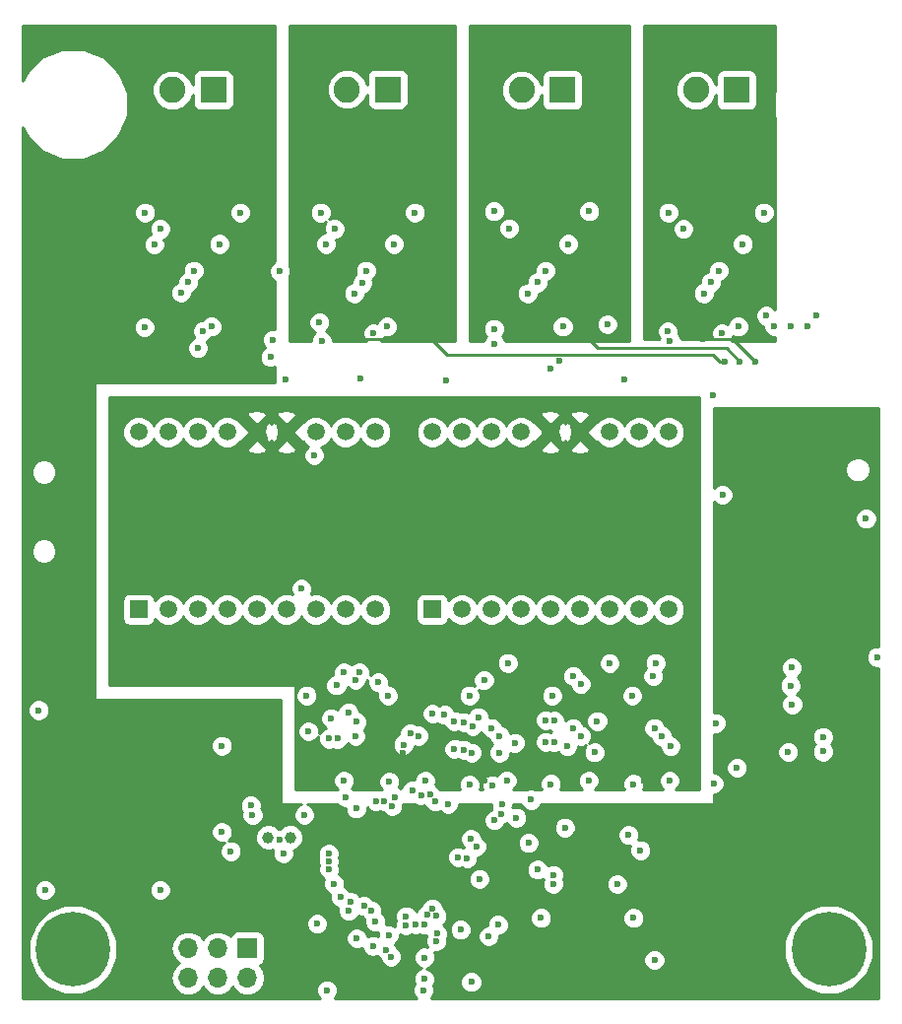
<source format=gbr>
G04 #@! TF.GenerationSoftware,KiCad,Pcbnew,(5.0-dev-4115-gdd04bcb)*
G04 #@! TF.CreationDate,2018-03-07T01:21:42-08:00*
G04 #@! TF.ProjectId,Thermocouple Data Logger,546865726D6F636F75706C6520446174,1*
G04 #@! TF.SameCoordinates,Original*
G04 #@! TF.FileFunction,Copper,L3,Inr,Plane*
G04 #@! TF.FilePolarity,Positive*
%FSLAX46Y46*%
G04 Gerber Fmt 4.6, Leading zero omitted, Abs format (unit mm)*
G04 Created by KiCad (PCBNEW (5.0-dev-4115-gdd04bcb)) date Wednesday, March 07, 2018 at 01:21:42 AM*
%MOMM*%
%LPD*%
G01*
G04 APERTURE LIST*
%ADD10R,1.500000X1.500000*%
%ADD11C,1.500000*%
%ADD12C,2.250000*%
%ADD13R,2.250000X2.250000*%
%ADD14O,1.700000X1.700000*%
%ADD15R,1.700000X1.700000*%
%ADD16C,1.000000*%
%ADD17C,0.800000*%
%ADD18C,6.400000*%
%ADD19C,0.600000*%
%ADD20C,0.250000*%
%ADD21C,0.254000*%
G04 APERTURE END LIST*
D10*
X119650000Y-99900000D03*
D11*
X122190000Y-99900000D03*
X124730000Y-99900000D03*
X127270000Y-99900000D03*
X129810000Y-99900000D03*
X132350000Y-99900000D03*
X134890000Y-99900000D03*
X137430000Y-99900000D03*
X139970000Y-99900000D03*
X139970000Y-84660000D03*
X137430000Y-84660000D03*
X134890000Y-84660000D03*
X132350000Y-84660000D03*
X129810000Y-84660000D03*
X127270000Y-84660000D03*
X124730000Y-84660000D03*
X122190000Y-84660000D03*
X119650000Y-84660000D03*
D12*
X122575000Y-55275000D03*
D13*
X126075000Y-55275000D03*
X141075000Y-55225000D03*
D12*
X137575000Y-55225000D03*
D13*
X156075000Y-55275000D03*
D12*
X152575000Y-55275000D03*
X167575000Y-55275000D03*
D13*
X171075000Y-55275000D03*
D14*
X123920000Y-131540000D03*
X123920000Y-129000000D03*
X126460000Y-131540000D03*
X126460000Y-129000000D03*
X129000000Y-131540000D03*
D15*
X129000000Y-129000000D03*
D10*
X144900000Y-99900000D03*
D11*
X147440000Y-99900000D03*
X149980000Y-99900000D03*
X152520000Y-99900000D03*
X155060000Y-99900000D03*
X157600000Y-99900000D03*
X160140000Y-99900000D03*
X162680000Y-99900000D03*
X165220000Y-99900000D03*
X165220000Y-84660000D03*
X162680000Y-84660000D03*
X160140000Y-84660000D03*
X157600000Y-84660000D03*
X155060000Y-84660000D03*
X152520000Y-84660000D03*
X149980000Y-84660000D03*
X147440000Y-84660000D03*
X144900000Y-84660000D03*
D16*
X130800000Y-119500000D03*
X132700000Y-119500000D03*
D17*
X115697056Y-127402944D03*
X114000000Y-126700000D03*
X112302944Y-127402944D03*
X111600000Y-129100000D03*
X112302944Y-130797056D03*
X114000000Y-131500000D03*
X115697056Y-130797056D03*
X116400000Y-129100000D03*
D18*
X114000000Y-129100000D03*
X179000000Y-129100000D03*
D17*
X181400000Y-129100000D03*
X180697056Y-130797056D03*
X179000000Y-131500000D03*
X177302944Y-130797056D03*
X176600000Y-129100000D03*
X177302944Y-127402944D03*
X179000000Y-126700000D03*
X180697056Y-127402944D03*
D19*
X141449992Y-116800000D03*
X165150000Y-76000000D03*
X165350000Y-76825000D03*
X143168778Y-115459043D03*
X152123866Y-117804635D03*
X151300000Y-114600000D03*
X150249019Y-118009522D03*
X135400000Y-76874990D03*
X135200000Y-75224990D03*
X120149891Y-75654269D03*
X141650002Y-116050000D03*
X141200000Y-114700000D03*
X144224998Y-129800032D03*
X144200000Y-131650000D03*
X142625000Y-127025000D03*
X136000000Y-121525000D03*
X136000000Y-120875010D03*
X129300000Y-116750000D03*
X129450000Y-117550000D03*
X133900000Y-117550000D03*
X164000000Y-130000000D03*
X175800000Y-104900000D03*
X175699998Y-106450000D03*
X175850000Y-108050000D03*
X165200000Y-65800000D03*
X166500000Y-67200000D03*
X171600000Y-68500000D03*
X171200000Y-75600000D03*
X173400000Y-65800000D03*
X156600000Y-68500000D03*
X141600000Y-68500000D03*
X126600000Y-68500000D03*
X158400000Y-65700000D03*
X150200000Y-65700000D03*
X151500000Y-67150000D03*
X156125000Y-75600000D03*
X150228867Y-77053837D03*
X150199992Y-75800000D03*
X136500000Y-67200000D03*
X135300000Y-65800000D03*
X143400000Y-65800000D03*
X141000000Y-75600000D03*
X120200000Y-65800000D03*
X121500000Y-67200000D03*
X128400000Y-65800000D03*
X125900000Y-75600000D03*
X121500000Y-124000000D03*
X126800000Y-119000000D03*
X126800000Y-111600000D03*
X162100000Y-107300000D03*
X155200000Y-107300000D03*
X148100000Y-107300000D03*
X141100000Y-107300000D03*
X134100000Y-107300000D03*
X162800000Y-120600000D03*
X156300000Y-118650000D03*
X136010000Y-122210000D03*
X148950000Y-123050000D03*
X147900000Y-121250000D03*
X147100000Y-121174998D03*
X142650000Y-126250000D03*
X135850000Y-132600000D03*
X144150000Y-132600000D03*
X171100000Y-113500000D03*
X175500000Y-112150000D03*
X178500000Y-110850000D03*
X178500000Y-112100000D03*
X111050000Y-108550000D03*
X111600000Y-124000000D03*
X135000000Y-126900000D03*
X148250000Y-131900000D03*
X150550000Y-127000000D03*
X162200000Y-126400000D03*
X154250000Y-126400000D03*
X155300000Y-122700000D03*
X153950000Y-122250000D03*
X169100000Y-114850000D03*
X165300000Y-114600000D03*
X162200000Y-114900000D03*
X155100000Y-114900004D03*
X158350000Y-114600000D03*
X148100000Y-114950000D03*
X144300000Y-114600000D03*
X137450000Y-116050000D03*
X137300000Y-114600000D03*
X177200000Y-75550000D03*
X173600000Y-74650000D03*
X174300000Y-75550000D03*
X175750000Y-75550000D03*
X177900000Y-74650000D03*
X153175000Y-119950000D03*
X148721995Y-120266698D03*
X142978128Y-116762979D03*
X137400000Y-120150000D03*
X121950355Y-75654269D03*
X127900000Y-117500000D03*
X147400000Y-122650000D03*
X141196037Y-126480773D03*
X112550000Y-92450000D03*
X112550000Y-90450000D03*
X112450000Y-91500000D03*
X146000000Y-131250000D03*
X152050000Y-129950000D03*
X152050000Y-126000000D03*
X172100000Y-108750000D03*
X170100000Y-108750000D03*
X171100000Y-108700000D03*
X176100000Y-115000000D03*
X170800000Y-86250000D03*
X172100000Y-86250000D03*
X173250000Y-86250000D03*
X174500000Y-86250000D03*
X123300000Y-69700000D03*
X141359023Y-129721919D03*
X149750000Y-127975000D03*
X135950000Y-115050000D03*
X135450000Y-114550000D03*
X117574990Y-94650000D03*
X117574990Y-93350000D03*
X117574990Y-94000000D03*
X157050000Y-114750000D03*
X144900000Y-125581288D03*
X139250000Y-112300000D03*
X142350000Y-112250000D03*
X145600000Y-114900000D03*
X149350000Y-114600000D03*
X156400000Y-114600000D03*
X152600000Y-114900000D03*
X159550000Y-114900000D03*
X166550000Y-114900000D03*
X163150000Y-114600000D03*
X163950000Y-114800000D03*
X167100000Y-89150000D03*
X167100000Y-88350000D03*
X161774999Y-119275001D03*
X148224999Y-119600000D03*
X170050000Y-78600000D03*
X140020231Y-126729769D03*
X138300000Y-69650000D03*
X138450000Y-76700000D03*
X137800000Y-76200000D03*
X139691711Y-125777086D03*
X153350000Y-69650000D03*
X171350000Y-78600000D03*
X153250000Y-76700000D03*
X152800004Y-76100000D03*
X139025000Y-125350000D03*
X168350000Y-69700000D03*
X172650000Y-78600000D03*
X168200000Y-76700000D03*
X167750000Y-76100000D03*
X141175000Y-127900004D03*
X138400000Y-128150000D03*
X160800000Y-123500000D03*
X182200000Y-92100000D03*
X183150001Y-103999999D03*
X145309741Y-127709739D03*
X155300000Y-123500001D03*
X127575000Y-120675000D03*
X145261447Y-128408083D03*
X139802954Y-128797292D03*
X140922092Y-129175012D03*
X147325000Y-127400000D03*
X145281250Y-126225000D03*
X137708083Y-125799999D03*
X132100000Y-120875000D03*
X131756173Y-119713710D03*
X133650000Y-98100000D03*
X138300000Y-110775010D03*
X132300000Y-80150000D03*
X138640731Y-105303186D03*
X138358732Y-109558732D03*
X137691268Y-108741268D03*
X136200000Y-109250000D03*
X134249718Y-110374990D03*
X134750000Y-86650000D03*
X136650000Y-106425000D03*
X138750000Y-80050000D03*
X145950001Y-108950000D03*
X137300000Y-105300000D03*
X144900000Y-108850000D03*
X140250011Y-106150000D03*
X138300000Y-105950000D03*
X148861728Y-109150011D03*
X146100000Y-80250000D03*
X151400000Y-104500000D03*
X149350000Y-105960011D03*
X161400000Y-80100000D03*
X157650000Y-106300000D03*
X160150000Y-104510000D03*
X157000000Y-105610017D03*
X164100000Y-104500000D03*
X163900000Y-105610001D03*
X169850000Y-90050000D03*
X169263713Y-109663713D03*
X150675000Y-112200000D03*
X144441283Y-126110048D03*
X136747992Y-111000031D03*
X164600000Y-110750000D03*
X143700000Y-110750000D03*
X150700000Y-110750000D03*
X157650000Y-110750000D03*
X150050000Y-115000005D03*
X144200000Y-127000000D03*
X136008465Y-111000031D03*
X143000000Y-110575021D03*
X150000000Y-110100000D03*
X164000000Y-110100000D03*
X157000000Y-110100000D03*
X146250000Y-116600000D03*
X143450000Y-126950000D03*
X121000000Y-68550000D03*
X137900000Y-125050000D03*
X124750000Y-77450000D03*
X136450000Y-123450000D03*
X131200000Y-76725000D03*
X140045731Y-116350063D03*
X139850000Y-76175000D03*
X140745666Y-116339711D03*
X135750000Y-68500000D03*
X131800000Y-70850000D03*
X131000000Y-78225000D03*
X155800000Y-78525000D03*
X146808425Y-109484340D03*
X146800000Y-111900000D03*
X147599998Y-109600000D03*
X147600004Y-111950000D03*
X155100000Y-79250000D03*
X144721655Y-115814118D03*
X148376109Y-109913056D03*
X148302356Y-112203865D03*
X159950000Y-75400000D03*
X145123606Y-116387213D03*
X159082725Y-109482737D03*
X158850000Y-112175000D03*
X153400000Y-116250000D03*
X150900002Y-116650000D03*
X169809089Y-76175000D03*
X154650000Y-109400000D03*
X154650000Y-111275000D03*
X155400000Y-111300000D03*
X150820536Y-117449711D03*
X155400000Y-109450000D03*
X169050000Y-81500000D03*
X138883404Y-71859074D03*
X125195622Y-75979280D03*
X137000000Y-124600000D03*
X138350000Y-117000000D03*
X143938354Y-115836077D03*
X168250000Y-72750000D03*
X153100000Y-72750000D03*
X138200000Y-72750000D03*
X123300000Y-72700000D03*
X169550000Y-70800000D03*
X154650000Y-70800000D03*
X139200000Y-70800000D03*
X124400000Y-70800000D03*
X168850000Y-71800000D03*
X153950000Y-71800000D03*
X123900000Y-71800000D03*
X142423111Y-111512434D03*
X152000000Y-111350000D03*
X165400000Y-111650000D03*
X156500000Y-111650000D03*
D20*
X112450000Y-91500000D02*
X114150000Y-91500000D01*
X146150000Y-78000000D02*
X144850000Y-76700000D01*
X169625736Y-78600000D02*
X169025736Y-78000000D01*
X169025736Y-78000000D02*
X146150000Y-78000000D01*
X144850000Y-76700000D02*
X138450000Y-76700000D01*
X170050000Y-78600000D02*
X169625736Y-78600000D01*
X159100000Y-77450000D02*
X158350000Y-76700000D01*
X171350000Y-78600000D02*
X170200000Y-77450000D01*
X158350000Y-76700000D02*
X153250000Y-76700000D01*
X170200000Y-77450000D02*
X159100000Y-77450000D01*
X172650000Y-78600000D02*
X170750000Y-76700000D01*
X170750000Y-76700000D02*
X168200000Y-76700000D01*
D21*
G36*
X146873000Y-76873000D02*
X140474290Y-76873000D01*
X140642655Y-76704635D01*
X140727725Y-76499257D01*
X140814017Y-76535000D01*
X141185983Y-76535000D01*
X141529635Y-76392655D01*
X141792655Y-76129635D01*
X141935000Y-75785983D01*
X141935000Y-75414017D01*
X141792655Y-75070365D01*
X141529635Y-74807345D01*
X141185983Y-74665000D01*
X140814017Y-74665000D01*
X140470365Y-74807345D01*
X140207345Y-75070365D01*
X140122275Y-75275743D01*
X140035983Y-75240000D01*
X139664017Y-75240000D01*
X139320365Y-75382345D01*
X139057345Y-75645365D01*
X138915000Y-75989017D01*
X138915000Y-76360983D01*
X139057345Y-76704635D01*
X139225710Y-76873000D01*
X136335000Y-76873000D01*
X136335000Y-76689007D01*
X136192655Y-76345355D01*
X135929635Y-76082335D01*
X135742471Y-76004809D01*
X135992655Y-75754625D01*
X136135000Y-75410973D01*
X136135000Y-75039007D01*
X135992655Y-74695355D01*
X135729635Y-74432335D01*
X135385983Y-74289990D01*
X135014017Y-74289990D01*
X134670365Y-74432335D01*
X134407345Y-74695355D01*
X134265000Y-75039007D01*
X134265000Y-75410973D01*
X134407345Y-75754625D01*
X134670365Y-76017645D01*
X134857529Y-76095171D01*
X134607345Y-76345355D01*
X134465000Y-76689007D01*
X134465000Y-76873000D01*
X132627000Y-76873000D01*
X132627000Y-72564017D01*
X137265000Y-72564017D01*
X137265000Y-72935983D01*
X137407345Y-73279635D01*
X137670365Y-73542655D01*
X138014017Y-73685000D01*
X138385983Y-73685000D01*
X138729635Y-73542655D01*
X138992655Y-73279635D01*
X139135000Y-72935983D01*
X139135000Y-72766896D01*
X139413039Y-72651729D01*
X139676059Y-72388709D01*
X139818404Y-72045057D01*
X139818404Y-71673091D01*
X139768845Y-71553445D01*
X139992655Y-71329635D01*
X140135000Y-70985983D01*
X140135000Y-70614017D01*
X139992655Y-70270365D01*
X139729635Y-70007345D01*
X139385983Y-69865000D01*
X139014017Y-69865000D01*
X138670365Y-70007345D01*
X138407345Y-70270365D01*
X138265000Y-70614017D01*
X138265000Y-70985983D01*
X138314559Y-71105629D01*
X138090749Y-71329439D01*
X137948404Y-71673091D01*
X137948404Y-71842178D01*
X137670365Y-71957345D01*
X137407345Y-72220365D01*
X137265000Y-72564017D01*
X132627000Y-72564017D01*
X132627000Y-71296719D01*
X132735000Y-71035983D01*
X132735000Y-70664017D01*
X132627000Y-70403281D01*
X132627000Y-65614017D01*
X134365000Y-65614017D01*
X134365000Y-65985983D01*
X134507345Y-66329635D01*
X134770365Y-66592655D01*
X135114017Y-66735000D01*
X135485983Y-66735000D01*
X135753532Y-66624178D01*
X135707345Y-66670365D01*
X135565000Y-67014017D01*
X135565000Y-67385983D01*
X135639151Y-67565000D01*
X135564017Y-67565000D01*
X135220365Y-67707345D01*
X134957345Y-67970365D01*
X134815000Y-68314017D01*
X134815000Y-68685983D01*
X134957345Y-69029635D01*
X135220365Y-69292655D01*
X135564017Y-69435000D01*
X135935983Y-69435000D01*
X136279635Y-69292655D01*
X136542655Y-69029635D01*
X136685000Y-68685983D01*
X136685000Y-68314017D01*
X140665000Y-68314017D01*
X140665000Y-68685983D01*
X140807345Y-69029635D01*
X141070365Y-69292655D01*
X141414017Y-69435000D01*
X141785983Y-69435000D01*
X142129635Y-69292655D01*
X142392655Y-69029635D01*
X142535000Y-68685983D01*
X142535000Y-68314017D01*
X142392655Y-67970365D01*
X142129635Y-67707345D01*
X141785983Y-67565000D01*
X141414017Y-67565000D01*
X141070365Y-67707345D01*
X140807345Y-67970365D01*
X140665000Y-68314017D01*
X136685000Y-68314017D01*
X136610849Y-68135000D01*
X136685983Y-68135000D01*
X137029635Y-67992655D01*
X137292655Y-67729635D01*
X137435000Y-67385983D01*
X137435000Y-67014017D01*
X137292655Y-66670365D01*
X137029635Y-66407345D01*
X136685983Y-66265000D01*
X136314017Y-66265000D01*
X136046468Y-66375822D01*
X136092655Y-66329635D01*
X136235000Y-65985983D01*
X136235000Y-65614017D01*
X142465000Y-65614017D01*
X142465000Y-65985983D01*
X142607345Y-66329635D01*
X142870365Y-66592655D01*
X143214017Y-66735000D01*
X143585983Y-66735000D01*
X143929635Y-66592655D01*
X144192655Y-66329635D01*
X144335000Y-65985983D01*
X144335000Y-65614017D01*
X144192655Y-65270365D01*
X143929635Y-65007345D01*
X143585983Y-64865000D01*
X143214017Y-64865000D01*
X142870365Y-65007345D01*
X142607345Y-65270365D01*
X142465000Y-65614017D01*
X136235000Y-65614017D01*
X136092655Y-65270365D01*
X135829635Y-65007345D01*
X135485983Y-64865000D01*
X135114017Y-64865000D01*
X134770365Y-65007345D01*
X134507345Y-65270365D01*
X134365000Y-65614017D01*
X132627000Y-65614017D01*
X132627000Y-54874914D01*
X135815000Y-54874914D01*
X135815000Y-55575086D01*
X136082944Y-56221960D01*
X136578040Y-56717056D01*
X137224914Y-56985000D01*
X137925086Y-56985000D01*
X138571960Y-56717056D01*
X139067056Y-56221960D01*
X139302560Y-55653403D01*
X139302560Y-56350000D01*
X139351843Y-56597765D01*
X139492191Y-56807809D01*
X139702235Y-56948157D01*
X139950000Y-56997440D01*
X142200000Y-56997440D01*
X142447765Y-56948157D01*
X142657809Y-56807809D01*
X142798157Y-56597765D01*
X142847440Y-56350000D01*
X142847440Y-54100000D01*
X142798157Y-53852235D01*
X142657809Y-53642191D01*
X142447765Y-53501843D01*
X142200000Y-53452560D01*
X139950000Y-53452560D01*
X139702235Y-53501843D01*
X139492191Y-53642191D01*
X139351843Y-53852235D01*
X139302560Y-54100000D01*
X139302560Y-54796597D01*
X139067056Y-54228040D01*
X138571960Y-53732944D01*
X137925086Y-53465000D01*
X137224914Y-53465000D01*
X136578040Y-53732944D01*
X136082944Y-54228040D01*
X135815000Y-54874914D01*
X132627000Y-54874914D01*
X132627000Y-49710000D01*
X146873000Y-49710000D01*
X146873000Y-76873000D01*
X146873000Y-76873000D01*
G37*
X146873000Y-76873000D02*
X140474290Y-76873000D01*
X140642655Y-76704635D01*
X140727725Y-76499257D01*
X140814017Y-76535000D01*
X141185983Y-76535000D01*
X141529635Y-76392655D01*
X141792655Y-76129635D01*
X141935000Y-75785983D01*
X141935000Y-75414017D01*
X141792655Y-75070365D01*
X141529635Y-74807345D01*
X141185983Y-74665000D01*
X140814017Y-74665000D01*
X140470365Y-74807345D01*
X140207345Y-75070365D01*
X140122275Y-75275743D01*
X140035983Y-75240000D01*
X139664017Y-75240000D01*
X139320365Y-75382345D01*
X139057345Y-75645365D01*
X138915000Y-75989017D01*
X138915000Y-76360983D01*
X139057345Y-76704635D01*
X139225710Y-76873000D01*
X136335000Y-76873000D01*
X136335000Y-76689007D01*
X136192655Y-76345355D01*
X135929635Y-76082335D01*
X135742471Y-76004809D01*
X135992655Y-75754625D01*
X136135000Y-75410973D01*
X136135000Y-75039007D01*
X135992655Y-74695355D01*
X135729635Y-74432335D01*
X135385983Y-74289990D01*
X135014017Y-74289990D01*
X134670365Y-74432335D01*
X134407345Y-74695355D01*
X134265000Y-75039007D01*
X134265000Y-75410973D01*
X134407345Y-75754625D01*
X134670365Y-76017645D01*
X134857529Y-76095171D01*
X134607345Y-76345355D01*
X134465000Y-76689007D01*
X134465000Y-76873000D01*
X132627000Y-76873000D01*
X132627000Y-72564017D01*
X137265000Y-72564017D01*
X137265000Y-72935983D01*
X137407345Y-73279635D01*
X137670365Y-73542655D01*
X138014017Y-73685000D01*
X138385983Y-73685000D01*
X138729635Y-73542655D01*
X138992655Y-73279635D01*
X139135000Y-72935983D01*
X139135000Y-72766896D01*
X139413039Y-72651729D01*
X139676059Y-72388709D01*
X139818404Y-72045057D01*
X139818404Y-71673091D01*
X139768845Y-71553445D01*
X139992655Y-71329635D01*
X140135000Y-70985983D01*
X140135000Y-70614017D01*
X139992655Y-70270365D01*
X139729635Y-70007345D01*
X139385983Y-69865000D01*
X139014017Y-69865000D01*
X138670365Y-70007345D01*
X138407345Y-70270365D01*
X138265000Y-70614017D01*
X138265000Y-70985983D01*
X138314559Y-71105629D01*
X138090749Y-71329439D01*
X137948404Y-71673091D01*
X137948404Y-71842178D01*
X137670365Y-71957345D01*
X137407345Y-72220365D01*
X137265000Y-72564017D01*
X132627000Y-72564017D01*
X132627000Y-71296719D01*
X132735000Y-71035983D01*
X132735000Y-70664017D01*
X132627000Y-70403281D01*
X132627000Y-65614017D01*
X134365000Y-65614017D01*
X134365000Y-65985983D01*
X134507345Y-66329635D01*
X134770365Y-66592655D01*
X135114017Y-66735000D01*
X135485983Y-66735000D01*
X135753532Y-66624178D01*
X135707345Y-66670365D01*
X135565000Y-67014017D01*
X135565000Y-67385983D01*
X135639151Y-67565000D01*
X135564017Y-67565000D01*
X135220365Y-67707345D01*
X134957345Y-67970365D01*
X134815000Y-68314017D01*
X134815000Y-68685983D01*
X134957345Y-69029635D01*
X135220365Y-69292655D01*
X135564017Y-69435000D01*
X135935983Y-69435000D01*
X136279635Y-69292655D01*
X136542655Y-69029635D01*
X136685000Y-68685983D01*
X136685000Y-68314017D01*
X140665000Y-68314017D01*
X140665000Y-68685983D01*
X140807345Y-69029635D01*
X141070365Y-69292655D01*
X141414017Y-69435000D01*
X141785983Y-69435000D01*
X142129635Y-69292655D01*
X142392655Y-69029635D01*
X142535000Y-68685983D01*
X142535000Y-68314017D01*
X142392655Y-67970365D01*
X142129635Y-67707345D01*
X141785983Y-67565000D01*
X141414017Y-67565000D01*
X141070365Y-67707345D01*
X140807345Y-67970365D01*
X140665000Y-68314017D01*
X136685000Y-68314017D01*
X136610849Y-68135000D01*
X136685983Y-68135000D01*
X137029635Y-67992655D01*
X137292655Y-67729635D01*
X137435000Y-67385983D01*
X137435000Y-67014017D01*
X137292655Y-66670365D01*
X137029635Y-66407345D01*
X136685983Y-66265000D01*
X136314017Y-66265000D01*
X136046468Y-66375822D01*
X136092655Y-66329635D01*
X136235000Y-65985983D01*
X136235000Y-65614017D01*
X142465000Y-65614017D01*
X142465000Y-65985983D01*
X142607345Y-66329635D01*
X142870365Y-66592655D01*
X143214017Y-66735000D01*
X143585983Y-66735000D01*
X143929635Y-66592655D01*
X144192655Y-66329635D01*
X144335000Y-65985983D01*
X144335000Y-65614017D01*
X144192655Y-65270365D01*
X143929635Y-65007345D01*
X143585983Y-64865000D01*
X143214017Y-64865000D01*
X142870365Y-65007345D01*
X142607345Y-65270365D01*
X142465000Y-65614017D01*
X136235000Y-65614017D01*
X136092655Y-65270365D01*
X135829635Y-65007345D01*
X135485983Y-64865000D01*
X135114017Y-64865000D01*
X134770365Y-65007345D01*
X134507345Y-65270365D01*
X134365000Y-65614017D01*
X132627000Y-65614017D01*
X132627000Y-54874914D01*
X135815000Y-54874914D01*
X135815000Y-55575086D01*
X136082944Y-56221960D01*
X136578040Y-56717056D01*
X137224914Y-56985000D01*
X137925086Y-56985000D01*
X138571960Y-56717056D01*
X139067056Y-56221960D01*
X139302560Y-55653403D01*
X139302560Y-56350000D01*
X139351843Y-56597765D01*
X139492191Y-56807809D01*
X139702235Y-56948157D01*
X139950000Y-56997440D01*
X142200000Y-56997440D01*
X142447765Y-56948157D01*
X142657809Y-56807809D01*
X142798157Y-56597765D01*
X142847440Y-56350000D01*
X142847440Y-54100000D01*
X142798157Y-53852235D01*
X142657809Y-53642191D01*
X142447765Y-53501843D01*
X142200000Y-53452560D01*
X139950000Y-53452560D01*
X139702235Y-53501843D01*
X139492191Y-53642191D01*
X139351843Y-53852235D01*
X139302560Y-54100000D01*
X139302560Y-54796597D01*
X139067056Y-54228040D01*
X138571960Y-53732944D01*
X137925086Y-53465000D01*
X137224914Y-53465000D01*
X136578040Y-53732944D01*
X136082944Y-54228040D01*
X135815000Y-54874914D01*
X132627000Y-54874914D01*
X132627000Y-49710000D01*
X146873000Y-49710000D01*
X146873000Y-76873000D01*
G36*
X161873000Y-76873000D02*
X151163867Y-76873000D01*
X151163867Y-76867854D01*
X151021522Y-76524202D01*
X150909801Y-76412481D01*
X150992647Y-76329635D01*
X151134992Y-75985983D01*
X151134992Y-75614017D01*
X151052150Y-75414017D01*
X155190000Y-75414017D01*
X155190000Y-75785983D01*
X155332345Y-76129635D01*
X155595365Y-76392655D01*
X155939017Y-76535000D01*
X156310983Y-76535000D01*
X156654635Y-76392655D01*
X156917655Y-76129635D01*
X157060000Y-75785983D01*
X157060000Y-75414017D01*
X156977158Y-75214017D01*
X159015000Y-75214017D01*
X159015000Y-75585983D01*
X159157345Y-75929635D01*
X159420365Y-76192655D01*
X159764017Y-76335000D01*
X160135983Y-76335000D01*
X160479635Y-76192655D01*
X160742655Y-75929635D01*
X160885000Y-75585983D01*
X160885000Y-75214017D01*
X160742655Y-74870365D01*
X160479635Y-74607345D01*
X160135983Y-74465000D01*
X159764017Y-74465000D01*
X159420365Y-74607345D01*
X159157345Y-74870365D01*
X159015000Y-75214017D01*
X156977158Y-75214017D01*
X156917655Y-75070365D01*
X156654635Y-74807345D01*
X156310983Y-74665000D01*
X155939017Y-74665000D01*
X155595365Y-74807345D01*
X155332345Y-75070365D01*
X155190000Y-75414017D01*
X151052150Y-75414017D01*
X150992647Y-75270365D01*
X150729627Y-75007345D01*
X150385975Y-74865000D01*
X150014009Y-74865000D01*
X149670357Y-75007345D01*
X149407337Y-75270365D01*
X149264992Y-75614017D01*
X149264992Y-75985983D01*
X149407337Y-76329635D01*
X149519058Y-76441356D01*
X149436212Y-76524202D01*
X149293867Y-76867854D01*
X149293867Y-76873000D01*
X148127000Y-76873000D01*
X148127000Y-72564017D01*
X152165000Y-72564017D01*
X152165000Y-72935983D01*
X152307345Y-73279635D01*
X152570365Y-73542655D01*
X152914017Y-73685000D01*
X153285983Y-73685000D01*
X153629635Y-73542655D01*
X153892655Y-73279635D01*
X154035000Y-72935983D01*
X154035000Y-72735000D01*
X154135983Y-72735000D01*
X154479635Y-72592655D01*
X154742655Y-72329635D01*
X154885000Y-71985983D01*
X154885000Y-71714697D01*
X155179635Y-71592655D01*
X155442655Y-71329635D01*
X155585000Y-70985983D01*
X155585000Y-70614017D01*
X155442655Y-70270365D01*
X155179635Y-70007345D01*
X154835983Y-69865000D01*
X154464017Y-69865000D01*
X154120365Y-70007345D01*
X153857345Y-70270365D01*
X153715000Y-70614017D01*
X153715000Y-70885303D01*
X153420365Y-71007345D01*
X153157345Y-71270365D01*
X153015000Y-71614017D01*
X153015000Y-71815000D01*
X152914017Y-71815000D01*
X152570365Y-71957345D01*
X152307345Y-72220365D01*
X152165000Y-72564017D01*
X148127000Y-72564017D01*
X148127000Y-68314017D01*
X155665000Y-68314017D01*
X155665000Y-68685983D01*
X155807345Y-69029635D01*
X156070365Y-69292655D01*
X156414017Y-69435000D01*
X156785983Y-69435000D01*
X157129635Y-69292655D01*
X157392655Y-69029635D01*
X157535000Y-68685983D01*
X157535000Y-68314017D01*
X157392655Y-67970365D01*
X157129635Y-67707345D01*
X156785983Y-67565000D01*
X156414017Y-67565000D01*
X156070365Y-67707345D01*
X155807345Y-67970365D01*
X155665000Y-68314017D01*
X148127000Y-68314017D01*
X148127000Y-66964017D01*
X150565000Y-66964017D01*
X150565000Y-67335983D01*
X150707345Y-67679635D01*
X150970365Y-67942655D01*
X151314017Y-68085000D01*
X151685983Y-68085000D01*
X152029635Y-67942655D01*
X152292655Y-67679635D01*
X152435000Y-67335983D01*
X152435000Y-66964017D01*
X152292655Y-66620365D01*
X152029635Y-66357345D01*
X151685983Y-66215000D01*
X151314017Y-66215000D01*
X150970365Y-66357345D01*
X150707345Y-66620365D01*
X150565000Y-66964017D01*
X148127000Y-66964017D01*
X148127000Y-65514017D01*
X149265000Y-65514017D01*
X149265000Y-65885983D01*
X149407345Y-66229635D01*
X149670365Y-66492655D01*
X150014017Y-66635000D01*
X150385983Y-66635000D01*
X150729635Y-66492655D01*
X150992655Y-66229635D01*
X151135000Y-65885983D01*
X151135000Y-65514017D01*
X157465000Y-65514017D01*
X157465000Y-65885983D01*
X157607345Y-66229635D01*
X157870365Y-66492655D01*
X158214017Y-66635000D01*
X158585983Y-66635000D01*
X158929635Y-66492655D01*
X159192655Y-66229635D01*
X159335000Y-65885983D01*
X159335000Y-65514017D01*
X159192655Y-65170365D01*
X158929635Y-64907345D01*
X158585983Y-64765000D01*
X158214017Y-64765000D01*
X157870365Y-64907345D01*
X157607345Y-65170365D01*
X157465000Y-65514017D01*
X151135000Y-65514017D01*
X150992655Y-65170365D01*
X150729635Y-64907345D01*
X150385983Y-64765000D01*
X150014017Y-64765000D01*
X149670365Y-64907345D01*
X149407345Y-65170365D01*
X149265000Y-65514017D01*
X148127000Y-65514017D01*
X148127000Y-54924914D01*
X150815000Y-54924914D01*
X150815000Y-55625086D01*
X151082944Y-56271960D01*
X151578040Y-56767056D01*
X152224914Y-57035000D01*
X152925086Y-57035000D01*
X153571960Y-56767056D01*
X154067056Y-56271960D01*
X154302560Y-55703403D01*
X154302560Y-56400000D01*
X154351843Y-56647765D01*
X154492191Y-56857809D01*
X154702235Y-56998157D01*
X154950000Y-57047440D01*
X157200000Y-57047440D01*
X157447765Y-56998157D01*
X157657809Y-56857809D01*
X157798157Y-56647765D01*
X157847440Y-56400000D01*
X157847440Y-54150000D01*
X157798157Y-53902235D01*
X157657809Y-53692191D01*
X157447765Y-53551843D01*
X157200000Y-53502560D01*
X154950000Y-53502560D01*
X154702235Y-53551843D01*
X154492191Y-53692191D01*
X154351843Y-53902235D01*
X154302560Y-54150000D01*
X154302560Y-54846597D01*
X154067056Y-54278040D01*
X153571960Y-53782944D01*
X152925086Y-53515000D01*
X152224914Y-53515000D01*
X151578040Y-53782944D01*
X151082944Y-54278040D01*
X150815000Y-54924914D01*
X148127000Y-54924914D01*
X148127000Y-49710000D01*
X161873000Y-49710000D01*
X161873000Y-76873000D01*
X161873000Y-76873000D01*
G37*
X161873000Y-76873000D02*
X151163867Y-76873000D01*
X151163867Y-76867854D01*
X151021522Y-76524202D01*
X150909801Y-76412481D01*
X150992647Y-76329635D01*
X151134992Y-75985983D01*
X151134992Y-75614017D01*
X151052150Y-75414017D01*
X155190000Y-75414017D01*
X155190000Y-75785983D01*
X155332345Y-76129635D01*
X155595365Y-76392655D01*
X155939017Y-76535000D01*
X156310983Y-76535000D01*
X156654635Y-76392655D01*
X156917655Y-76129635D01*
X157060000Y-75785983D01*
X157060000Y-75414017D01*
X156977158Y-75214017D01*
X159015000Y-75214017D01*
X159015000Y-75585983D01*
X159157345Y-75929635D01*
X159420365Y-76192655D01*
X159764017Y-76335000D01*
X160135983Y-76335000D01*
X160479635Y-76192655D01*
X160742655Y-75929635D01*
X160885000Y-75585983D01*
X160885000Y-75214017D01*
X160742655Y-74870365D01*
X160479635Y-74607345D01*
X160135983Y-74465000D01*
X159764017Y-74465000D01*
X159420365Y-74607345D01*
X159157345Y-74870365D01*
X159015000Y-75214017D01*
X156977158Y-75214017D01*
X156917655Y-75070365D01*
X156654635Y-74807345D01*
X156310983Y-74665000D01*
X155939017Y-74665000D01*
X155595365Y-74807345D01*
X155332345Y-75070365D01*
X155190000Y-75414017D01*
X151052150Y-75414017D01*
X150992647Y-75270365D01*
X150729627Y-75007345D01*
X150385975Y-74865000D01*
X150014009Y-74865000D01*
X149670357Y-75007345D01*
X149407337Y-75270365D01*
X149264992Y-75614017D01*
X149264992Y-75985983D01*
X149407337Y-76329635D01*
X149519058Y-76441356D01*
X149436212Y-76524202D01*
X149293867Y-76867854D01*
X149293867Y-76873000D01*
X148127000Y-76873000D01*
X148127000Y-72564017D01*
X152165000Y-72564017D01*
X152165000Y-72935983D01*
X152307345Y-73279635D01*
X152570365Y-73542655D01*
X152914017Y-73685000D01*
X153285983Y-73685000D01*
X153629635Y-73542655D01*
X153892655Y-73279635D01*
X154035000Y-72935983D01*
X154035000Y-72735000D01*
X154135983Y-72735000D01*
X154479635Y-72592655D01*
X154742655Y-72329635D01*
X154885000Y-71985983D01*
X154885000Y-71714697D01*
X155179635Y-71592655D01*
X155442655Y-71329635D01*
X155585000Y-70985983D01*
X155585000Y-70614017D01*
X155442655Y-70270365D01*
X155179635Y-70007345D01*
X154835983Y-69865000D01*
X154464017Y-69865000D01*
X154120365Y-70007345D01*
X153857345Y-70270365D01*
X153715000Y-70614017D01*
X153715000Y-70885303D01*
X153420365Y-71007345D01*
X153157345Y-71270365D01*
X153015000Y-71614017D01*
X153015000Y-71815000D01*
X152914017Y-71815000D01*
X152570365Y-71957345D01*
X152307345Y-72220365D01*
X152165000Y-72564017D01*
X148127000Y-72564017D01*
X148127000Y-68314017D01*
X155665000Y-68314017D01*
X155665000Y-68685983D01*
X155807345Y-69029635D01*
X156070365Y-69292655D01*
X156414017Y-69435000D01*
X156785983Y-69435000D01*
X157129635Y-69292655D01*
X157392655Y-69029635D01*
X157535000Y-68685983D01*
X157535000Y-68314017D01*
X157392655Y-67970365D01*
X157129635Y-67707345D01*
X156785983Y-67565000D01*
X156414017Y-67565000D01*
X156070365Y-67707345D01*
X155807345Y-67970365D01*
X155665000Y-68314017D01*
X148127000Y-68314017D01*
X148127000Y-66964017D01*
X150565000Y-66964017D01*
X150565000Y-67335983D01*
X150707345Y-67679635D01*
X150970365Y-67942655D01*
X151314017Y-68085000D01*
X151685983Y-68085000D01*
X152029635Y-67942655D01*
X152292655Y-67679635D01*
X152435000Y-67335983D01*
X152435000Y-66964017D01*
X152292655Y-66620365D01*
X152029635Y-66357345D01*
X151685983Y-66215000D01*
X151314017Y-66215000D01*
X150970365Y-66357345D01*
X150707345Y-66620365D01*
X150565000Y-66964017D01*
X148127000Y-66964017D01*
X148127000Y-65514017D01*
X149265000Y-65514017D01*
X149265000Y-65885983D01*
X149407345Y-66229635D01*
X149670365Y-66492655D01*
X150014017Y-66635000D01*
X150385983Y-66635000D01*
X150729635Y-66492655D01*
X150992655Y-66229635D01*
X151135000Y-65885983D01*
X151135000Y-65514017D01*
X157465000Y-65514017D01*
X157465000Y-65885983D01*
X157607345Y-66229635D01*
X157870365Y-66492655D01*
X158214017Y-66635000D01*
X158585983Y-66635000D01*
X158929635Y-66492655D01*
X159192655Y-66229635D01*
X159335000Y-65885983D01*
X159335000Y-65514017D01*
X159192655Y-65170365D01*
X158929635Y-64907345D01*
X158585983Y-64765000D01*
X158214017Y-64765000D01*
X157870365Y-64907345D01*
X157607345Y-65170365D01*
X157465000Y-65514017D01*
X151135000Y-65514017D01*
X150992655Y-65170365D01*
X150729635Y-64907345D01*
X150385983Y-64765000D01*
X150014017Y-64765000D01*
X149670365Y-64907345D01*
X149407345Y-65170365D01*
X149265000Y-65514017D01*
X148127000Y-65514017D01*
X148127000Y-54924914D01*
X150815000Y-54924914D01*
X150815000Y-55625086D01*
X151082944Y-56271960D01*
X151578040Y-56767056D01*
X152224914Y-57035000D01*
X152925086Y-57035000D01*
X153571960Y-56767056D01*
X154067056Y-56271960D01*
X154302560Y-55703403D01*
X154302560Y-56400000D01*
X154351843Y-56647765D01*
X154492191Y-56857809D01*
X154702235Y-56998157D01*
X154950000Y-57047440D01*
X157200000Y-57047440D01*
X157447765Y-56998157D01*
X157657809Y-56857809D01*
X157798157Y-56647765D01*
X157847440Y-56400000D01*
X157847440Y-54150000D01*
X157798157Y-53902235D01*
X157657809Y-53692191D01*
X157447765Y-53551843D01*
X157200000Y-53502560D01*
X154950000Y-53502560D01*
X154702235Y-53551843D01*
X154492191Y-53692191D01*
X154351843Y-53902235D01*
X154302560Y-54150000D01*
X154302560Y-54846597D01*
X154067056Y-54278040D01*
X153571960Y-53782944D01*
X152925086Y-53515000D01*
X152224914Y-53515000D01*
X151578040Y-53782944D01*
X151082944Y-54278040D01*
X150815000Y-54924914D01*
X148127000Y-54924914D01*
X148127000Y-49710000D01*
X161873000Y-49710000D01*
X161873000Y-76873000D01*
G36*
X174373000Y-55318320D02*
X174273000Y-55559741D01*
X174273000Y-57440259D01*
X174373000Y-57681680D01*
X174373000Y-74100710D01*
X174129635Y-73857345D01*
X173785983Y-73715000D01*
X173414017Y-73715000D01*
X173070365Y-73857345D01*
X172807345Y-74120365D01*
X172665000Y-74464017D01*
X172665000Y-74835983D01*
X172807345Y-75179635D01*
X173070365Y-75442655D01*
X173365000Y-75564697D01*
X173365000Y-75735983D01*
X173507345Y-76079635D01*
X173770365Y-76342655D01*
X174114017Y-76485000D01*
X174373000Y-76485000D01*
X174373000Y-76873000D01*
X170704421Y-76873000D01*
X170541943Y-76764436D01*
X170601744Y-76704635D01*
X170722095Y-76414082D01*
X171014017Y-76535000D01*
X171385983Y-76535000D01*
X171729635Y-76392655D01*
X171992655Y-76129635D01*
X172135000Y-75785983D01*
X172135000Y-75414017D01*
X171992655Y-75070365D01*
X171729635Y-74807345D01*
X171385983Y-74665000D01*
X171014017Y-74665000D01*
X170670365Y-74807345D01*
X170407345Y-75070365D01*
X170286994Y-75360918D01*
X169995072Y-75240000D01*
X169623106Y-75240000D01*
X169279454Y-75382345D01*
X169016434Y-75645365D01*
X168874089Y-75989017D01*
X168874089Y-76360983D01*
X169010372Y-76690000D01*
X166285000Y-76690000D01*
X166285000Y-76639017D01*
X166142655Y-76295365D01*
X166069850Y-76222560D01*
X166085000Y-76185983D01*
X166085000Y-75814017D01*
X165942655Y-75470365D01*
X165679635Y-75207345D01*
X165335983Y-75065000D01*
X164964017Y-75065000D01*
X164620365Y-75207345D01*
X164357345Y-75470365D01*
X164215000Y-75814017D01*
X164215000Y-76185983D01*
X164357345Y-76529635D01*
X164430150Y-76602440D01*
X164415000Y-76639017D01*
X164415000Y-76690000D01*
X163127000Y-76690000D01*
X163127000Y-72564017D01*
X167315000Y-72564017D01*
X167315000Y-72935983D01*
X167457345Y-73279635D01*
X167720365Y-73542655D01*
X168064017Y-73685000D01*
X168435983Y-73685000D01*
X168779635Y-73542655D01*
X169042655Y-73279635D01*
X169185000Y-72935983D01*
X169185000Y-72673275D01*
X169379635Y-72592655D01*
X169642655Y-72329635D01*
X169785000Y-71985983D01*
X169785000Y-71714697D01*
X170079635Y-71592655D01*
X170342655Y-71329635D01*
X170485000Y-70985983D01*
X170485000Y-70614017D01*
X170342655Y-70270365D01*
X170079635Y-70007345D01*
X169735983Y-69865000D01*
X169364017Y-69865000D01*
X169020365Y-70007345D01*
X168757345Y-70270365D01*
X168615000Y-70614017D01*
X168615000Y-70885303D01*
X168320365Y-71007345D01*
X168057345Y-71270365D01*
X167915000Y-71614017D01*
X167915000Y-71876725D01*
X167720365Y-71957345D01*
X167457345Y-72220365D01*
X167315000Y-72564017D01*
X163127000Y-72564017D01*
X163127000Y-68314017D01*
X170665000Y-68314017D01*
X170665000Y-68685983D01*
X170807345Y-69029635D01*
X171070365Y-69292655D01*
X171414017Y-69435000D01*
X171785983Y-69435000D01*
X172129635Y-69292655D01*
X172392655Y-69029635D01*
X172535000Y-68685983D01*
X172535000Y-68314017D01*
X172392655Y-67970365D01*
X172129635Y-67707345D01*
X171785983Y-67565000D01*
X171414017Y-67565000D01*
X171070365Y-67707345D01*
X170807345Y-67970365D01*
X170665000Y-68314017D01*
X163127000Y-68314017D01*
X163127000Y-67014017D01*
X165565000Y-67014017D01*
X165565000Y-67385983D01*
X165707345Y-67729635D01*
X165970365Y-67992655D01*
X166314017Y-68135000D01*
X166685983Y-68135000D01*
X167029635Y-67992655D01*
X167292655Y-67729635D01*
X167435000Y-67385983D01*
X167435000Y-67014017D01*
X167292655Y-66670365D01*
X167029635Y-66407345D01*
X166685983Y-66265000D01*
X166314017Y-66265000D01*
X165970365Y-66407345D01*
X165707345Y-66670365D01*
X165565000Y-67014017D01*
X163127000Y-67014017D01*
X163127000Y-65614017D01*
X164265000Y-65614017D01*
X164265000Y-65985983D01*
X164407345Y-66329635D01*
X164670365Y-66592655D01*
X165014017Y-66735000D01*
X165385983Y-66735000D01*
X165729635Y-66592655D01*
X165992655Y-66329635D01*
X166135000Y-65985983D01*
X166135000Y-65614017D01*
X172465000Y-65614017D01*
X172465000Y-65985983D01*
X172607345Y-66329635D01*
X172870365Y-66592655D01*
X173214017Y-66735000D01*
X173585983Y-66735000D01*
X173929635Y-66592655D01*
X174192655Y-66329635D01*
X174335000Y-65985983D01*
X174335000Y-65614017D01*
X174192655Y-65270365D01*
X173929635Y-65007345D01*
X173585983Y-64865000D01*
X173214017Y-64865000D01*
X172870365Y-65007345D01*
X172607345Y-65270365D01*
X172465000Y-65614017D01*
X166135000Y-65614017D01*
X165992655Y-65270365D01*
X165729635Y-65007345D01*
X165385983Y-64865000D01*
X165014017Y-64865000D01*
X164670365Y-65007345D01*
X164407345Y-65270365D01*
X164265000Y-65614017D01*
X163127000Y-65614017D01*
X163127000Y-54924914D01*
X165815000Y-54924914D01*
X165815000Y-55625086D01*
X166082944Y-56271960D01*
X166578040Y-56767056D01*
X167224914Y-57035000D01*
X167925086Y-57035000D01*
X168571960Y-56767056D01*
X169067056Y-56271960D01*
X169302560Y-55703403D01*
X169302560Y-56400000D01*
X169351843Y-56647765D01*
X169492191Y-56857809D01*
X169702235Y-56998157D01*
X169950000Y-57047440D01*
X172200000Y-57047440D01*
X172447765Y-56998157D01*
X172657809Y-56857809D01*
X172798157Y-56647765D01*
X172847440Y-56400000D01*
X172847440Y-54150000D01*
X172798157Y-53902235D01*
X172657809Y-53692191D01*
X172447765Y-53551843D01*
X172200000Y-53502560D01*
X169950000Y-53502560D01*
X169702235Y-53551843D01*
X169492191Y-53692191D01*
X169351843Y-53902235D01*
X169302560Y-54150000D01*
X169302560Y-54846597D01*
X169067056Y-54278040D01*
X168571960Y-53782944D01*
X167925086Y-53515000D01*
X167224914Y-53515000D01*
X166578040Y-53782944D01*
X166082944Y-54278040D01*
X165815000Y-54924914D01*
X163127000Y-54924914D01*
X163127000Y-49710000D01*
X174373000Y-49710000D01*
X174373000Y-55318320D01*
X174373000Y-55318320D01*
G37*
X174373000Y-55318320D02*
X174273000Y-55559741D01*
X174273000Y-57440259D01*
X174373000Y-57681680D01*
X174373000Y-74100710D01*
X174129635Y-73857345D01*
X173785983Y-73715000D01*
X173414017Y-73715000D01*
X173070365Y-73857345D01*
X172807345Y-74120365D01*
X172665000Y-74464017D01*
X172665000Y-74835983D01*
X172807345Y-75179635D01*
X173070365Y-75442655D01*
X173365000Y-75564697D01*
X173365000Y-75735983D01*
X173507345Y-76079635D01*
X173770365Y-76342655D01*
X174114017Y-76485000D01*
X174373000Y-76485000D01*
X174373000Y-76873000D01*
X170704421Y-76873000D01*
X170541943Y-76764436D01*
X170601744Y-76704635D01*
X170722095Y-76414082D01*
X171014017Y-76535000D01*
X171385983Y-76535000D01*
X171729635Y-76392655D01*
X171992655Y-76129635D01*
X172135000Y-75785983D01*
X172135000Y-75414017D01*
X171992655Y-75070365D01*
X171729635Y-74807345D01*
X171385983Y-74665000D01*
X171014017Y-74665000D01*
X170670365Y-74807345D01*
X170407345Y-75070365D01*
X170286994Y-75360918D01*
X169995072Y-75240000D01*
X169623106Y-75240000D01*
X169279454Y-75382345D01*
X169016434Y-75645365D01*
X168874089Y-75989017D01*
X168874089Y-76360983D01*
X169010372Y-76690000D01*
X166285000Y-76690000D01*
X166285000Y-76639017D01*
X166142655Y-76295365D01*
X166069850Y-76222560D01*
X166085000Y-76185983D01*
X166085000Y-75814017D01*
X165942655Y-75470365D01*
X165679635Y-75207345D01*
X165335983Y-75065000D01*
X164964017Y-75065000D01*
X164620365Y-75207345D01*
X164357345Y-75470365D01*
X164215000Y-75814017D01*
X164215000Y-76185983D01*
X164357345Y-76529635D01*
X164430150Y-76602440D01*
X164415000Y-76639017D01*
X164415000Y-76690000D01*
X163127000Y-76690000D01*
X163127000Y-72564017D01*
X167315000Y-72564017D01*
X167315000Y-72935983D01*
X167457345Y-73279635D01*
X167720365Y-73542655D01*
X168064017Y-73685000D01*
X168435983Y-73685000D01*
X168779635Y-73542655D01*
X169042655Y-73279635D01*
X169185000Y-72935983D01*
X169185000Y-72673275D01*
X169379635Y-72592655D01*
X169642655Y-72329635D01*
X169785000Y-71985983D01*
X169785000Y-71714697D01*
X170079635Y-71592655D01*
X170342655Y-71329635D01*
X170485000Y-70985983D01*
X170485000Y-70614017D01*
X170342655Y-70270365D01*
X170079635Y-70007345D01*
X169735983Y-69865000D01*
X169364017Y-69865000D01*
X169020365Y-70007345D01*
X168757345Y-70270365D01*
X168615000Y-70614017D01*
X168615000Y-70885303D01*
X168320365Y-71007345D01*
X168057345Y-71270365D01*
X167915000Y-71614017D01*
X167915000Y-71876725D01*
X167720365Y-71957345D01*
X167457345Y-72220365D01*
X167315000Y-72564017D01*
X163127000Y-72564017D01*
X163127000Y-68314017D01*
X170665000Y-68314017D01*
X170665000Y-68685983D01*
X170807345Y-69029635D01*
X171070365Y-69292655D01*
X171414017Y-69435000D01*
X171785983Y-69435000D01*
X172129635Y-69292655D01*
X172392655Y-69029635D01*
X172535000Y-68685983D01*
X172535000Y-68314017D01*
X172392655Y-67970365D01*
X172129635Y-67707345D01*
X171785983Y-67565000D01*
X171414017Y-67565000D01*
X171070365Y-67707345D01*
X170807345Y-67970365D01*
X170665000Y-68314017D01*
X163127000Y-68314017D01*
X163127000Y-67014017D01*
X165565000Y-67014017D01*
X165565000Y-67385983D01*
X165707345Y-67729635D01*
X165970365Y-67992655D01*
X166314017Y-68135000D01*
X166685983Y-68135000D01*
X167029635Y-67992655D01*
X167292655Y-67729635D01*
X167435000Y-67385983D01*
X167435000Y-67014017D01*
X167292655Y-66670365D01*
X167029635Y-66407345D01*
X166685983Y-66265000D01*
X166314017Y-66265000D01*
X165970365Y-66407345D01*
X165707345Y-66670365D01*
X165565000Y-67014017D01*
X163127000Y-67014017D01*
X163127000Y-65614017D01*
X164265000Y-65614017D01*
X164265000Y-65985983D01*
X164407345Y-66329635D01*
X164670365Y-66592655D01*
X165014017Y-66735000D01*
X165385983Y-66735000D01*
X165729635Y-66592655D01*
X165992655Y-66329635D01*
X166135000Y-65985983D01*
X166135000Y-65614017D01*
X172465000Y-65614017D01*
X172465000Y-65985983D01*
X172607345Y-66329635D01*
X172870365Y-66592655D01*
X173214017Y-66735000D01*
X173585983Y-66735000D01*
X173929635Y-66592655D01*
X174192655Y-66329635D01*
X174335000Y-65985983D01*
X174335000Y-65614017D01*
X174192655Y-65270365D01*
X173929635Y-65007345D01*
X173585983Y-64865000D01*
X173214017Y-64865000D01*
X172870365Y-65007345D01*
X172607345Y-65270365D01*
X172465000Y-65614017D01*
X166135000Y-65614017D01*
X165992655Y-65270365D01*
X165729635Y-65007345D01*
X165385983Y-64865000D01*
X165014017Y-64865000D01*
X164670365Y-65007345D01*
X164407345Y-65270365D01*
X164265000Y-65614017D01*
X163127000Y-65614017D01*
X163127000Y-54924914D01*
X165815000Y-54924914D01*
X165815000Y-55625086D01*
X166082944Y-56271960D01*
X166578040Y-56767056D01*
X167224914Y-57035000D01*
X167925086Y-57035000D01*
X168571960Y-56767056D01*
X169067056Y-56271960D01*
X169302560Y-55703403D01*
X169302560Y-56400000D01*
X169351843Y-56647765D01*
X169492191Y-56857809D01*
X169702235Y-56998157D01*
X169950000Y-57047440D01*
X172200000Y-57047440D01*
X172447765Y-56998157D01*
X172657809Y-56857809D01*
X172798157Y-56647765D01*
X172847440Y-56400000D01*
X172847440Y-54150000D01*
X172798157Y-53902235D01*
X172657809Y-53692191D01*
X172447765Y-53551843D01*
X172200000Y-53502560D01*
X169950000Y-53502560D01*
X169702235Y-53551843D01*
X169492191Y-53692191D01*
X169351843Y-53902235D01*
X169302560Y-54150000D01*
X169302560Y-54846597D01*
X169067056Y-54278040D01*
X168571960Y-53782944D01*
X167925086Y-53515000D01*
X167224914Y-53515000D01*
X166578040Y-53782944D01*
X166082944Y-54278040D01*
X165815000Y-54924914D01*
X163127000Y-54924914D01*
X163127000Y-49710000D01*
X174373000Y-49710000D01*
X174373000Y-55318320D01*
G36*
X167873000Y-115373000D02*
X165849290Y-115373000D01*
X166092655Y-115129635D01*
X166235000Y-114785983D01*
X166235000Y-114414017D01*
X166092655Y-114070365D01*
X165829635Y-113807345D01*
X165485983Y-113665000D01*
X165114017Y-113665000D01*
X164770365Y-113807345D01*
X164507345Y-114070365D01*
X164365000Y-114414017D01*
X164365000Y-114785983D01*
X164507345Y-115129635D01*
X164750710Y-115373000D01*
X163016114Y-115373000D01*
X163135000Y-115085983D01*
X163135000Y-114714017D01*
X162992655Y-114370365D01*
X162729635Y-114107345D01*
X162385983Y-113965000D01*
X162014017Y-113965000D01*
X161670365Y-114107345D01*
X161407345Y-114370365D01*
X161265000Y-114714017D01*
X161265000Y-115085983D01*
X161383886Y-115373000D01*
X158899290Y-115373000D01*
X159142655Y-115129635D01*
X159285000Y-114785983D01*
X159285000Y-114414017D01*
X159142655Y-114070365D01*
X158879635Y-113807345D01*
X158535983Y-113665000D01*
X158164017Y-113665000D01*
X157820365Y-113807345D01*
X157557345Y-114070365D01*
X157415000Y-114414017D01*
X157415000Y-114785983D01*
X157557345Y-115129635D01*
X157800710Y-115373000D01*
X155916116Y-115373000D01*
X156035000Y-115085987D01*
X156035000Y-114714021D01*
X155892655Y-114370369D01*
X155629635Y-114107349D01*
X155285983Y-113965004D01*
X154914017Y-113965004D01*
X154570365Y-114107349D01*
X154307345Y-114370369D01*
X154165000Y-114714021D01*
X154165000Y-115085987D01*
X154283884Y-115373000D01*
X153726008Y-115373000D01*
X153585983Y-115315000D01*
X153214017Y-115315000D01*
X153073992Y-115373000D01*
X151849290Y-115373000D01*
X152092655Y-115129635D01*
X152235000Y-114785983D01*
X152235000Y-114414017D01*
X152092655Y-114070365D01*
X151829635Y-113807345D01*
X151485983Y-113665000D01*
X151114017Y-113665000D01*
X150770365Y-113807345D01*
X150507345Y-114070365D01*
X150469500Y-114161731D01*
X150235983Y-114065005D01*
X149864017Y-114065005D01*
X149520365Y-114207350D01*
X149257345Y-114470370D01*
X149115000Y-114814022D01*
X149115000Y-115185988D01*
X149192463Y-115373000D01*
X148936825Y-115373000D01*
X149035000Y-115135983D01*
X149035000Y-114764017D01*
X148892655Y-114420365D01*
X148629635Y-114157345D01*
X148285983Y-114015000D01*
X147914017Y-114015000D01*
X147570365Y-114157345D01*
X147307345Y-114420365D01*
X147165000Y-114764017D01*
X147165000Y-115135983D01*
X147263175Y-115373000D01*
X145550975Y-115373000D01*
X145514310Y-115284483D01*
X145251290Y-115021463D01*
X145154131Y-114981219D01*
X145235000Y-114785983D01*
X145235000Y-114414017D01*
X145092655Y-114070365D01*
X144829635Y-113807345D01*
X144485983Y-113665000D01*
X144114017Y-113665000D01*
X143770365Y-113807345D01*
X143507345Y-114070365D01*
X143365000Y-114414017D01*
X143365000Y-114528284D01*
X143354761Y-114524043D01*
X142982795Y-114524043D01*
X142639143Y-114666388D01*
X142376123Y-114929408D01*
X142233778Y-115273060D01*
X142233778Y-115311486D01*
X142179637Y-115257345D01*
X142010241Y-115187179D01*
X142135000Y-114885983D01*
X142135000Y-114514017D01*
X141992655Y-114170365D01*
X141729635Y-113907345D01*
X141385983Y-113765000D01*
X141014017Y-113765000D01*
X140670365Y-113907345D01*
X140407345Y-114170365D01*
X140265000Y-114514017D01*
X140265000Y-114885983D01*
X140407345Y-115229635D01*
X140550710Y-115373000D01*
X138095290Y-115373000D01*
X137979635Y-115257345D01*
X137969248Y-115253042D01*
X138092655Y-115129635D01*
X138235000Y-114785983D01*
X138235000Y-114414017D01*
X138092655Y-114070365D01*
X137829635Y-113807345D01*
X137485983Y-113665000D01*
X137114017Y-113665000D01*
X136770365Y-113807345D01*
X136507345Y-114070365D01*
X136365000Y-114414017D01*
X136365000Y-114785983D01*
X136507345Y-115129635D01*
X136750710Y-115373000D01*
X133127000Y-115373000D01*
X133127000Y-110189007D01*
X133314718Y-110189007D01*
X133314718Y-110560973D01*
X133457063Y-110904625D01*
X133720083Y-111167645D01*
X134063735Y-111309990D01*
X134435701Y-111309990D01*
X134779353Y-111167645D01*
X135042373Y-110904625D01*
X135073465Y-110829562D01*
X135073465Y-111186014D01*
X135215810Y-111529666D01*
X135478830Y-111792686D01*
X135822482Y-111935031D01*
X136194448Y-111935031D01*
X136378229Y-111858907D01*
X136562009Y-111935031D01*
X136933975Y-111935031D01*
X137277627Y-111792686D01*
X137540647Y-111529666D01*
X137596800Y-111394100D01*
X137770365Y-111567665D01*
X138114017Y-111710010D01*
X138485983Y-111710010D01*
X138829635Y-111567665D01*
X139070849Y-111326451D01*
X141488111Y-111326451D01*
X141488111Y-111698417D01*
X141630456Y-112042069D01*
X141893476Y-112305089D01*
X142237128Y-112447434D01*
X142609094Y-112447434D01*
X142952746Y-112305089D01*
X143215766Y-112042069D01*
X143351649Y-111714017D01*
X145865000Y-111714017D01*
X145865000Y-112085983D01*
X146007345Y-112429635D01*
X146270365Y-112692655D01*
X146614017Y-112835000D01*
X146985983Y-112835000D01*
X147139647Y-112771351D01*
X147414021Y-112885000D01*
X147661201Y-112885000D01*
X147772721Y-112996520D01*
X148116373Y-113138865D01*
X148488339Y-113138865D01*
X148831991Y-112996520D01*
X149095011Y-112733500D01*
X149237356Y-112389848D01*
X149237356Y-112017882D01*
X149095011Y-111674230D01*
X148831991Y-111411210D01*
X148488339Y-111268865D01*
X148241159Y-111268865D01*
X148129639Y-111157345D01*
X147785987Y-111015000D01*
X147414021Y-111015000D01*
X147260357Y-111078649D01*
X146985983Y-110965000D01*
X146614017Y-110965000D01*
X146270365Y-111107345D01*
X146007345Y-111370365D01*
X145865000Y-111714017D01*
X143351649Y-111714017D01*
X143358111Y-111698417D01*
X143358111Y-111620422D01*
X143514017Y-111685000D01*
X143885983Y-111685000D01*
X144229635Y-111542655D01*
X144492655Y-111279635D01*
X144635000Y-110935983D01*
X144635000Y-110564017D01*
X144492655Y-110220365D01*
X144229635Y-109957345D01*
X143885983Y-109815000D01*
X143562269Y-109815000D01*
X143529635Y-109782366D01*
X143185983Y-109640021D01*
X142814017Y-109640021D01*
X142470365Y-109782366D01*
X142207345Y-110045386D01*
X142065000Y-110389038D01*
X142065000Y-110648732D01*
X141893476Y-110719779D01*
X141630456Y-110982799D01*
X141488111Y-111326451D01*
X139070849Y-111326451D01*
X139092655Y-111304645D01*
X139235000Y-110960993D01*
X139235000Y-110589027D01*
X139092655Y-110245375D01*
X139043517Y-110196237D01*
X139151387Y-110088367D01*
X139293732Y-109744715D01*
X139293732Y-109372749D01*
X139151387Y-109029097D01*
X138888367Y-108766077D01*
X138641973Y-108664017D01*
X143965000Y-108664017D01*
X143965000Y-109035983D01*
X144107345Y-109379635D01*
X144370365Y-109642655D01*
X144714017Y-109785000D01*
X145085983Y-109785000D01*
X145352370Y-109674659D01*
X145420366Y-109742655D01*
X145764018Y-109885000D01*
X145962347Y-109885000D01*
X146015770Y-110013975D01*
X146278790Y-110276995D01*
X146622442Y-110419340D01*
X146994408Y-110419340D01*
X147066985Y-110389277D01*
X147070363Y-110392655D01*
X147414015Y-110535000D01*
X147675763Y-110535000D01*
X147846474Y-110705711D01*
X148190126Y-110848056D01*
X148562092Y-110848056D01*
X148905744Y-110705711D01*
X149141290Y-110470165D01*
X149207345Y-110629635D01*
X149470365Y-110892655D01*
X149804357Y-111030999D01*
X149907345Y-111279635D01*
X150090210Y-111462500D01*
X149882345Y-111670365D01*
X149740000Y-112014017D01*
X149740000Y-112385983D01*
X149882345Y-112729635D01*
X150145365Y-112992655D01*
X150489017Y-113135000D01*
X150860983Y-113135000D01*
X151204635Y-112992655D01*
X151467655Y-112729635D01*
X151610000Y-112385983D01*
X151610000Y-112200494D01*
X151814017Y-112285000D01*
X152185983Y-112285000D01*
X152529635Y-112142655D01*
X152792655Y-111879635D01*
X152935000Y-111535983D01*
X152935000Y-111164017D01*
X152792655Y-110820365D01*
X152529635Y-110557345D01*
X152185983Y-110415000D01*
X151814017Y-110415000D01*
X151608531Y-110500115D01*
X151492655Y-110220365D01*
X151229635Y-109957345D01*
X150895643Y-109819001D01*
X150792655Y-109570365D01*
X150529635Y-109307345D01*
X150304321Y-109214017D01*
X153715000Y-109214017D01*
X153715000Y-109585983D01*
X153857345Y-109929635D01*
X154120365Y-110192655D01*
X154464017Y-110335000D01*
X154835983Y-110335000D01*
X154964645Y-110281707D01*
X155189875Y-110375000D01*
X155055178Y-110430793D01*
X154835983Y-110340000D01*
X154464017Y-110340000D01*
X154120365Y-110482345D01*
X153857345Y-110745365D01*
X153715000Y-111089017D01*
X153715000Y-111460983D01*
X153857345Y-111804635D01*
X154120365Y-112067655D01*
X154464017Y-112210000D01*
X154835983Y-112210000D01*
X154994822Y-112144207D01*
X155214017Y-112235000D01*
X155585983Y-112235000D01*
X155710948Y-112183238D01*
X155970365Y-112442655D01*
X156314017Y-112585000D01*
X156685983Y-112585000D01*
X157029635Y-112442655D01*
X157292655Y-112179635D01*
X157435000Y-111835983D01*
X157435000Y-111672981D01*
X157464017Y-111685000D01*
X157835983Y-111685000D01*
X158146210Y-111556500D01*
X158057345Y-111645365D01*
X157915000Y-111989017D01*
X157915000Y-112360983D01*
X158057345Y-112704635D01*
X158320365Y-112967655D01*
X158664017Y-113110000D01*
X159035983Y-113110000D01*
X159379635Y-112967655D01*
X159642655Y-112704635D01*
X159785000Y-112360983D01*
X159785000Y-111989017D01*
X159642655Y-111645365D01*
X159379635Y-111382345D01*
X159035983Y-111240000D01*
X158664017Y-111240000D01*
X158353790Y-111368500D01*
X158442655Y-111279635D01*
X158585000Y-110935983D01*
X158585000Y-110564017D01*
X158442655Y-110220365D01*
X158179635Y-109957345D01*
X157905999Y-109844001D01*
X157792655Y-109570365D01*
X157529635Y-109307345D01*
X157504067Y-109296754D01*
X158147725Y-109296754D01*
X158147725Y-109668720D01*
X158290070Y-110012372D01*
X158553090Y-110275392D01*
X158896742Y-110417737D01*
X159268708Y-110417737D01*
X159612360Y-110275392D01*
X159875380Y-110012372D01*
X159916119Y-109914017D01*
X163065000Y-109914017D01*
X163065000Y-110285983D01*
X163207345Y-110629635D01*
X163470365Y-110892655D01*
X163683646Y-110980999D01*
X163807345Y-111279635D01*
X164070365Y-111542655D01*
X164414017Y-111685000D01*
X164465000Y-111685000D01*
X164465000Y-111835983D01*
X164607345Y-112179635D01*
X164870365Y-112442655D01*
X165214017Y-112585000D01*
X165585983Y-112585000D01*
X165929635Y-112442655D01*
X166192655Y-112179635D01*
X166335000Y-111835983D01*
X166335000Y-111464017D01*
X166192655Y-111120365D01*
X165929635Y-110857345D01*
X165585983Y-110715000D01*
X165535000Y-110715000D01*
X165535000Y-110564017D01*
X165392655Y-110220365D01*
X165129635Y-109957345D01*
X164916354Y-109869001D01*
X164792655Y-109570365D01*
X164529635Y-109307345D01*
X164185983Y-109165000D01*
X163814017Y-109165000D01*
X163470365Y-109307345D01*
X163207345Y-109570365D01*
X163065000Y-109914017D01*
X159916119Y-109914017D01*
X160017725Y-109668720D01*
X160017725Y-109296754D01*
X159875380Y-108953102D01*
X159612360Y-108690082D01*
X159268708Y-108547737D01*
X158896742Y-108547737D01*
X158553090Y-108690082D01*
X158290070Y-108953102D01*
X158147725Y-109296754D01*
X157504067Y-109296754D01*
X157185983Y-109165000D01*
X156814017Y-109165000D01*
X156470365Y-109307345D01*
X156335000Y-109442710D01*
X156335000Y-109264017D01*
X156192655Y-108920365D01*
X155929635Y-108657345D01*
X155585983Y-108515000D01*
X155214017Y-108515000D01*
X155085355Y-108568293D01*
X154835983Y-108465000D01*
X154464017Y-108465000D01*
X154120365Y-108607345D01*
X153857345Y-108870365D01*
X153715000Y-109214017D01*
X150304321Y-109214017D01*
X150185983Y-109165000D01*
X149814017Y-109165000D01*
X149796728Y-109172161D01*
X149796728Y-108964028D01*
X149654383Y-108620376D01*
X149391363Y-108357356D01*
X149047711Y-108215011D01*
X148675745Y-108215011D01*
X148332093Y-108357356D01*
X148069073Y-108620376D01*
X148011838Y-108758553D01*
X147785981Y-108665000D01*
X147414015Y-108665000D01*
X147341438Y-108695063D01*
X147338060Y-108691685D01*
X146994408Y-108549340D01*
X146796079Y-108549340D01*
X146742656Y-108420365D01*
X146479636Y-108157345D01*
X146135984Y-108015000D01*
X145764018Y-108015000D01*
X145497631Y-108125341D01*
X145429635Y-108057345D01*
X145085983Y-107915000D01*
X144714017Y-107915000D01*
X144370365Y-108057345D01*
X144107345Y-108320365D01*
X143965000Y-108664017D01*
X138641973Y-108664017D01*
X138626268Y-108657512D01*
X138626268Y-108555285D01*
X138483923Y-108211633D01*
X138220903Y-107948613D01*
X137877251Y-107806268D01*
X137505285Y-107806268D01*
X137161633Y-107948613D01*
X136898613Y-108211633D01*
X136777153Y-108504863D01*
X136729635Y-108457345D01*
X136385983Y-108315000D01*
X136014017Y-108315000D01*
X135670365Y-108457345D01*
X135407345Y-108720365D01*
X135265000Y-109064017D01*
X135265000Y-109435983D01*
X135407345Y-109779635D01*
X135670365Y-110042655D01*
X135773434Y-110085347D01*
X135478830Y-110207376D01*
X135215810Y-110470396D01*
X135184718Y-110545459D01*
X135184718Y-110189007D01*
X135042373Y-109845355D01*
X134779353Y-109582335D01*
X134435701Y-109439990D01*
X134063735Y-109439990D01*
X133720083Y-109582335D01*
X133457063Y-109845355D01*
X133314718Y-110189007D01*
X133127000Y-110189007D01*
X133127000Y-107114017D01*
X133165000Y-107114017D01*
X133165000Y-107485983D01*
X133307345Y-107829635D01*
X133570365Y-108092655D01*
X133914017Y-108235000D01*
X134285983Y-108235000D01*
X134629635Y-108092655D01*
X134892655Y-107829635D01*
X135035000Y-107485983D01*
X135035000Y-107114017D01*
X134892655Y-106770365D01*
X134629635Y-106507345D01*
X134285983Y-106365000D01*
X133914017Y-106365000D01*
X133570365Y-106507345D01*
X133307345Y-106770365D01*
X133165000Y-107114017D01*
X133127000Y-107114017D01*
X133127000Y-106500000D01*
X133117333Y-106451399D01*
X133089803Y-106410197D01*
X133048601Y-106382667D01*
X133000000Y-106373000D01*
X117127000Y-106373000D01*
X117127000Y-106239017D01*
X135715000Y-106239017D01*
X135715000Y-106610983D01*
X135857345Y-106954635D01*
X136120365Y-107217655D01*
X136464017Y-107360000D01*
X136835983Y-107360000D01*
X137179635Y-107217655D01*
X137442655Y-106954635D01*
X137585000Y-106610983D01*
X137585000Y-106557290D01*
X137770365Y-106742655D01*
X138114017Y-106885000D01*
X138485983Y-106885000D01*
X138829635Y-106742655D01*
X139092655Y-106479635D01*
X139235000Y-106135983D01*
X139235000Y-106031207D01*
X139324077Y-105942130D01*
X139315011Y-105964017D01*
X139315011Y-106335983D01*
X139457356Y-106679635D01*
X139720376Y-106942655D01*
X140064028Y-107085000D01*
X140177019Y-107085000D01*
X140165000Y-107114017D01*
X140165000Y-107485983D01*
X140307345Y-107829635D01*
X140570365Y-108092655D01*
X140914017Y-108235000D01*
X141285983Y-108235000D01*
X141629635Y-108092655D01*
X141892655Y-107829635D01*
X142035000Y-107485983D01*
X142035000Y-107114017D01*
X147165000Y-107114017D01*
X147165000Y-107485983D01*
X147307345Y-107829635D01*
X147570365Y-108092655D01*
X147914017Y-108235000D01*
X148285983Y-108235000D01*
X148629635Y-108092655D01*
X148892655Y-107829635D01*
X149035000Y-107485983D01*
X149035000Y-107114017D01*
X154265000Y-107114017D01*
X154265000Y-107485983D01*
X154407345Y-107829635D01*
X154670365Y-108092655D01*
X155014017Y-108235000D01*
X155385983Y-108235000D01*
X155729635Y-108092655D01*
X155992655Y-107829635D01*
X156135000Y-107485983D01*
X156135000Y-107114017D01*
X155992655Y-106770365D01*
X155729635Y-106507345D01*
X155385983Y-106365000D01*
X155014017Y-106365000D01*
X154670365Y-106507345D01*
X154407345Y-106770365D01*
X154265000Y-107114017D01*
X149035000Y-107114017D01*
X148898777Y-106785145D01*
X149164017Y-106895011D01*
X149535983Y-106895011D01*
X149879635Y-106752666D01*
X150142655Y-106489646D01*
X150285000Y-106145994D01*
X150285000Y-105774028D01*
X150142655Y-105430376D01*
X149879635Y-105167356D01*
X149535983Y-105025011D01*
X149164017Y-105025011D01*
X148820365Y-105167356D01*
X148557345Y-105430376D01*
X148415000Y-105774028D01*
X148415000Y-106145994D01*
X148551223Y-106474866D01*
X148285983Y-106365000D01*
X147914017Y-106365000D01*
X147570365Y-106507345D01*
X147307345Y-106770365D01*
X147165000Y-107114017D01*
X142035000Y-107114017D01*
X141892655Y-106770365D01*
X141629635Y-106507345D01*
X141285983Y-106365000D01*
X141172992Y-106365000D01*
X141185011Y-106335983D01*
X141185011Y-105964017D01*
X141042666Y-105620365D01*
X140779646Y-105357345D01*
X140435994Y-105215000D01*
X140064028Y-105215000D01*
X139720376Y-105357345D01*
X139566665Y-105511056D01*
X139575731Y-105489169D01*
X139575731Y-105117203D01*
X139433386Y-104773551D01*
X139170366Y-104510531D01*
X138826714Y-104368186D01*
X138454748Y-104368186D01*
X138111096Y-104510531D01*
X137971959Y-104649669D01*
X137829635Y-104507345D01*
X137485983Y-104365000D01*
X137114017Y-104365000D01*
X136770365Y-104507345D01*
X136507345Y-104770365D01*
X136365000Y-105114017D01*
X136365000Y-105485983D01*
X136380921Y-105524419D01*
X136120365Y-105632345D01*
X135857345Y-105895365D01*
X135715000Y-106239017D01*
X117127000Y-106239017D01*
X117127000Y-104314017D01*
X150465000Y-104314017D01*
X150465000Y-104685983D01*
X150607345Y-105029635D01*
X150870365Y-105292655D01*
X151214017Y-105435000D01*
X151585983Y-105435000D01*
X151612457Y-105424034D01*
X156065000Y-105424034D01*
X156065000Y-105796000D01*
X156207345Y-106139652D01*
X156470365Y-106402672D01*
X156724010Y-106507735D01*
X156857345Y-106829635D01*
X157120365Y-107092655D01*
X157464017Y-107235000D01*
X157835983Y-107235000D01*
X158128062Y-107114017D01*
X161165000Y-107114017D01*
X161165000Y-107485983D01*
X161307345Y-107829635D01*
X161570365Y-108092655D01*
X161914017Y-108235000D01*
X162285983Y-108235000D01*
X162629635Y-108092655D01*
X162892655Y-107829635D01*
X163035000Y-107485983D01*
X163035000Y-107114017D01*
X162892655Y-106770365D01*
X162629635Y-106507345D01*
X162285983Y-106365000D01*
X161914017Y-106365000D01*
X161570365Y-106507345D01*
X161307345Y-106770365D01*
X161165000Y-107114017D01*
X158128062Y-107114017D01*
X158179635Y-107092655D01*
X158442655Y-106829635D01*
X158585000Y-106485983D01*
X158585000Y-106114017D01*
X158442655Y-105770365D01*
X158179635Y-105507345D01*
X157925990Y-105402282D01*
X157792655Y-105080382D01*
X157529635Y-104817362D01*
X157185983Y-104675017D01*
X156814017Y-104675017D01*
X156470365Y-104817362D01*
X156207345Y-105080382D01*
X156065000Y-105424034D01*
X151612457Y-105424034D01*
X151929635Y-105292655D01*
X152192655Y-105029635D01*
X152335000Y-104685983D01*
X152335000Y-104324017D01*
X159215000Y-104324017D01*
X159215000Y-104695983D01*
X159357345Y-105039635D01*
X159620365Y-105302655D01*
X159964017Y-105445000D01*
X160335983Y-105445000D01*
X160386638Y-105424018D01*
X162965000Y-105424018D01*
X162965000Y-105795984D01*
X163107345Y-106139636D01*
X163370365Y-106402656D01*
X163714017Y-106545001D01*
X164085983Y-106545001D01*
X164429635Y-106402656D01*
X164692655Y-106139636D01*
X164835000Y-105795984D01*
X164835000Y-105424018D01*
X164736375Y-105185915D01*
X164892655Y-105029635D01*
X165035000Y-104685983D01*
X165035000Y-104314017D01*
X164892655Y-103970365D01*
X164629635Y-103707345D01*
X164285983Y-103565000D01*
X163914017Y-103565000D01*
X163570365Y-103707345D01*
X163307345Y-103970365D01*
X163165000Y-104314017D01*
X163165000Y-104685983D01*
X163263625Y-104924086D01*
X163107345Y-105080366D01*
X162965000Y-105424018D01*
X160386638Y-105424018D01*
X160679635Y-105302655D01*
X160942655Y-105039635D01*
X161085000Y-104695983D01*
X161085000Y-104324017D01*
X160942655Y-103980365D01*
X160679635Y-103717345D01*
X160335983Y-103575000D01*
X159964017Y-103575000D01*
X159620365Y-103717345D01*
X159357345Y-103980365D01*
X159215000Y-104324017D01*
X152335000Y-104324017D01*
X152335000Y-104314017D01*
X152192655Y-103970365D01*
X151929635Y-103707345D01*
X151585983Y-103565000D01*
X151214017Y-103565000D01*
X150870365Y-103707345D01*
X150607345Y-103970365D01*
X150465000Y-104314017D01*
X117127000Y-104314017D01*
X117127000Y-99150000D01*
X118252560Y-99150000D01*
X118252560Y-100650000D01*
X118301843Y-100897765D01*
X118442191Y-101107809D01*
X118652235Y-101248157D01*
X118900000Y-101297440D01*
X120400000Y-101297440D01*
X120647765Y-101248157D01*
X120857809Y-101107809D01*
X120998157Y-100897765D01*
X121036469Y-100705156D01*
X121405460Y-101074147D01*
X121914506Y-101285000D01*
X122465494Y-101285000D01*
X122974540Y-101074147D01*
X123364147Y-100684540D01*
X123460000Y-100453130D01*
X123555853Y-100684540D01*
X123945460Y-101074147D01*
X124454506Y-101285000D01*
X125005494Y-101285000D01*
X125514540Y-101074147D01*
X125904147Y-100684540D01*
X126000000Y-100453130D01*
X126095853Y-100684540D01*
X126485460Y-101074147D01*
X126994506Y-101285000D01*
X127545494Y-101285000D01*
X128054540Y-101074147D01*
X128444147Y-100684540D01*
X128540000Y-100453130D01*
X128635853Y-100684540D01*
X129025460Y-101074147D01*
X129534506Y-101285000D01*
X130085494Y-101285000D01*
X130594540Y-101074147D01*
X130984147Y-100684540D01*
X131080000Y-100453130D01*
X131175853Y-100684540D01*
X131565460Y-101074147D01*
X132074506Y-101285000D01*
X132625494Y-101285000D01*
X133134540Y-101074147D01*
X133524147Y-100684540D01*
X133620000Y-100453130D01*
X133715853Y-100684540D01*
X134105460Y-101074147D01*
X134614506Y-101285000D01*
X135165494Y-101285000D01*
X135674540Y-101074147D01*
X136064147Y-100684540D01*
X136160000Y-100453130D01*
X136255853Y-100684540D01*
X136645460Y-101074147D01*
X137154506Y-101285000D01*
X137705494Y-101285000D01*
X138214540Y-101074147D01*
X138604147Y-100684540D01*
X138700000Y-100453130D01*
X138795853Y-100684540D01*
X139185460Y-101074147D01*
X139694506Y-101285000D01*
X140245494Y-101285000D01*
X140754540Y-101074147D01*
X141144147Y-100684540D01*
X141355000Y-100175494D01*
X141355000Y-99624506D01*
X141158454Y-99150000D01*
X143502560Y-99150000D01*
X143502560Y-100650000D01*
X143551843Y-100897765D01*
X143692191Y-101107809D01*
X143902235Y-101248157D01*
X144150000Y-101297440D01*
X145650000Y-101297440D01*
X145897765Y-101248157D01*
X146107809Y-101107809D01*
X146248157Y-100897765D01*
X146286469Y-100705156D01*
X146655460Y-101074147D01*
X147164506Y-101285000D01*
X147715494Y-101285000D01*
X148224540Y-101074147D01*
X148614147Y-100684540D01*
X148710000Y-100453130D01*
X148805853Y-100684540D01*
X149195460Y-101074147D01*
X149704506Y-101285000D01*
X150255494Y-101285000D01*
X150764540Y-101074147D01*
X151154147Y-100684540D01*
X151250000Y-100453130D01*
X151345853Y-100684540D01*
X151735460Y-101074147D01*
X152244506Y-101285000D01*
X152795494Y-101285000D01*
X153304540Y-101074147D01*
X153694147Y-100684540D01*
X153790000Y-100453130D01*
X153885853Y-100684540D01*
X154275460Y-101074147D01*
X154784506Y-101285000D01*
X155335494Y-101285000D01*
X155844540Y-101074147D01*
X156234147Y-100684540D01*
X156330000Y-100453130D01*
X156425853Y-100684540D01*
X156815460Y-101074147D01*
X157324506Y-101285000D01*
X157875494Y-101285000D01*
X158384540Y-101074147D01*
X158774147Y-100684540D01*
X158870000Y-100453130D01*
X158965853Y-100684540D01*
X159355460Y-101074147D01*
X159864506Y-101285000D01*
X160415494Y-101285000D01*
X160924540Y-101074147D01*
X161314147Y-100684540D01*
X161410000Y-100453130D01*
X161505853Y-100684540D01*
X161895460Y-101074147D01*
X162404506Y-101285000D01*
X162955494Y-101285000D01*
X163464540Y-101074147D01*
X163854147Y-100684540D01*
X163950000Y-100453130D01*
X164045853Y-100684540D01*
X164435460Y-101074147D01*
X164944506Y-101285000D01*
X165495494Y-101285000D01*
X166004540Y-101074147D01*
X166394147Y-100684540D01*
X166605000Y-100175494D01*
X166605000Y-99624506D01*
X166394147Y-99115460D01*
X166004540Y-98725853D01*
X165495494Y-98515000D01*
X164944506Y-98515000D01*
X164435460Y-98725853D01*
X164045853Y-99115460D01*
X163950000Y-99346870D01*
X163854147Y-99115460D01*
X163464540Y-98725853D01*
X162955494Y-98515000D01*
X162404506Y-98515000D01*
X161895460Y-98725853D01*
X161505853Y-99115460D01*
X161410000Y-99346870D01*
X161314147Y-99115460D01*
X160924540Y-98725853D01*
X160415494Y-98515000D01*
X159864506Y-98515000D01*
X159355460Y-98725853D01*
X158965853Y-99115460D01*
X158870000Y-99346870D01*
X158774147Y-99115460D01*
X158384540Y-98725853D01*
X157875494Y-98515000D01*
X157324506Y-98515000D01*
X156815460Y-98725853D01*
X156425853Y-99115460D01*
X156330000Y-99346870D01*
X156234147Y-99115460D01*
X155844540Y-98725853D01*
X155335494Y-98515000D01*
X154784506Y-98515000D01*
X154275460Y-98725853D01*
X153885853Y-99115460D01*
X153790000Y-99346870D01*
X153694147Y-99115460D01*
X153304540Y-98725853D01*
X152795494Y-98515000D01*
X152244506Y-98515000D01*
X151735460Y-98725853D01*
X151345853Y-99115460D01*
X151250000Y-99346870D01*
X151154147Y-99115460D01*
X150764540Y-98725853D01*
X150255494Y-98515000D01*
X149704506Y-98515000D01*
X149195460Y-98725853D01*
X148805853Y-99115460D01*
X148710000Y-99346870D01*
X148614147Y-99115460D01*
X148224540Y-98725853D01*
X147715494Y-98515000D01*
X147164506Y-98515000D01*
X146655460Y-98725853D01*
X146286469Y-99094844D01*
X146248157Y-98902235D01*
X146107809Y-98692191D01*
X145897765Y-98551843D01*
X145650000Y-98502560D01*
X144150000Y-98502560D01*
X143902235Y-98551843D01*
X143692191Y-98692191D01*
X143551843Y-98902235D01*
X143502560Y-99150000D01*
X141158454Y-99150000D01*
X141144147Y-99115460D01*
X140754540Y-98725853D01*
X140245494Y-98515000D01*
X139694506Y-98515000D01*
X139185460Y-98725853D01*
X138795853Y-99115460D01*
X138700000Y-99346870D01*
X138604147Y-99115460D01*
X138214540Y-98725853D01*
X137705494Y-98515000D01*
X137154506Y-98515000D01*
X136645460Y-98725853D01*
X136255853Y-99115460D01*
X136160000Y-99346870D01*
X136064147Y-99115460D01*
X135674540Y-98725853D01*
X135165494Y-98515000D01*
X134614506Y-98515000D01*
X134464381Y-98577184D01*
X134585000Y-98285983D01*
X134585000Y-97914017D01*
X134442655Y-97570365D01*
X134179635Y-97307345D01*
X133835983Y-97165000D01*
X133464017Y-97165000D01*
X133120365Y-97307345D01*
X132857345Y-97570365D01*
X132715000Y-97914017D01*
X132715000Y-98285983D01*
X132848045Y-98607183D01*
X132625494Y-98515000D01*
X132074506Y-98515000D01*
X131565460Y-98725853D01*
X131175853Y-99115460D01*
X131080000Y-99346870D01*
X130984147Y-99115460D01*
X130594540Y-98725853D01*
X130085494Y-98515000D01*
X129534506Y-98515000D01*
X129025460Y-98725853D01*
X128635853Y-99115460D01*
X128540000Y-99346870D01*
X128444147Y-99115460D01*
X128054540Y-98725853D01*
X127545494Y-98515000D01*
X126994506Y-98515000D01*
X126485460Y-98725853D01*
X126095853Y-99115460D01*
X126000000Y-99346870D01*
X125904147Y-99115460D01*
X125514540Y-98725853D01*
X125005494Y-98515000D01*
X124454506Y-98515000D01*
X123945460Y-98725853D01*
X123555853Y-99115460D01*
X123460000Y-99346870D01*
X123364147Y-99115460D01*
X122974540Y-98725853D01*
X122465494Y-98515000D01*
X121914506Y-98515000D01*
X121405460Y-98725853D01*
X121036469Y-99094844D01*
X120998157Y-98902235D01*
X120857809Y-98692191D01*
X120647765Y-98551843D01*
X120400000Y-98502560D01*
X118900000Y-98502560D01*
X118652235Y-98551843D01*
X118442191Y-98692191D01*
X118301843Y-98902235D01*
X118252560Y-99150000D01*
X117127000Y-99150000D01*
X117127000Y-86047221D01*
X128950280Y-86047221D01*
X129008449Y-86397827D01*
X129734501Y-86572284D01*
X130472047Y-86455613D01*
X130611551Y-86397827D01*
X130669720Y-86047221D01*
X131490280Y-86047221D01*
X131548449Y-86397827D01*
X132274501Y-86572284D01*
X133012047Y-86455613D01*
X133151551Y-86397827D01*
X133209720Y-86047221D01*
X132350000Y-85187502D01*
X131490280Y-86047221D01*
X130669720Y-86047221D01*
X129810000Y-85187502D01*
X128950280Y-86047221D01*
X117127000Y-86047221D01*
X117127000Y-84384506D01*
X118265000Y-84384506D01*
X118265000Y-84935494D01*
X118475853Y-85444540D01*
X118865460Y-85834147D01*
X119374506Y-86045000D01*
X119925494Y-86045000D01*
X120434540Y-85834147D01*
X120824147Y-85444540D01*
X120920000Y-85213130D01*
X121015853Y-85444540D01*
X121405460Y-85834147D01*
X121914506Y-86045000D01*
X122465494Y-86045000D01*
X122974540Y-85834147D01*
X123364147Y-85444540D01*
X123460000Y-85213130D01*
X123555853Y-85444540D01*
X123945460Y-85834147D01*
X124454506Y-86045000D01*
X125005494Y-86045000D01*
X125514540Y-85834147D01*
X125904147Y-85444540D01*
X126000000Y-85213130D01*
X126095853Y-85444540D01*
X126485460Y-85834147D01*
X126994506Y-86045000D01*
X127545494Y-86045000D01*
X128054540Y-85834147D01*
X128376624Y-85512063D01*
X128422779Y-85519720D01*
X129282498Y-84660000D01*
X130337502Y-84660000D01*
X130470735Y-84793233D01*
X130554387Y-85322047D01*
X130612173Y-85461551D01*
X130962779Y-85519720D01*
X131080000Y-85402499D01*
X131197221Y-85519720D01*
X131547827Y-85461551D01*
X131714467Y-84768031D01*
X131822498Y-84660000D01*
X132877502Y-84660000D01*
X133737221Y-85519720D01*
X133783376Y-85512063D01*
X134105460Y-85834147D01*
X134203114Y-85874596D01*
X133957345Y-86120365D01*
X133815000Y-86464017D01*
X133815000Y-86835983D01*
X133957345Y-87179635D01*
X134220365Y-87442655D01*
X134564017Y-87585000D01*
X134935983Y-87585000D01*
X135279635Y-87442655D01*
X135542655Y-87179635D01*
X135685000Y-86835983D01*
X135685000Y-86464017D01*
X135542655Y-86120365D01*
X135469511Y-86047221D01*
X154200280Y-86047221D01*
X154258449Y-86397827D01*
X154984501Y-86572284D01*
X155722047Y-86455613D01*
X155861551Y-86397827D01*
X155919720Y-86047221D01*
X156740280Y-86047221D01*
X156798449Y-86397827D01*
X157524501Y-86572284D01*
X158262047Y-86455613D01*
X158401551Y-86397827D01*
X158459720Y-86047221D01*
X157600000Y-85187502D01*
X156740280Y-86047221D01*
X155919720Y-86047221D01*
X155060000Y-85187502D01*
X154200280Y-86047221D01*
X135469511Y-86047221D01*
X135378896Y-85956606D01*
X135674540Y-85834147D01*
X136064147Y-85444540D01*
X136160000Y-85213130D01*
X136255853Y-85444540D01*
X136645460Y-85834147D01*
X137154506Y-86045000D01*
X137705494Y-86045000D01*
X138214540Y-85834147D01*
X138604147Y-85444540D01*
X138700000Y-85213130D01*
X138795853Y-85444540D01*
X139185460Y-85834147D01*
X139694506Y-86045000D01*
X140245494Y-86045000D01*
X140754540Y-85834147D01*
X141144147Y-85444540D01*
X141355000Y-84935494D01*
X141355000Y-84384506D01*
X143515000Y-84384506D01*
X143515000Y-84935494D01*
X143725853Y-85444540D01*
X144115460Y-85834147D01*
X144624506Y-86045000D01*
X145175494Y-86045000D01*
X145684540Y-85834147D01*
X146074147Y-85444540D01*
X146170000Y-85213130D01*
X146265853Y-85444540D01*
X146655460Y-85834147D01*
X147164506Y-86045000D01*
X147715494Y-86045000D01*
X148224540Y-85834147D01*
X148614147Y-85444540D01*
X148710000Y-85213130D01*
X148805853Y-85444540D01*
X149195460Y-85834147D01*
X149704506Y-86045000D01*
X150255494Y-86045000D01*
X150764540Y-85834147D01*
X151154147Y-85444540D01*
X151250000Y-85213130D01*
X151345853Y-85444540D01*
X151735460Y-85834147D01*
X152244506Y-86045000D01*
X152795494Y-86045000D01*
X153304540Y-85834147D01*
X153626624Y-85512063D01*
X153672779Y-85519720D01*
X154532498Y-84660000D01*
X155587502Y-84660000D01*
X155720735Y-84793233D01*
X155804387Y-85322047D01*
X155862173Y-85461551D01*
X156212779Y-85519720D01*
X156330000Y-85402499D01*
X156447221Y-85519720D01*
X156797827Y-85461551D01*
X156964467Y-84768031D01*
X157072498Y-84660000D01*
X158127502Y-84660000D01*
X158987221Y-85519720D01*
X159033376Y-85512063D01*
X159355460Y-85834147D01*
X159864506Y-86045000D01*
X160415494Y-86045000D01*
X160924540Y-85834147D01*
X161314147Y-85444540D01*
X161410000Y-85213130D01*
X161505853Y-85444540D01*
X161895460Y-85834147D01*
X162404506Y-86045000D01*
X162955494Y-86045000D01*
X163464540Y-85834147D01*
X163854147Y-85444540D01*
X163950000Y-85213130D01*
X164045853Y-85444540D01*
X164435460Y-85834147D01*
X164944506Y-86045000D01*
X165495494Y-86045000D01*
X166004540Y-85834147D01*
X166394147Y-85444540D01*
X166605000Y-84935494D01*
X166605000Y-84384506D01*
X166394147Y-83875460D01*
X166004540Y-83485853D01*
X165495494Y-83275000D01*
X164944506Y-83275000D01*
X164435460Y-83485853D01*
X164045853Y-83875460D01*
X163950000Y-84106870D01*
X163854147Y-83875460D01*
X163464540Y-83485853D01*
X162955494Y-83275000D01*
X162404506Y-83275000D01*
X161895460Y-83485853D01*
X161505853Y-83875460D01*
X161410000Y-84106870D01*
X161314147Y-83875460D01*
X160924540Y-83485853D01*
X160415494Y-83275000D01*
X159864506Y-83275000D01*
X159355460Y-83485853D01*
X159033376Y-83807937D01*
X158987221Y-83800280D01*
X158127502Y-84660000D01*
X157072498Y-84660000D01*
X156939265Y-84526767D01*
X156855613Y-83997953D01*
X156797827Y-83858449D01*
X156447221Y-83800280D01*
X156330000Y-83917501D01*
X156212779Y-83800280D01*
X155862173Y-83858449D01*
X155695533Y-84551969D01*
X155587502Y-84660000D01*
X154532498Y-84660000D01*
X153672779Y-83800280D01*
X153626624Y-83807937D01*
X153304540Y-83485853D01*
X152795494Y-83275000D01*
X152244506Y-83275000D01*
X151735460Y-83485853D01*
X151345853Y-83875460D01*
X151250000Y-84106870D01*
X151154147Y-83875460D01*
X150764540Y-83485853D01*
X150255494Y-83275000D01*
X149704506Y-83275000D01*
X149195460Y-83485853D01*
X148805853Y-83875460D01*
X148710000Y-84106870D01*
X148614147Y-83875460D01*
X148224540Y-83485853D01*
X147715494Y-83275000D01*
X147164506Y-83275000D01*
X146655460Y-83485853D01*
X146265853Y-83875460D01*
X146170000Y-84106870D01*
X146074147Y-83875460D01*
X145684540Y-83485853D01*
X145175494Y-83275000D01*
X144624506Y-83275000D01*
X144115460Y-83485853D01*
X143725853Y-83875460D01*
X143515000Y-84384506D01*
X141355000Y-84384506D01*
X141144147Y-83875460D01*
X140754540Y-83485853D01*
X140245494Y-83275000D01*
X139694506Y-83275000D01*
X139185460Y-83485853D01*
X138795853Y-83875460D01*
X138700000Y-84106870D01*
X138604147Y-83875460D01*
X138214540Y-83485853D01*
X137705494Y-83275000D01*
X137154506Y-83275000D01*
X136645460Y-83485853D01*
X136255853Y-83875460D01*
X136160000Y-84106870D01*
X136064147Y-83875460D01*
X135674540Y-83485853D01*
X135165494Y-83275000D01*
X134614506Y-83275000D01*
X134105460Y-83485853D01*
X133783376Y-83807937D01*
X133737221Y-83800280D01*
X132877502Y-84660000D01*
X131822498Y-84660000D01*
X131689265Y-84526767D01*
X131605613Y-83997953D01*
X131547827Y-83858449D01*
X131197221Y-83800280D01*
X131080000Y-83917501D01*
X130962779Y-83800280D01*
X130612173Y-83858449D01*
X130445533Y-84551969D01*
X130337502Y-84660000D01*
X129282498Y-84660000D01*
X128422779Y-83800280D01*
X128376624Y-83807937D01*
X128054540Y-83485853D01*
X127545494Y-83275000D01*
X126994506Y-83275000D01*
X126485460Y-83485853D01*
X126095853Y-83875460D01*
X126000000Y-84106870D01*
X125904147Y-83875460D01*
X125514540Y-83485853D01*
X125005494Y-83275000D01*
X124454506Y-83275000D01*
X123945460Y-83485853D01*
X123555853Y-83875460D01*
X123460000Y-84106870D01*
X123364147Y-83875460D01*
X122974540Y-83485853D01*
X122465494Y-83275000D01*
X121914506Y-83275000D01*
X121405460Y-83485853D01*
X121015853Y-83875460D01*
X120920000Y-84106870D01*
X120824147Y-83875460D01*
X120434540Y-83485853D01*
X119925494Y-83275000D01*
X119374506Y-83275000D01*
X118865460Y-83485853D01*
X118475853Y-83875460D01*
X118265000Y-84384506D01*
X117127000Y-84384506D01*
X117127000Y-83272779D01*
X128950280Y-83272779D01*
X129810000Y-84132498D01*
X130669720Y-83272779D01*
X131490280Y-83272779D01*
X132350000Y-84132498D01*
X133209720Y-83272779D01*
X154200280Y-83272779D01*
X155060000Y-84132498D01*
X155919720Y-83272779D01*
X156740280Y-83272779D01*
X157600000Y-84132498D01*
X158459720Y-83272779D01*
X158401551Y-82922173D01*
X157675499Y-82747716D01*
X156937953Y-82864387D01*
X156798449Y-82922173D01*
X156740280Y-83272779D01*
X155919720Y-83272779D01*
X155861551Y-82922173D01*
X155135499Y-82747716D01*
X154397953Y-82864387D01*
X154258449Y-82922173D01*
X154200280Y-83272779D01*
X133209720Y-83272779D01*
X133151551Y-82922173D01*
X132425499Y-82747716D01*
X131687953Y-82864387D01*
X131548449Y-82922173D01*
X131490280Y-83272779D01*
X130669720Y-83272779D01*
X130611551Y-82922173D01*
X129885499Y-82747716D01*
X129147953Y-82864387D01*
X129008449Y-82922173D01*
X128950280Y-83272779D01*
X117127000Y-83272779D01*
X117127000Y-81627000D01*
X167873000Y-81627000D01*
X167873000Y-115373000D01*
X167873000Y-115373000D01*
G37*
X167873000Y-115373000D02*
X165849290Y-115373000D01*
X166092655Y-115129635D01*
X166235000Y-114785983D01*
X166235000Y-114414017D01*
X166092655Y-114070365D01*
X165829635Y-113807345D01*
X165485983Y-113665000D01*
X165114017Y-113665000D01*
X164770365Y-113807345D01*
X164507345Y-114070365D01*
X164365000Y-114414017D01*
X164365000Y-114785983D01*
X164507345Y-115129635D01*
X164750710Y-115373000D01*
X163016114Y-115373000D01*
X163135000Y-115085983D01*
X163135000Y-114714017D01*
X162992655Y-114370365D01*
X162729635Y-114107345D01*
X162385983Y-113965000D01*
X162014017Y-113965000D01*
X161670365Y-114107345D01*
X161407345Y-114370365D01*
X161265000Y-114714017D01*
X161265000Y-115085983D01*
X161383886Y-115373000D01*
X158899290Y-115373000D01*
X159142655Y-115129635D01*
X159285000Y-114785983D01*
X159285000Y-114414017D01*
X159142655Y-114070365D01*
X158879635Y-113807345D01*
X158535983Y-113665000D01*
X158164017Y-113665000D01*
X157820365Y-113807345D01*
X157557345Y-114070365D01*
X157415000Y-114414017D01*
X157415000Y-114785983D01*
X157557345Y-115129635D01*
X157800710Y-115373000D01*
X155916116Y-115373000D01*
X156035000Y-115085987D01*
X156035000Y-114714021D01*
X155892655Y-114370369D01*
X155629635Y-114107349D01*
X155285983Y-113965004D01*
X154914017Y-113965004D01*
X154570365Y-114107349D01*
X154307345Y-114370369D01*
X154165000Y-114714021D01*
X154165000Y-115085987D01*
X154283884Y-115373000D01*
X153726008Y-115373000D01*
X153585983Y-115315000D01*
X153214017Y-115315000D01*
X153073992Y-115373000D01*
X151849290Y-115373000D01*
X152092655Y-115129635D01*
X152235000Y-114785983D01*
X152235000Y-114414017D01*
X152092655Y-114070365D01*
X151829635Y-113807345D01*
X151485983Y-113665000D01*
X151114017Y-113665000D01*
X150770365Y-113807345D01*
X150507345Y-114070365D01*
X150469500Y-114161731D01*
X150235983Y-114065005D01*
X149864017Y-114065005D01*
X149520365Y-114207350D01*
X149257345Y-114470370D01*
X149115000Y-114814022D01*
X149115000Y-115185988D01*
X149192463Y-115373000D01*
X148936825Y-115373000D01*
X149035000Y-115135983D01*
X149035000Y-114764017D01*
X148892655Y-114420365D01*
X148629635Y-114157345D01*
X148285983Y-114015000D01*
X147914017Y-114015000D01*
X147570365Y-114157345D01*
X147307345Y-114420365D01*
X147165000Y-114764017D01*
X147165000Y-115135983D01*
X147263175Y-115373000D01*
X145550975Y-115373000D01*
X145514310Y-115284483D01*
X145251290Y-115021463D01*
X145154131Y-114981219D01*
X145235000Y-114785983D01*
X145235000Y-114414017D01*
X145092655Y-114070365D01*
X144829635Y-113807345D01*
X144485983Y-113665000D01*
X144114017Y-113665000D01*
X143770365Y-113807345D01*
X143507345Y-114070365D01*
X143365000Y-114414017D01*
X143365000Y-114528284D01*
X143354761Y-114524043D01*
X142982795Y-114524043D01*
X142639143Y-114666388D01*
X142376123Y-114929408D01*
X142233778Y-115273060D01*
X142233778Y-115311486D01*
X142179637Y-115257345D01*
X142010241Y-115187179D01*
X142135000Y-114885983D01*
X142135000Y-114514017D01*
X141992655Y-114170365D01*
X141729635Y-113907345D01*
X141385983Y-113765000D01*
X141014017Y-113765000D01*
X140670365Y-113907345D01*
X140407345Y-114170365D01*
X140265000Y-114514017D01*
X140265000Y-114885983D01*
X140407345Y-115229635D01*
X140550710Y-115373000D01*
X138095290Y-115373000D01*
X137979635Y-115257345D01*
X137969248Y-115253042D01*
X138092655Y-115129635D01*
X138235000Y-114785983D01*
X138235000Y-114414017D01*
X138092655Y-114070365D01*
X137829635Y-113807345D01*
X137485983Y-113665000D01*
X137114017Y-113665000D01*
X136770365Y-113807345D01*
X136507345Y-114070365D01*
X136365000Y-114414017D01*
X136365000Y-114785983D01*
X136507345Y-115129635D01*
X136750710Y-115373000D01*
X133127000Y-115373000D01*
X133127000Y-110189007D01*
X133314718Y-110189007D01*
X133314718Y-110560973D01*
X133457063Y-110904625D01*
X133720083Y-111167645D01*
X134063735Y-111309990D01*
X134435701Y-111309990D01*
X134779353Y-111167645D01*
X135042373Y-110904625D01*
X135073465Y-110829562D01*
X135073465Y-111186014D01*
X135215810Y-111529666D01*
X135478830Y-111792686D01*
X135822482Y-111935031D01*
X136194448Y-111935031D01*
X136378229Y-111858907D01*
X136562009Y-111935031D01*
X136933975Y-111935031D01*
X137277627Y-111792686D01*
X137540647Y-111529666D01*
X137596800Y-111394100D01*
X137770365Y-111567665D01*
X138114017Y-111710010D01*
X138485983Y-111710010D01*
X138829635Y-111567665D01*
X139070849Y-111326451D01*
X141488111Y-111326451D01*
X141488111Y-111698417D01*
X141630456Y-112042069D01*
X141893476Y-112305089D01*
X142237128Y-112447434D01*
X142609094Y-112447434D01*
X142952746Y-112305089D01*
X143215766Y-112042069D01*
X143351649Y-111714017D01*
X145865000Y-111714017D01*
X145865000Y-112085983D01*
X146007345Y-112429635D01*
X146270365Y-112692655D01*
X146614017Y-112835000D01*
X146985983Y-112835000D01*
X147139647Y-112771351D01*
X147414021Y-112885000D01*
X147661201Y-112885000D01*
X147772721Y-112996520D01*
X148116373Y-113138865D01*
X148488339Y-113138865D01*
X148831991Y-112996520D01*
X149095011Y-112733500D01*
X149237356Y-112389848D01*
X149237356Y-112017882D01*
X149095011Y-111674230D01*
X148831991Y-111411210D01*
X148488339Y-111268865D01*
X148241159Y-111268865D01*
X148129639Y-111157345D01*
X147785987Y-111015000D01*
X147414021Y-111015000D01*
X147260357Y-111078649D01*
X146985983Y-110965000D01*
X146614017Y-110965000D01*
X146270365Y-111107345D01*
X146007345Y-111370365D01*
X145865000Y-111714017D01*
X143351649Y-111714017D01*
X143358111Y-111698417D01*
X143358111Y-111620422D01*
X143514017Y-111685000D01*
X143885983Y-111685000D01*
X144229635Y-111542655D01*
X144492655Y-111279635D01*
X144635000Y-110935983D01*
X144635000Y-110564017D01*
X144492655Y-110220365D01*
X144229635Y-109957345D01*
X143885983Y-109815000D01*
X143562269Y-109815000D01*
X143529635Y-109782366D01*
X143185983Y-109640021D01*
X142814017Y-109640021D01*
X142470365Y-109782366D01*
X142207345Y-110045386D01*
X142065000Y-110389038D01*
X142065000Y-110648732D01*
X141893476Y-110719779D01*
X141630456Y-110982799D01*
X141488111Y-111326451D01*
X139070849Y-111326451D01*
X139092655Y-111304645D01*
X139235000Y-110960993D01*
X139235000Y-110589027D01*
X139092655Y-110245375D01*
X139043517Y-110196237D01*
X139151387Y-110088367D01*
X139293732Y-109744715D01*
X139293732Y-109372749D01*
X139151387Y-109029097D01*
X138888367Y-108766077D01*
X138641973Y-108664017D01*
X143965000Y-108664017D01*
X143965000Y-109035983D01*
X144107345Y-109379635D01*
X144370365Y-109642655D01*
X144714017Y-109785000D01*
X145085983Y-109785000D01*
X145352370Y-109674659D01*
X145420366Y-109742655D01*
X145764018Y-109885000D01*
X145962347Y-109885000D01*
X146015770Y-110013975D01*
X146278790Y-110276995D01*
X146622442Y-110419340D01*
X146994408Y-110419340D01*
X147066985Y-110389277D01*
X147070363Y-110392655D01*
X147414015Y-110535000D01*
X147675763Y-110535000D01*
X147846474Y-110705711D01*
X148190126Y-110848056D01*
X148562092Y-110848056D01*
X148905744Y-110705711D01*
X149141290Y-110470165D01*
X149207345Y-110629635D01*
X149470365Y-110892655D01*
X149804357Y-111030999D01*
X149907345Y-111279635D01*
X150090210Y-111462500D01*
X149882345Y-111670365D01*
X149740000Y-112014017D01*
X149740000Y-112385983D01*
X149882345Y-112729635D01*
X150145365Y-112992655D01*
X150489017Y-113135000D01*
X150860983Y-113135000D01*
X151204635Y-112992655D01*
X151467655Y-112729635D01*
X151610000Y-112385983D01*
X151610000Y-112200494D01*
X151814017Y-112285000D01*
X152185983Y-112285000D01*
X152529635Y-112142655D01*
X152792655Y-111879635D01*
X152935000Y-111535983D01*
X152935000Y-111164017D01*
X152792655Y-110820365D01*
X152529635Y-110557345D01*
X152185983Y-110415000D01*
X151814017Y-110415000D01*
X151608531Y-110500115D01*
X151492655Y-110220365D01*
X151229635Y-109957345D01*
X150895643Y-109819001D01*
X150792655Y-109570365D01*
X150529635Y-109307345D01*
X150304321Y-109214017D01*
X153715000Y-109214017D01*
X153715000Y-109585983D01*
X153857345Y-109929635D01*
X154120365Y-110192655D01*
X154464017Y-110335000D01*
X154835983Y-110335000D01*
X154964645Y-110281707D01*
X155189875Y-110375000D01*
X155055178Y-110430793D01*
X154835983Y-110340000D01*
X154464017Y-110340000D01*
X154120365Y-110482345D01*
X153857345Y-110745365D01*
X153715000Y-111089017D01*
X153715000Y-111460983D01*
X153857345Y-111804635D01*
X154120365Y-112067655D01*
X154464017Y-112210000D01*
X154835983Y-112210000D01*
X154994822Y-112144207D01*
X155214017Y-112235000D01*
X155585983Y-112235000D01*
X155710948Y-112183238D01*
X155970365Y-112442655D01*
X156314017Y-112585000D01*
X156685983Y-112585000D01*
X157029635Y-112442655D01*
X157292655Y-112179635D01*
X157435000Y-111835983D01*
X157435000Y-111672981D01*
X157464017Y-111685000D01*
X157835983Y-111685000D01*
X158146210Y-111556500D01*
X158057345Y-111645365D01*
X157915000Y-111989017D01*
X157915000Y-112360983D01*
X158057345Y-112704635D01*
X158320365Y-112967655D01*
X158664017Y-113110000D01*
X159035983Y-113110000D01*
X159379635Y-112967655D01*
X159642655Y-112704635D01*
X159785000Y-112360983D01*
X159785000Y-111989017D01*
X159642655Y-111645365D01*
X159379635Y-111382345D01*
X159035983Y-111240000D01*
X158664017Y-111240000D01*
X158353790Y-111368500D01*
X158442655Y-111279635D01*
X158585000Y-110935983D01*
X158585000Y-110564017D01*
X158442655Y-110220365D01*
X158179635Y-109957345D01*
X157905999Y-109844001D01*
X157792655Y-109570365D01*
X157529635Y-109307345D01*
X157504067Y-109296754D01*
X158147725Y-109296754D01*
X158147725Y-109668720D01*
X158290070Y-110012372D01*
X158553090Y-110275392D01*
X158896742Y-110417737D01*
X159268708Y-110417737D01*
X159612360Y-110275392D01*
X159875380Y-110012372D01*
X159916119Y-109914017D01*
X163065000Y-109914017D01*
X163065000Y-110285983D01*
X163207345Y-110629635D01*
X163470365Y-110892655D01*
X163683646Y-110980999D01*
X163807345Y-111279635D01*
X164070365Y-111542655D01*
X164414017Y-111685000D01*
X164465000Y-111685000D01*
X164465000Y-111835983D01*
X164607345Y-112179635D01*
X164870365Y-112442655D01*
X165214017Y-112585000D01*
X165585983Y-112585000D01*
X165929635Y-112442655D01*
X166192655Y-112179635D01*
X166335000Y-111835983D01*
X166335000Y-111464017D01*
X166192655Y-111120365D01*
X165929635Y-110857345D01*
X165585983Y-110715000D01*
X165535000Y-110715000D01*
X165535000Y-110564017D01*
X165392655Y-110220365D01*
X165129635Y-109957345D01*
X164916354Y-109869001D01*
X164792655Y-109570365D01*
X164529635Y-109307345D01*
X164185983Y-109165000D01*
X163814017Y-109165000D01*
X163470365Y-109307345D01*
X163207345Y-109570365D01*
X163065000Y-109914017D01*
X159916119Y-109914017D01*
X160017725Y-109668720D01*
X160017725Y-109296754D01*
X159875380Y-108953102D01*
X159612360Y-108690082D01*
X159268708Y-108547737D01*
X158896742Y-108547737D01*
X158553090Y-108690082D01*
X158290070Y-108953102D01*
X158147725Y-109296754D01*
X157504067Y-109296754D01*
X157185983Y-109165000D01*
X156814017Y-109165000D01*
X156470365Y-109307345D01*
X156335000Y-109442710D01*
X156335000Y-109264017D01*
X156192655Y-108920365D01*
X155929635Y-108657345D01*
X155585983Y-108515000D01*
X155214017Y-108515000D01*
X155085355Y-108568293D01*
X154835983Y-108465000D01*
X154464017Y-108465000D01*
X154120365Y-108607345D01*
X153857345Y-108870365D01*
X153715000Y-109214017D01*
X150304321Y-109214017D01*
X150185983Y-109165000D01*
X149814017Y-109165000D01*
X149796728Y-109172161D01*
X149796728Y-108964028D01*
X149654383Y-108620376D01*
X149391363Y-108357356D01*
X149047711Y-108215011D01*
X148675745Y-108215011D01*
X148332093Y-108357356D01*
X148069073Y-108620376D01*
X148011838Y-108758553D01*
X147785981Y-108665000D01*
X147414015Y-108665000D01*
X147341438Y-108695063D01*
X147338060Y-108691685D01*
X146994408Y-108549340D01*
X146796079Y-108549340D01*
X146742656Y-108420365D01*
X146479636Y-108157345D01*
X146135984Y-108015000D01*
X145764018Y-108015000D01*
X145497631Y-108125341D01*
X145429635Y-108057345D01*
X145085983Y-107915000D01*
X144714017Y-107915000D01*
X144370365Y-108057345D01*
X144107345Y-108320365D01*
X143965000Y-108664017D01*
X138641973Y-108664017D01*
X138626268Y-108657512D01*
X138626268Y-108555285D01*
X138483923Y-108211633D01*
X138220903Y-107948613D01*
X137877251Y-107806268D01*
X137505285Y-107806268D01*
X137161633Y-107948613D01*
X136898613Y-108211633D01*
X136777153Y-108504863D01*
X136729635Y-108457345D01*
X136385983Y-108315000D01*
X136014017Y-108315000D01*
X135670365Y-108457345D01*
X135407345Y-108720365D01*
X135265000Y-109064017D01*
X135265000Y-109435983D01*
X135407345Y-109779635D01*
X135670365Y-110042655D01*
X135773434Y-110085347D01*
X135478830Y-110207376D01*
X135215810Y-110470396D01*
X135184718Y-110545459D01*
X135184718Y-110189007D01*
X135042373Y-109845355D01*
X134779353Y-109582335D01*
X134435701Y-109439990D01*
X134063735Y-109439990D01*
X133720083Y-109582335D01*
X133457063Y-109845355D01*
X133314718Y-110189007D01*
X133127000Y-110189007D01*
X133127000Y-107114017D01*
X133165000Y-107114017D01*
X133165000Y-107485983D01*
X133307345Y-107829635D01*
X133570365Y-108092655D01*
X133914017Y-108235000D01*
X134285983Y-108235000D01*
X134629635Y-108092655D01*
X134892655Y-107829635D01*
X135035000Y-107485983D01*
X135035000Y-107114017D01*
X134892655Y-106770365D01*
X134629635Y-106507345D01*
X134285983Y-106365000D01*
X133914017Y-106365000D01*
X133570365Y-106507345D01*
X133307345Y-106770365D01*
X133165000Y-107114017D01*
X133127000Y-107114017D01*
X133127000Y-106500000D01*
X133117333Y-106451399D01*
X133089803Y-106410197D01*
X133048601Y-106382667D01*
X133000000Y-106373000D01*
X117127000Y-106373000D01*
X117127000Y-106239017D01*
X135715000Y-106239017D01*
X135715000Y-106610983D01*
X135857345Y-106954635D01*
X136120365Y-107217655D01*
X136464017Y-107360000D01*
X136835983Y-107360000D01*
X137179635Y-107217655D01*
X137442655Y-106954635D01*
X137585000Y-106610983D01*
X137585000Y-106557290D01*
X137770365Y-106742655D01*
X138114017Y-106885000D01*
X138485983Y-106885000D01*
X138829635Y-106742655D01*
X139092655Y-106479635D01*
X139235000Y-106135983D01*
X139235000Y-106031207D01*
X139324077Y-105942130D01*
X139315011Y-105964017D01*
X139315011Y-106335983D01*
X139457356Y-106679635D01*
X139720376Y-106942655D01*
X140064028Y-107085000D01*
X140177019Y-107085000D01*
X140165000Y-107114017D01*
X140165000Y-107485983D01*
X140307345Y-107829635D01*
X140570365Y-108092655D01*
X140914017Y-108235000D01*
X141285983Y-108235000D01*
X141629635Y-108092655D01*
X141892655Y-107829635D01*
X142035000Y-107485983D01*
X142035000Y-107114017D01*
X147165000Y-107114017D01*
X147165000Y-107485983D01*
X147307345Y-107829635D01*
X147570365Y-108092655D01*
X147914017Y-108235000D01*
X148285983Y-108235000D01*
X148629635Y-108092655D01*
X148892655Y-107829635D01*
X149035000Y-107485983D01*
X149035000Y-107114017D01*
X154265000Y-107114017D01*
X154265000Y-107485983D01*
X154407345Y-107829635D01*
X154670365Y-108092655D01*
X155014017Y-108235000D01*
X155385983Y-108235000D01*
X155729635Y-108092655D01*
X155992655Y-107829635D01*
X156135000Y-107485983D01*
X156135000Y-107114017D01*
X155992655Y-106770365D01*
X155729635Y-106507345D01*
X155385983Y-106365000D01*
X155014017Y-106365000D01*
X154670365Y-106507345D01*
X154407345Y-106770365D01*
X154265000Y-107114017D01*
X149035000Y-107114017D01*
X148898777Y-106785145D01*
X149164017Y-106895011D01*
X149535983Y-106895011D01*
X149879635Y-106752666D01*
X150142655Y-106489646D01*
X150285000Y-106145994D01*
X150285000Y-105774028D01*
X150142655Y-105430376D01*
X149879635Y-105167356D01*
X149535983Y-105025011D01*
X149164017Y-105025011D01*
X148820365Y-105167356D01*
X148557345Y-105430376D01*
X148415000Y-105774028D01*
X148415000Y-106145994D01*
X148551223Y-106474866D01*
X148285983Y-106365000D01*
X147914017Y-106365000D01*
X147570365Y-106507345D01*
X147307345Y-106770365D01*
X147165000Y-107114017D01*
X142035000Y-107114017D01*
X141892655Y-106770365D01*
X141629635Y-106507345D01*
X141285983Y-106365000D01*
X141172992Y-106365000D01*
X141185011Y-106335983D01*
X141185011Y-105964017D01*
X141042666Y-105620365D01*
X140779646Y-105357345D01*
X140435994Y-105215000D01*
X140064028Y-105215000D01*
X139720376Y-105357345D01*
X139566665Y-105511056D01*
X139575731Y-105489169D01*
X139575731Y-105117203D01*
X139433386Y-104773551D01*
X139170366Y-104510531D01*
X138826714Y-104368186D01*
X138454748Y-104368186D01*
X138111096Y-104510531D01*
X137971959Y-104649669D01*
X137829635Y-104507345D01*
X137485983Y-104365000D01*
X137114017Y-104365000D01*
X136770365Y-104507345D01*
X136507345Y-104770365D01*
X136365000Y-105114017D01*
X136365000Y-105485983D01*
X136380921Y-105524419D01*
X136120365Y-105632345D01*
X135857345Y-105895365D01*
X135715000Y-106239017D01*
X117127000Y-106239017D01*
X117127000Y-104314017D01*
X150465000Y-104314017D01*
X150465000Y-104685983D01*
X150607345Y-105029635D01*
X150870365Y-105292655D01*
X151214017Y-105435000D01*
X151585983Y-105435000D01*
X151612457Y-105424034D01*
X156065000Y-105424034D01*
X156065000Y-105796000D01*
X156207345Y-106139652D01*
X156470365Y-106402672D01*
X156724010Y-106507735D01*
X156857345Y-106829635D01*
X157120365Y-107092655D01*
X157464017Y-107235000D01*
X157835983Y-107235000D01*
X158128062Y-107114017D01*
X161165000Y-107114017D01*
X161165000Y-107485983D01*
X161307345Y-107829635D01*
X161570365Y-108092655D01*
X161914017Y-108235000D01*
X162285983Y-108235000D01*
X162629635Y-108092655D01*
X162892655Y-107829635D01*
X163035000Y-107485983D01*
X163035000Y-107114017D01*
X162892655Y-106770365D01*
X162629635Y-106507345D01*
X162285983Y-106365000D01*
X161914017Y-106365000D01*
X161570365Y-106507345D01*
X161307345Y-106770365D01*
X161165000Y-107114017D01*
X158128062Y-107114017D01*
X158179635Y-107092655D01*
X158442655Y-106829635D01*
X158585000Y-106485983D01*
X158585000Y-106114017D01*
X158442655Y-105770365D01*
X158179635Y-105507345D01*
X157925990Y-105402282D01*
X157792655Y-105080382D01*
X157529635Y-104817362D01*
X157185983Y-104675017D01*
X156814017Y-104675017D01*
X156470365Y-104817362D01*
X156207345Y-105080382D01*
X156065000Y-105424034D01*
X151612457Y-105424034D01*
X151929635Y-105292655D01*
X152192655Y-105029635D01*
X152335000Y-104685983D01*
X152335000Y-104324017D01*
X159215000Y-104324017D01*
X159215000Y-104695983D01*
X159357345Y-105039635D01*
X159620365Y-105302655D01*
X159964017Y-105445000D01*
X160335983Y-105445000D01*
X160386638Y-105424018D01*
X162965000Y-105424018D01*
X162965000Y-105795984D01*
X163107345Y-106139636D01*
X163370365Y-106402656D01*
X163714017Y-106545001D01*
X164085983Y-106545001D01*
X164429635Y-106402656D01*
X164692655Y-106139636D01*
X164835000Y-105795984D01*
X164835000Y-105424018D01*
X164736375Y-105185915D01*
X164892655Y-105029635D01*
X165035000Y-104685983D01*
X165035000Y-104314017D01*
X164892655Y-103970365D01*
X164629635Y-103707345D01*
X164285983Y-103565000D01*
X163914017Y-103565000D01*
X163570365Y-103707345D01*
X163307345Y-103970365D01*
X163165000Y-104314017D01*
X163165000Y-104685983D01*
X163263625Y-104924086D01*
X163107345Y-105080366D01*
X162965000Y-105424018D01*
X160386638Y-105424018D01*
X160679635Y-105302655D01*
X160942655Y-105039635D01*
X161085000Y-104695983D01*
X161085000Y-104324017D01*
X160942655Y-103980365D01*
X160679635Y-103717345D01*
X160335983Y-103575000D01*
X159964017Y-103575000D01*
X159620365Y-103717345D01*
X159357345Y-103980365D01*
X159215000Y-104324017D01*
X152335000Y-104324017D01*
X152335000Y-104314017D01*
X152192655Y-103970365D01*
X151929635Y-103707345D01*
X151585983Y-103565000D01*
X151214017Y-103565000D01*
X150870365Y-103707345D01*
X150607345Y-103970365D01*
X150465000Y-104314017D01*
X117127000Y-104314017D01*
X117127000Y-99150000D01*
X118252560Y-99150000D01*
X118252560Y-100650000D01*
X118301843Y-100897765D01*
X118442191Y-101107809D01*
X118652235Y-101248157D01*
X118900000Y-101297440D01*
X120400000Y-101297440D01*
X120647765Y-101248157D01*
X120857809Y-101107809D01*
X120998157Y-100897765D01*
X121036469Y-100705156D01*
X121405460Y-101074147D01*
X121914506Y-101285000D01*
X122465494Y-101285000D01*
X122974540Y-101074147D01*
X123364147Y-100684540D01*
X123460000Y-100453130D01*
X123555853Y-100684540D01*
X123945460Y-101074147D01*
X124454506Y-101285000D01*
X125005494Y-101285000D01*
X125514540Y-101074147D01*
X125904147Y-100684540D01*
X126000000Y-100453130D01*
X126095853Y-100684540D01*
X126485460Y-101074147D01*
X126994506Y-101285000D01*
X127545494Y-101285000D01*
X128054540Y-101074147D01*
X128444147Y-100684540D01*
X128540000Y-100453130D01*
X128635853Y-100684540D01*
X129025460Y-101074147D01*
X129534506Y-101285000D01*
X130085494Y-101285000D01*
X130594540Y-101074147D01*
X130984147Y-100684540D01*
X131080000Y-100453130D01*
X131175853Y-100684540D01*
X131565460Y-101074147D01*
X132074506Y-101285000D01*
X132625494Y-101285000D01*
X133134540Y-101074147D01*
X133524147Y-100684540D01*
X133620000Y-100453130D01*
X133715853Y-100684540D01*
X134105460Y-101074147D01*
X134614506Y-101285000D01*
X135165494Y-101285000D01*
X135674540Y-101074147D01*
X136064147Y-100684540D01*
X136160000Y-100453130D01*
X136255853Y-100684540D01*
X136645460Y-101074147D01*
X137154506Y-101285000D01*
X137705494Y-101285000D01*
X138214540Y-101074147D01*
X138604147Y-100684540D01*
X138700000Y-100453130D01*
X138795853Y-100684540D01*
X139185460Y-101074147D01*
X139694506Y-101285000D01*
X140245494Y-101285000D01*
X140754540Y-101074147D01*
X141144147Y-100684540D01*
X141355000Y-100175494D01*
X141355000Y-99624506D01*
X141158454Y-99150000D01*
X143502560Y-99150000D01*
X143502560Y-100650000D01*
X143551843Y-100897765D01*
X143692191Y-101107809D01*
X143902235Y-101248157D01*
X144150000Y-101297440D01*
X145650000Y-101297440D01*
X145897765Y-101248157D01*
X146107809Y-101107809D01*
X146248157Y-100897765D01*
X146286469Y-100705156D01*
X146655460Y-101074147D01*
X147164506Y-101285000D01*
X147715494Y-101285000D01*
X148224540Y-101074147D01*
X148614147Y-100684540D01*
X148710000Y-100453130D01*
X148805853Y-100684540D01*
X149195460Y-101074147D01*
X149704506Y-101285000D01*
X150255494Y-101285000D01*
X150764540Y-101074147D01*
X151154147Y-100684540D01*
X151250000Y-100453130D01*
X151345853Y-100684540D01*
X151735460Y-101074147D01*
X152244506Y-101285000D01*
X152795494Y-101285000D01*
X153304540Y-101074147D01*
X153694147Y-100684540D01*
X153790000Y-100453130D01*
X153885853Y-100684540D01*
X154275460Y-101074147D01*
X154784506Y-101285000D01*
X155335494Y-101285000D01*
X155844540Y-101074147D01*
X156234147Y-100684540D01*
X156330000Y-100453130D01*
X156425853Y-100684540D01*
X156815460Y-101074147D01*
X157324506Y-101285000D01*
X157875494Y-101285000D01*
X158384540Y-101074147D01*
X158774147Y-100684540D01*
X158870000Y-100453130D01*
X158965853Y-100684540D01*
X159355460Y-101074147D01*
X159864506Y-101285000D01*
X160415494Y-101285000D01*
X160924540Y-101074147D01*
X161314147Y-100684540D01*
X161410000Y-100453130D01*
X161505853Y-100684540D01*
X161895460Y-101074147D01*
X162404506Y-101285000D01*
X162955494Y-101285000D01*
X163464540Y-101074147D01*
X163854147Y-100684540D01*
X163950000Y-100453130D01*
X164045853Y-100684540D01*
X164435460Y-101074147D01*
X164944506Y-101285000D01*
X165495494Y-101285000D01*
X166004540Y-101074147D01*
X166394147Y-100684540D01*
X166605000Y-100175494D01*
X166605000Y-99624506D01*
X166394147Y-99115460D01*
X166004540Y-98725853D01*
X165495494Y-98515000D01*
X164944506Y-98515000D01*
X164435460Y-98725853D01*
X164045853Y-99115460D01*
X163950000Y-99346870D01*
X163854147Y-99115460D01*
X163464540Y-98725853D01*
X162955494Y-98515000D01*
X162404506Y-98515000D01*
X161895460Y-98725853D01*
X161505853Y-99115460D01*
X161410000Y-99346870D01*
X161314147Y-99115460D01*
X160924540Y-98725853D01*
X160415494Y-98515000D01*
X159864506Y-98515000D01*
X159355460Y-98725853D01*
X158965853Y-99115460D01*
X158870000Y-99346870D01*
X158774147Y-99115460D01*
X158384540Y-98725853D01*
X157875494Y-98515000D01*
X157324506Y-98515000D01*
X156815460Y-98725853D01*
X156425853Y-99115460D01*
X156330000Y-99346870D01*
X156234147Y-99115460D01*
X155844540Y-98725853D01*
X155335494Y-98515000D01*
X154784506Y-98515000D01*
X154275460Y-98725853D01*
X153885853Y-99115460D01*
X153790000Y-99346870D01*
X153694147Y-99115460D01*
X153304540Y-98725853D01*
X152795494Y-98515000D01*
X152244506Y-98515000D01*
X151735460Y-98725853D01*
X151345853Y-99115460D01*
X151250000Y-99346870D01*
X151154147Y-99115460D01*
X150764540Y-98725853D01*
X150255494Y-98515000D01*
X149704506Y-98515000D01*
X149195460Y-98725853D01*
X148805853Y-99115460D01*
X148710000Y-99346870D01*
X148614147Y-99115460D01*
X148224540Y-98725853D01*
X147715494Y-98515000D01*
X147164506Y-98515000D01*
X146655460Y-98725853D01*
X146286469Y-99094844D01*
X146248157Y-98902235D01*
X146107809Y-98692191D01*
X145897765Y-98551843D01*
X145650000Y-98502560D01*
X144150000Y-98502560D01*
X143902235Y-98551843D01*
X143692191Y-98692191D01*
X143551843Y-98902235D01*
X143502560Y-99150000D01*
X141158454Y-99150000D01*
X141144147Y-99115460D01*
X140754540Y-98725853D01*
X140245494Y-98515000D01*
X139694506Y-98515000D01*
X139185460Y-98725853D01*
X138795853Y-99115460D01*
X138700000Y-99346870D01*
X138604147Y-99115460D01*
X138214540Y-98725853D01*
X137705494Y-98515000D01*
X137154506Y-98515000D01*
X136645460Y-98725853D01*
X136255853Y-99115460D01*
X136160000Y-99346870D01*
X136064147Y-99115460D01*
X135674540Y-98725853D01*
X135165494Y-98515000D01*
X134614506Y-98515000D01*
X134464381Y-98577184D01*
X134585000Y-98285983D01*
X134585000Y-97914017D01*
X134442655Y-97570365D01*
X134179635Y-97307345D01*
X133835983Y-97165000D01*
X133464017Y-97165000D01*
X133120365Y-97307345D01*
X132857345Y-97570365D01*
X132715000Y-97914017D01*
X132715000Y-98285983D01*
X132848045Y-98607183D01*
X132625494Y-98515000D01*
X132074506Y-98515000D01*
X131565460Y-98725853D01*
X131175853Y-99115460D01*
X131080000Y-99346870D01*
X130984147Y-99115460D01*
X130594540Y-98725853D01*
X130085494Y-98515000D01*
X129534506Y-98515000D01*
X129025460Y-98725853D01*
X128635853Y-99115460D01*
X128540000Y-99346870D01*
X128444147Y-99115460D01*
X128054540Y-98725853D01*
X127545494Y-98515000D01*
X126994506Y-98515000D01*
X126485460Y-98725853D01*
X126095853Y-99115460D01*
X126000000Y-99346870D01*
X125904147Y-99115460D01*
X125514540Y-98725853D01*
X125005494Y-98515000D01*
X124454506Y-98515000D01*
X123945460Y-98725853D01*
X123555853Y-99115460D01*
X123460000Y-99346870D01*
X123364147Y-99115460D01*
X122974540Y-98725853D01*
X122465494Y-98515000D01*
X121914506Y-98515000D01*
X121405460Y-98725853D01*
X121036469Y-99094844D01*
X120998157Y-98902235D01*
X120857809Y-98692191D01*
X120647765Y-98551843D01*
X120400000Y-98502560D01*
X118900000Y-98502560D01*
X118652235Y-98551843D01*
X118442191Y-98692191D01*
X118301843Y-98902235D01*
X118252560Y-99150000D01*
X117127000Y-99150000D01*
X117127000Y-86047221D01*
X128950280Y-86047221D01*
X129008449Y-86397827D01*
X129734501Y-86572284D01*
X130472047Y-86455613D01*
X130611551Y-86397827D01*
X130669720Y-86047221D01*
X131490280Y-86047221D01*
X131548449Y-86397827D01*
X132274501Y-86572284D01*
X133012047Y-86455613D01*
X133151551Y-86397827D01*
X133209720Y-86047221D01*
X132350000Y-85187502D01*
X131490280Y-86047221D01*
X130669720Y-86047221D01*
X129810000Y-85187502D01*
X128950280Y-86047221D01*
X117127000Y-86047221D01*
X117127000Y-84384506D01*
X118265000Y-84384506D01*
X118265000Y-84935494D01*
X118475853Y-85444540D01*
X118865460Y-85834147D01*
X119374506Y-86045000D01*
X119925494Y-86045000D01*
X120434540Y-85834147D01*
X120824147Y-85444540D01*
X120920000Y-85213130D01*
X121015853Y-85444540D01*
X121405460Y-85834147D01*
X121914506Y-86045000D01*
X122465494Y-86045000D01*
X122974540Y-85834147D01*
X123364147Y-85444540D01*
X123460000Y-85213130D01*
X123555853Y-85444540D01*
X123945460Y-85834147D01*
X124454506Y-86045000D01*
X125005494Y-86045000D01*
X125514540Y-85834147D01*
X125904147Y-85444540D01*
X126000000Y-85213130D01*
X126095853Y-85444540D01*
X126485460Y-85834147D01*
X126994506Y-86045000D01*
X127545494Y-86045000D01*
X128054540Y-85834147D01*
X128376624Y-85512063D01*
X128422779Y-85519720D01*
X129282498Y-84660000D01*
X130337502Y-84660000D01*
X130470735Y-84793233D01*
X130554387Y-85322047D01*
X130612173Y-85461551D01*
X130962779Y-85519720D01*
X131080000Y-85402499D01*
X131197221Y-85519720D01*
X131547827Y-85461551D01*
X131714467Y-84768031D01*
X131822498Y-84660000D01*
X132877502Y-84660000D01*
X133737221Y-85519720D01*
X133783376Y-85512063D01*
X134105460Y-85834147D01*
X134203114Y-85874596D01*
X133957345Y-86120365D01*
X133815000Y-86464017D01*
X133815000Y-86835983D01*
X133957345Y-87179635D01*
X134220365Y-87442655D01*
X134564017Y-87585000D01*
X134935983Y-87585000D01*
X135279635Y-87442655D01*
X135542655Y-87179635D01*
X135685000Y-86835983D01*
X135685000Y-86464017D01*
X135542655Y-86120365D01*
X135469511Y-86047221D01*
X154200280Y-86047221D01*
X154258449Y-86397827D01*
X154984501Y-86572284D01*
X155722047Y-86455613D01*
X155861551Y-86397827D01*
X155919720Y-86047221D01*
X156740280Y-86047221D01*
X156798449Y-86397827D01*
X157524501Y-86572284D01*
X158262047Y-86455613D01*
X158401551Y-86397827D01*
X158459720Y-86047221D01*
X157600000Y-85187502D01*
X156740280Y-86047221D01*
X155919720Y-86047221D01*
X155060000Y-85187502D01*
X154200280Y-86047221D01*
X135469511Y-86047221D01*
X135378896Y-85956606D01*
X135674540Y-85834147D01*
X136064147Y-85444540D01*
X136160000Y-85213130D01*
X136255853Y-85444540D01*
X136645460Y-85834147D01*
X137154506Y-86045000D01*
X137705494Y-86045000D01*
X138214540Y-85834147D01*
X138604147Y-85444540D01*
X138700000Y-85213130D01*
X138795853Y-85444540D01*
X139185460Y-85834147D01*
X139694506Y-86045000D01*
X140245494Y-86045000D01*
X140754540Y-85834147D01*
X141144147Y-85444540D01*
X141355000Y-84935494D01*
X141355000Y-84384506D01*
X143515000Y-84384506D01*
X143515000Y-84935494D01*
X143725853Y-85444540D01*
X144115460Y-85834147D01*
X144624506Y-86045000D01*
X145175494Y-86045000D01*
X145684540Y-85834147D01*
X146074147Y-85444540D01*
X146170000Y-85213130D01*
X146265853Y-85444540D01*
X146655460Y-85834147D01*
X147164506Y-86045000D01*
X147715494Y-86045000D01*
X148224540Y-85834147D01*
X148614147Y-85444540D01*
X148710000Y-85213130D01*
X148805853Y-85444540D01*
X149195460Y-85834147D01*
X149704506Y-86045000D01*
X150255494Y-86045000D01*
X150764540Y-85834147D01*
X151154147Y-85444540D01*
X151250000Y-85213130D01*
X151345853Y-85444540D01*
X151735460Y-85834147D01*
X152244506Y-86045000D01*
X152795494Y-86045000D01*
X153304540Y-85834147D01*
X153626624Y-85512063D01*
X153672779Y-85519720D01*
X154532498Y-84660000D01*
X155587502Y-84660000D01*
X155720735Y-84793233D01*
X155804387Y-85322047D01*
X155862173Y-85461551D01*
X156212779Y-85519720D01*
X156330000Y-85402499D01*
X156447221Y-85519720D01*
X156797827Y-85461551D01*
X156964467Y-84768031D01*
X157072498Y-84660000D01*
X158127502Y-84660000D01*
X158987221Y-85519720D01*
X159033376Y-85512063D01*
X159355460Y-85834147D01*
X159864506Y-86045000D01*
X160415494Y-86045000D01*
X160924540Y-85834147D01*
X161314147Y-85444540D01*
X161410000Y-85213130D01*
X161505853Y-85444540D01*
X161895460Y-85834147D01*
X162404506Y-86045000D01*
X162955494Y-86045000D01*
X163464540Y-85834147D01*
X163854147Y-85444540D01*
X163950000Y-85213130D01*
X164045853Y-85444540D01*
X164435460Y-85834147D01*
X164944506Y-86045000D01*
X165495494Y-86045000D01*
X166004540Y-85834147D01*
X166394147Y-85444540D01*
X166605000Y-84935494D01*
X166605000Y-84384506D01*
X166394147Y-83875460D01*
X166004540Y-83485853D01*
X165495494Y-83275000D01*
X164944506Y-83275000D01*
X164435460Y-83485853D01*
X164045853Y-83875460D01*
X163950000Y-84106870D01*
X163854147Y-83875460D01*
X163464540Y-83485853D01*
X162955494Y-83275000D01*
X162404506Y-83275000D01*
X161895460Y-83485853D01*
X161505853Y-83875460D01*
X161410000Y-84106870D01*
X161314147Y-83875460D01*
X160924540Y-83485853D01*
X160415494Y-83275000D01*
X159864506Y-83275000D01*
X159355460Y-83485853D01*
X159033376Y-83807937D01*
X158987221Y-83800280D01*
X158127502Y-84660000D01*
X157072498Y-84660000D01*
X156939265Y-84526767D01*
X156855613Y-83997953D01*
X156797827Y-83858449D01*
X156447221Y-83800280D01*
X156330000Y-83917501D01*
X156212779Y-83800280D01*
X155862173Y-83858449D01*
X155695533Y-84551969D01*
X155587502Y-84660000D01*
X154532498Y-84660000D01*
X153672779Y-83800280D01*
X153626624Y-83807937D01*
X153304540Y-83485853D01*
X152795494Y-83275000D01*
X152244506Y-83275000D01*
X151735460Y-83485853D01*
X151345853Y-83875460D01*
X151250000Y-84106870D01*
X151154147Y-83875460D01*
X150764540Y-83485853D01*
X150255494Y-83275000D01*
X149704506Y-83275000D01*
X149195460Y-83485853D01*
X148805853Y-83875460D01*
X148710000Y-84106870D01*
X148614147Y-83875460D01*
X148224540Y-83485853D01*
X147715494Y-83275000D01*
X147164506Y-83275000D01*
X146655460Y-83485853D01*
X146265853Y-83875460D01*
X146170000Y-84106870D01*
X146074147Y-83875460D01*
X145684540Y-83485853D01*
X145175494Y-83275000D01*
X144624506Y-83275000D01*
X144115460Y-83485853D01*
X143725853Y-83875460D01*
X143515000Y-84384506D01*
X141355000Y-84384506D01*
X141144147Y-83875460D01*
X140754540Y-83485853D01*
X140245494Y-83275000D01*
X139694506Y-83275000D01*
X139185460Y-83485853D01*
X138795853Y-83875460D01*
X138700000Y-84106870D01*
X138604147Y-83875460D01*
X138214540Y-83485853D01*
X137705494Y-83275000D01*
X137154506Y-83275000D01*
X136645460Y-83485853D01*
X136255853Y-83875460D01*
X136160000Y-84106870D01*
X136064147Y-83875460D01*
X135674540Y-83485853D01*
X135165494Y-83275000D01*
X134614506Y-83275000D01*
X134105460Y-83485853D01*
X133783376Y-83807937D01*
X133737221Y-83800280D01*
X132877502Y-84660000D01*
X131822498Y-84660000D01*
X131689265Y-84526767D01*
X131605613Y-83997953D01*
X131547827Y-83858449D01*
X131197221Y-83800280D01*
X131080000Y-83917501D01*
X130962779Y-83800280D01*
X130612173Y-83858449D01*
X130445533Y-84551969D01*
X130337502Y-84660000D01*
X129282498Y-84660000D01*
X128422779Y-83800280D01*
X128376624Y-83807937D01*
X128054540Y-83485853D01*
X127545494Y-83275000D01*
X126994506Y-83275000D01*
X126485460Y-83485853D01*
X126095853Y-83875460D01*
X126000000Y-84106870D01*
X125904147Y-83875460D01*
X125514540Y-83485853D01*
X125005494Y-83275000D01*
X124454506Y-83275000D01*
X123945460Y-83485853D01*
X123555853Y-83875460D01*
X123460000Y-84106870D01*
X123364147Y-83875460D01*
X122974540Y-83485853D01*
X122465494Y-83275000D01*
X121914506Y-83275000D01*
X121405460Y-83485853D01*
X121015853Y-83875460D01*
X120920000Y-84106870D01*
X120824147Y-83875460D01*
X120434540Y-83485853D01*
X119925494Y-83275000D01*
X119374506Y-83275000D01*
X118865460Y-83485853D01*
X118475853Y-83875460D01*
X118265000Y-84384506D01*
X117127000Y-84384506D01*
X117127000Y-83272779D01*
X128950280Y-83272779D01*
X129810000Y-84132498D01*
X130669720Y-83272779D01*
X131490280Y-83272779D01*
X132350000Y-84132498D01*
X133209720Y-83272779D01*
X154200280Y-83272779D01*
X155060000Y-84132498D01*
X155919720Y-83272779D01*
X156740280Y-83272779D01*
X157600000Y-84132498D01*
X158459720Y-83272779D01*
X158401551Y-82922173D01*
X157675499Y-82747716D01*
X156937953Y-82864387D01*
X156798449Y-82922173D01*
X156740280Y-83272779D01*
X155919720Y-83272779D01*
X155861551Y-82922173D01*
X155135499Y-82747716D01*
X154397953Y-82864387D01*
X154258449Y-82922173D01*
X154200280Y-83272779D01*
X133209720Y-83272779D01*
X133151551Y-82922173D01*
X132425499Y-82747716D01*
X131687953Y-82864387D01*
X131548449Y-82922173D01*
X131490280Y-83272779D01*
X130669720Y-83272779D01*
X130611551Y-82922173D01*
X129885499Y-82747716D01*
X129147953Y-82864387D01*
X129008449Y-82922173D01*
X128950280Y-83272779D01*
X117127000Y-83272779D01*
X117127000Y-81627000D01*
X167873000Y-81627000D01*
X167873000Y-115373000D01*
G36*
X131373000Y-70014832D02*
X131270365Y-70057345D01*
X131007345Y-70320365D01*
X130865000Y-70664017D01*
X130865000Y-71035983D01*
X131007345Y-71379635D01*
X131270365Y-71642655D01*
X131373000Y-71685168D01*
X131373000Y-75790000D01*
X131014017Y-75790000D01*
X130670365Y-75932345D01*
X130407345Y-76195365D01*
X130265000Y-76539017D01*
X130265000Y-76910983D01*
X130407345Y-77254635D01*
X130551463Y-77398753D01*
X130470365Y-77432345D01*
X130207345Y-77695365D01*
X130065000Y-78039017D01*
X130065000Y-78410983D01*
X130207345Y-78754635D01*
X130470365Y-79017655D01*
X130814017Y-79160000D01*
X131185983Y-79160000D01*
X131373000Y-79082535D01*
X131373000Y-79944703D01*
X131365000Y-79964017D01*
X131365000Y-80335983D01*
X131373000Y-80355297D01*
X131373000Y-80373000D01*
X116000000Y-80373000D01*
X115951399Y-80382667D01*
X115910197Y-80410197D01*
X115882667Y-80451399D01*
X115873000Y-80500000D01*
X115873000Y-107500000D01*
X115882667Y-107548601D01*
X115910197Y-107589803D01*
X115951399Y-107617333D01*
X116000000Y-107627000D01*
X131873000Y-107627000D01*
X131873000Y-116500000D01*
X131882667Y-116548601D01*
X131910197Y-116589803D01*
X131951399Y-116617333D01*
X132000000Y-116627000D01*
X133685046Y-116627000D01*
X133370365Y-116757345D01*
X133107345Y-117020365D01*
X132965000Y-117364017D01*
X132965000Y-117735983D01*
X133107345Y-118079635D01*
X133370365Y-118342655D01*
X133714017Y-118485000D01*
X134085983Y-118485000D01*
X134429635Y-118342655D01*
X134692655Y-118079635D01*
X134835000Y-117735983D01*
X134835000Y-117364017D01*
X134692655Y-117020365D01*
X134429635Y-116757345D01*
X134114954Y-116627000D01*
X136704710Y-116627000D01*
X136920365Y-116842655D01*
X137264017Y-116985000D01*
X137415000Y-116985000D01*
X137415000Y-117185983D01*
X137557345Y-117529635D01*
X137820365Y-117792655D01*
X138164017Y-117935000D01*
X138535983Y-117935000D01*
X138879635Y-117792655D01*
X139142655Y-117529635D01*
X139285000Y-117185983D01*
X139285000Y-116911622D01*
X139516096Y-117142718D01*
X139859748Y-117285063D01*
X140231714Y-117285063D01*
X140408194Y-117211963D01*
X140559683Y-117274711D01*
X140634587Y-117274711D01*
X140657337Y-117329635D01*
X140920357Y-117592655D01*
X141264009Y-117735000D01*
X141635975Y-117735000D01*
X141979627Y-117592655D01*
X142242647Y-117329635D01*
X142384992Y-116985983D01*
X142384992Y-116637300D01*
X142395292Y-116627000D01*
X143406987Y-116627000D01*
X143408719Y-116628732D01*
X143752371Y-116771077D01*
X144124337Y-116771077D01*
X144249155Y-116719376D01*
X144330951Y-116916848D01*
X144593971Y-117179868D01*
X144937623Y-117322213D01*
X145309589Y-117322213D01*
X145550242Y-117222532D01*
X145720365Y-117392655D01*
X146064017Y-117535000D01*
X146435983Y-117535000D01*
X146779635Y-117392655D01*
X147042655Y-117129635D01*
X147185000Y-116785983D01*
X147185000Y-116627000D01*
X149965002Y-116627000D01*
X149965002Y-116835983D01*
X150013858Y-116953931D01*
X149943377Y-117124086D01*
X149719384Y-117216867D01*
X149456364Y-117479887D01*
X149314019Y-117823539D01*
X149314019Y-118195505D01*
X149456364Y-118539157D01*
X149719384Y-118802177D01*
X150063036Y-118944522D01*
X150435002Y-118944522D01*
X150778654Y-118802177D01*
X151041674Y-118539157D01*
X151126178Y-118335147D01*
X151301495Y-118262528D01*
X151331211Y-118334270D01*
X151594231Y-118597290D01*
X151937883Y-118739635D01*
X152309849Y-118739635D01*
X152653501Y-118597290D01*
X152786774Y-118464017D01*
X155365000Y-118464017D01*
X155365000Y-118835983D01*
X155507345Y-119179635D01*
X155770365Y-119442655D01*
X156114017Y-119585000D01*
X156485983Y-119585000D01*
X156829635Y-119442655D01*
X157092655Y-119179635D01*
X157130189Y-119089018D01*
X160839999Y-119089018D01*
X160839999Y-119460984D01*
X160982344Y-119804636D01*
X161245364Y-120067656D01*
X161589016Y-120210001D01*
X161949506Y-120210001D01*
X161865000Y-120414017D01*
X161865000Y-120785983D01*
X162007345Y-121129635D01*
X162270365Y-121392655D01*
X162614017Y-121535000D01*
X162985983Y-121535000D01*
X163329635Y-121392655D01*
X163592655Y-121129635D01*
X163735000Y-120785983D01*
X163735000Y-120414017D01*
X163592655Y-120070365D01*
X163329635Y-119807345D01*
X162985983Y-119665000D01*
X162625493Y-119665000D01*
X162709999Y-119460984D01*
X162709999Y-119089018D01*
X162567654Y-118745366D01*
X162304634Y-118482346D01*
X161960982Y-118340001D01*
X161589016Y-118340001D01*
X161245364Y-118482346D01*
X160982344Y-118745366D01*
X160839999Y-119089018D01*
X157130189Y-119089018D01*
X157235000Y-118835983D01*
X157235000Y-118464017D01*
X157092655Y-118120365D01*
X156829635Y-117857345D01*
X156485983Y-117715000D01*
X156114017Y-117715000D01*
X155770365Y-117857345D01*
X155507345Y-118120365D01*
X155365000Y-118464017D01*
X152786774Y-118464017D01*
X152916521Y-118334270D01*
X153058866Y-117990618D01*
X153058866Y-117618652D01*
X152916521Y-117275000D01*
X152653501Y-117011980D01*
X152309849Y-116869635D01*
X151937883Y-116869635D01*
X151796869Y-116928045D01*
X151835002Y-116835983D01*
X151835002Y-116627000D01*
X152544122Y-116627000D01*
X152607345Y-116779635D01*
X152870365Y-117042655D01*
X153214017Y-117185000D01*
X153585983Y-117185000D01*
X153929635Y-117042655D01*
X154192655Y-116779635D01*
X154255878Y-116627000D01*
X169000000Y-116627000D01*
X169048601Y-116617333D01*
X169089803Y-116589803D01*
X169117333Y-116548601D01*
X169127000Y-116500000D01*
X169127000Y-115785000D01*
X169285983Y-115785000D01*
X169629635Y-115642655D01*
X169892655Y-115379635D01*
X170035000Y-115035983D01*
X170035000Y-114664017D01*
X169892655Y-114320365D01*
X169629635Y-114057345D01*
X169285983Y-113915000D01*
X169127000Y-113915000D01*
X169127000Y-113314017D01*
X170165000Y-113314017D01*
X170165000Y-113685983D01*
X170307345Y-114029635D01*
X170570365Y-114292655D01*
X170914017Y-114435000D01*
X171285983Y-114435000D01*
X171629635Y-114292655D01*
X171892655Y-114029635D01*
X172035000Y-113685983D01*
X172035000Y-113314017D01*
X171892655Y-112970365D01*
X171629635Y-112707345D01*
X171285983Y-112565000D01*
X170914017Y-112565000D01*
X170570365Y-112707345D01*
X170307345Y-112970365D01*
X170165000Y-113314017D01*
X169127000Y-113314017D01*
X169127000Y-111964017D01*
X174565000Y-111964017D01*
X174565000Y-112335983D01*
X174707345Y-112679635D01*
X174970365Y-112942655D01*
X175314017Y-113085000D01*
X175685983Y-113085000D01*
X176029635Y-112942655D01*
X176292655Y-112679635D01*
X176435000Y-112335983D01*
X176435000Y-111964017D01*
X176292655Y-111620365D01*
X176029635Y-111357345D01*
X175685983Y-111215000D01*
X175314017Y-111215000D01*
X174970365Y-111357345D01*
X174707345Y-111620365D01*
X174565000Y-111964017D01*
X169127000Y-111964017D01*
X169127000Y-110664017D01*
X177565000Y-110664017D01*
X177565000Y-111035983D01*
X177707345Y-111379635D01*
X177802710Y-111475000D01*
X177707345Y-111570365D01*
X177565000Y-111914017D01*
X177565000Y-112285983D01*
X177707345Y-112629635D01*
X177970365Y-112892655D01*
X178314017Y-113035000D01*
X178685983Y-113035000D01*
X179029635Y-112892655D01*
X179292655Y-112629635D01*
X179435000Y-112285983D01*
X179435000Y-111914017D01*
X179292655Y-111570365D01*
X179197290Y-111475000D01*
X179292655Y-111379635D01*
X179435000Y-111035983D01*
X179435000Y-110664017D01*
X179292655Y-110320365D01*
X179029635Y-110057345D01*
X178685983Y-109915000D01*
X178314017Y-109915000D01*
X177970365Y-110057345D01*
X177707345Y-110320365D01*
X177565000Y-110664017D01*
X169127000Y-110664017D01*
X169127000Y-110598713D01*
X169449696Y-110598713D01*
X169793348Y-110456368D01*
X170056368Y-110193348D01*
X170198713Y-109849696D01*
X170198713Y-109477730D01*
X170056368Y-109134078D01*
X169793348Y-108871058D01*
X169449696Y-108728713D01*
X169127000Y-108728713D01*
X169127000Y-106264017D01*
X174764998Y-106264017D01*
X174764998Y-106635983D01*
X174907343Y-106979635D01*
X175170363Y-107242655D01*
X175286818Y-107290892D01*
X175057345Y-107520365D01*
X174915000Y-107864017D01*
X174915000Y-108235983D01*
X175057345Y-108579635D01*
X175320365Y-108842655D01*
X175664017Y-108985000D01*
X176035983Y-108985000D01*
X176379635Y-108842655D01*
X176642655Y-108579635D01*
X176785000Y-108235983D01*
X176785000Y-107864017D01*
X176642655Y-107520365D01*
X176379635Y-107257345D01*
X176263180Y-107209108D01*
X176492653Y-106979635D01*
X176634998Y-106635983D01*
X176634998Y-106264017D01*
X176492653Y-105920365D01*
X176283891Y-105711603D01*
X176329635Y-105692655D01*
X176592655Y-105429635D01*
X176735000Y-105085983D01*
X176735000Y-104714017D01*
X176592655Y-104370365D01*
X176329635Y-104107345D01*
X175985983Y-103965000D01*
X175614017Y-103965000D01*
X175270365Y-104107345D01*
X175007345Y-104370365D01*
X174865000Y-104714017D01*
X174865000Y-105085983D01*
X175007345Y-105429635D01*
X175216107Y-105638397D01*
X175170363Y-105657345D01*
X174907343Y-105920365D01*
X174764998Y-106264017D01*
X169127000Y-106264017D01*
X169127000Y-91914017D01*
X181265000Y-91914017D01*
X181265000Y-92285983D01*
X181407345Y-92629635D01*
X181670365Y-92892655D01*
X182014017Y-93035000D01*
X182385983Y-93035000D01*
X182729635Y-92892655D01*
X182992655Y-92629635D01*
X183135000Y-92285983D01*
X183135000Y-91914017D01*
X182992655Y-91570365D01*
X182729635Y-91307345D01*
X182385983Y-91165000D01*
X182014017Y-91165000D01*
X181670365Y-91307345D01*
X181407345Y-91570365D01*
X181265000Y-91914017D01*
X169127000Y-91914017D01*
X169127000Y-90649290D01*
X169320365Y-90842655D01*
X169664017Y-90985000D01*
X170035983Y-90985000D01*
X170379635Y-90842655D01*
X170642655Y-90579635D01*
X170785000Y-90235983D01*
X170785000Y-89864017D01*
X170642655Y-89520365D01*
X170379635Y-89257345D01*
X170035983Y-89115000D01*
X169664017Y-89115000D01*
X169320365Y-89257345D01*
X169127000Y-89450710D01*
X169127000Y-87684180D01*
X180415000Y-87684180D01*
X180415000Y-88115820D01*
X180580182Y-88514603D01*
X180885397Y-88819818D01*
X181284180Y-88985000D01*
X181715820Y-88985000D01*
X182114603Y-88819818D01*
X182419818Y-88514603D01*
X182585000Y-88115820D01*
X182585000Y-87684180D01*
X182419818Y-87285397D01*
X182114603Y-86980182D01*
X181715820Y-86815000D01*
X181284180Y-86815000D01*
X180885397Y-86980182D01*
X180580182Y-87285397D01*
X180415000Y-87684180D01*
X169127000Y-87684180D01*
X169127000Y-82627000D01*
X183290000Y-82627000D01*
X183290000Y-103064999D01*
X182964018Y-103064999D01*
X182620366Y-103207344D01*
X182357346Y-103470364D01*
X182215001Y-103814016D01*
X182215001Y-104185982D01*
X182357346Y-104529634D01*
X182620366Y-104792654D01*
X182964018Y-104934999D01*
X183290000Y-104934999D01*
X183290000Y-133290000D01*
X144782290Y-133290000D01*
X144942655Y-133129635D01*
X145085000Y-132785983D01*
X145085000Y-132414017D01*
X144989304Y-132182986D01*
X144992655Y-132179635D01*
X145135000Y-131835983D01*
X145135000Y-131714017D01*
X147315000Y-131714017D01*
X147315000Y-132085983D01*
X147457345Y-132429635D01*
X147720365Y-132692655D01*
X148064017Y-132835000D01*
X148435983Y-132835000D01*
X148779635Y-132692655D01*
X149042655Y-132429635D01*
X149185000Y-132085983D01*
X149185000Y-131714017D01*
X149042655Y-131370365D01*
X148779635Y-131107345D01*
X148435983Y-130965000D01*
X148064017Y-130965000D01*
X147720365Y-131107345D01*
X147457345Y-131370365D01*
X147315000Y-131714017D01*
X145135000Y-131714017D01*
X145135000Y-131464017D01*
X144992655Y-131120365D01*
X144729635Y-130857345D01*
X144422663Y-130730193D01*
X144754633Y-130592687D01*
X145017653Y-130329667D01*
X145159998Y-129986015D01*
X145159998Y-129814017D01*
X163065000Y-129814017D01*
X163065000Y-130185983D01*
X163207345Y-130529635D01*
X163470365Y-130792655D01*
X163814017Y-130935000D01*
X164185983Y-130935000D01*
X164529635Y-130792655D01*
X164792655Y-130529635D01*
X164935000Y-130185983D01*
X164935000Y-129814017D01*
X164792655Y-129470365D01*
X164529635Y-129207345D01*
X164185983Y-129065000D01*
X163814017Y-129065000D01*
X163470365Y-129207345D01*
X163207345Y-129470365D01*
X163065000Y-129814017D01*
X145159998Y-129814017D01*
X145159998Y-129614049D01*
X145042023Y-129329231D01*
X145075464Y-129343083D01*
X145447430Y-129343083D01*
X145791082Y-129200738D01*
X146054102Y-128937718D01*
X146196447Y-128594066D01*
X146196447Y-128222100D01*
X146152999Y-128117207D01*
X146244741Y-127895722D01*
X146244741Y-127523756D01*
X146116444Y-127214017D01*
X146390000Y-127214017D01*
X146390000Y-127585983D01*
X146532345Y-127929635D01*
X146795365Y-128192655D01*
X147139017Y-128335000D01*
X147510983Y-128335000D01*
X147854635Y-128192655D01*
X148117655Y-127929635D01*
X148175900Y-127789017D01*
X148815000Y-127789017D01*
X148815000Y-128160983D01*
X148957345Y-128504635D01*
X149220365Y-128767655D01*
X149564017Y-128910000D01*
X149935983Y-128910000D01*
X150279635Y-128767655D01*
X150542655Y-128504635D01*
X150612020Y-128337171D01*
X175165000Y-128337171D01*
X175165000Y-129862829D01*
X175748844Y-131272353D01*
X176827647Y-132351156D01*
X178237171Y-132935000D01*
X179762829Y-132935000D01*
X181172353Y-132351156D01*
X182251156Y-131272353D01*
X182835000Y-129862829D01*
X182835000Y-128337171D01*
X182251156Y-126927647D01*
X181172353Y-125848844D01*
X179762829Y-125265000D01*
X178237171Y-125265000D01*
X176827647Y-125848844D01*
X175748844Y-126927647D01*
X175165000Y-128337171D01*
X150612020Y-128337171D01*
X150685000Y-128160983D01*
X150685000Y-127935000D01*
X150735983Y-127935000D01*
X151079635Y-127792655D01*
X151342655Y-127529635D01*
X151485000Y-127185983D01*
X151485000Y-126814017D01*
X151342655Y-126470365D01*
X151086307Y-126214017D01*
X153315000Y-126214017D01*
X153315000Y-126585983D01*
X153457345Y-126929635D01*
X153720365Y-127192655D01*
X154064017Y-127335000D01*
X154435983Y-127335000D01*
X154779635Y-127192655D01*
X155042655Y-126929635D01*
X155185000Y-126585983D01*
X155185000Y-126214017D01*
X161265000Y-126214017D01*
X161265000Y-126585983D01*
X161407345Y-126929635D01*
X161670365Y-127192655D01*
X162014017Y-127335000D01*
X162385983Y-127335000D01*
X162729635Y-127192655D01*
X162992655Y-126929635D01*
X163135000Y-126585983D01*
X163135000Y-126214017D01*
X162992655Y-125870365D01*
X162729635Y-125607345D01*
X162385983Y-125465000D01*
X162014017Y-125465000D01*
X161670365Y-125607345D01*
X161407345Y-125870365D01*
X161265000Y-126214017D01*
X155185000Y-126214017D01*
X155042655Y-125870365D01*
X154779635Y-125607345D01*
X154435983Y-125465000D01*
X154064017Y-125465000D01*
X153720365Y-125607345D01*
X153457345Y-125870365D01*
X153315000Y-126214017D01*
X151086307Y-126214017D01*
X151079635Y-126207345D01*
X150735983Y-126065000D01*
X150364017Y-126065000D01*
X150020365Y-126207345D01*
X149757345Y-126470365D01*
X149615000Y-126814017D01*
X149615000Y-127040000D01*
X149564017Y-127040000D01*
X149220365Y-127182345D01*
X148957345Y-127445365D01*
X148815000Y-127789017D01*
X148175900Y-127789017D01*
X148260000Y-127585983D01*
X148260000Y-127214017D01*
X148117655Y-126870365D01*
X147854635Y-126607345D01*
X147510983Y-126465000D01*
X147139017Y-126465000D01*
X146795365Y-126607345D01*
X146532345Y-126870365D01*
X146390000Y-127214017D01*
X146116444Y-127214017D01*
X146102396Y-127180104D01*
X145875416Y-126953124D01*
X146073905Y-126754635D01*
X146216250Y-126410983D01*
X146216250Y-126039017D01*
X146073905Y-125695365D01*
X145835000Y-125456460D01*
X145835000Y-125395305D01*
X145692655Y-125051653D01*
X145429635Y-124788633D01*
X145085983Y-124646288D01*
X144714017Y-124646288D01*
X144370365Y-124788633D01*
X144107345Y-125051653D01*
X144015005Y-125274581D01*
X143911648Y-125317393D01*
X143648628Y-125580413D01*
X143516657Y-125899021D01*
X143442655Y-125720365D01*
X143179635Y-125457345D01*
X142835983Y-125315000D01*
X142464017Y-125315000D01*
X142120365Y-125457345D01*
X141857345Y-125720365D01*
X141715000Y-126064017D01*
X141715000Y-126435983D01*
X141785971Y-126607322D01*
X141690000Y-126839017D01*
X141690000Y-127101287D01*
X141360983Y-126965004D01*
X140989017Y-126965004D01*
X140923608Y-126992097D01*
X140955231Y-126915752D01*
X140955231Y-126543786D01*
X140812886Y-126200134D01*
X140611806Y-125999054D01*
X140626711Y-125963069D01*
X140626711Y-125591103D01*
X140484366Y-125247451D01*
X140221346Y-124984431D01*
X139877694Y-124842086D01*
X139826652Y-124842086D01*
X139817655Y-124820365D01*
X139554635Y-124557345D01*
X139210983Y-124415000D01*
X138839017Y-124415000D01*
X138661019Y-124488729D01*
X138429635Y-124257345D01*
X138085983Y-124115000D01*
X137811143Y-124115000D01*
X137792655Y-124070365D01*
X137529635Y-123807345D01*
X137345596Y-123731114D01*
X137385000Y-123635983D01*
X137385000Y-123264017D01*
X137242655Y-122920365D01*
X137186307Y-122864017D01*
X148015000Y-122864017D01*
X148015000Y-123235983D01*
X148157345Y-123579635D01*
X148420365Y-123842655D01*
X148764017Y-123985000D01*
X149135983Y-123985000D01*
X149479635Y-123842655D01*
X149742655Y-123579635D01*
X149885000Y-123235983D01*
X149885000Y-122864017D01*
X149742655Y-122520365D01*
X149479635Y-122257345D01*
X149135983Y-122115000D01*
X148764017Y-122115000D01*
X148420365Y-122257345D01*
X148157345Y-122520365D01*
X148015000Y-122864017D01*
X137186307Y-122864017D01*
X136979635Y-122657345D01*
X136857667Y-122606824D01*
X136945000Y-122395983D01*
X136945000Y-122024017D01*
X136875169Y-121855429D01*
X136935000Y-121710983D01*
X136935000Y-121339017D01*
X136877419Y-121200005D01*
X136935000Y-121060993D01*
X136935000Y-120989015D01*
X146165000Y-120989015D01*
X146165000Y-121360981D01*
X146307345Y-121704633D01*
X146570365Y-121967653D01*
X146914017Y-122109998D01*
X147285983Y-122109998D01*
X147409464Y-122058850D01*
X147714017Y-122185000D01*
X148085983Y-122185000D01*
X148378062Y-122064017D01*
X153015000Y-122064017D01*
X153015000Y-122435983D01*
X153157345Y-122779635D01*
X153420365Y-123042655D01*
X153764017Y-123185000D01*
X154135983Y-123185000D01*
X154437180Y-123060241D01*
X154453649Y-123100001D01*
X154365000Y-123314018D01*
X154365000Y-123685984D01*
X154507345Y-124029636D01*
X154770365Y-124292656D01*
X155114017Y-124435001D01*
X155485983Y-124435001D01*
X155829635Y-124292656D01*
X156092655Y-124029636D01*
X156235000Y-123685984D01*
X156235000Y-123314018D01*
X156235000Y-123314017D01*
X159865000Y-123314017D01*
X159865000Y-123685983D01*
X160007345Y-124029635D01*
X160270365Y-124292655D01*
X160614017Y-124435000D01*
X160985983Y-124435000D01*
X161329635Y-124292655D01*
X161592655Y-124029635D01*
X161735000Y-123685983D01*
X161735000Y-123314017D01*
X161592655Y-122970365D01*
X161329635Y-122707345D01*
X160985983Y-122565000D01*
X160614017Y-122565000D01*
X160270365Y-122707345D01*
X160007345Y-122970365D01*
X159865000Y-123314017D01*
X156235000Y-123314017D01*
X156146351Y-123100001D01*
X156235000Y-122885983D01*
X156235000Y-122514017D01*
X156092655Y-122170365D01*
X155829635Y-121907345D01*
X155485983Y-121765000D01*
X155114017Y-121765000D01*
X154812820Y-121889759D01*
X154742655Y-121720365D01*
X154479635Y-121457345D01*
X154135983Y-121315000D01*
X153764017Y-121315000D01*
X153420365Y-121457345D01*
X153157345Y-121720365D01*
X153015000Y-122064017D01*
X148378062Y-122064017D01*
X148429635Y-122042655D01*
X148692655Y-121779635D01*
X148835000Y-121435983D01*
X148835000Y-121201698D01*
X148907978Y-121201698D01*
X149251630Y-121059353D01*
X149514650Y-120796333D01*
X149656995Y-120452681D01*
X149656995Y-120080715D01*
X149525815Y-119764017D01*
X152240000Y-119764017D01*
X152240000Y-120135983D01*
X152382345Y-120479635D01*
X152645365Y-120742655D01*
X152989017Y-120885000D01*
X153360983Y-120885000D01*
X153704635Y-120742655D01*
X153967655Y-120479635D01*
X154110000Y-120135983D01*
X154110000Y-119764017D01*
X153967655Y-119420365D01*
X153704635Y-119157345D01*
X153360983Y-119015000D01*
X152989017Y-119015000D01*
X152645365Y-119157345D01*
X152382345Y-119420365D01*
X152240000Y-119764017D01*
X149525815Y-119764017D01*
X149514650Y-119737063D01*
X149251630Y-119474043D01*
X149159999Y-119436088D01*
X149159999Y-119414017D01*
X149017654Y-119070365D01*
X148754634Y-118807345D01*
X148410982Y-118665000D01*
X148039016Y-118665000D01*
X147695364Y-118807345D01*
X147432344Y-119070365D01*
X147289999Y-119414017D01*
X147289999Y-119785983D01*
X147432344Y-120129635D01*
X147645917Y-120343208D01*
X147590536Y-120366148D01*
X147285983Y-120239998D01*
X146914017Y-120239998D01*
X146570365Y-120382343D01*
X146307345Y-120645363D01*
X146165000Y-120989015D01*
X136935000Y-120989015D01*
X136935000Y-120689027D01*
X136792655Y-120345375D01*
X136529635Y-120082355D01*
X136185983Y-119940010D01*
X135814017Y-119940010D01*
X135470365Y-120082355D01*
X135207345Y-120345375D01*
X135065000Y-120689027D01*
X135065000Y-121060993D01*
X135122581Y-121200005D01*
X135065000Y-121339017D01*
X135065000Y-121710983D01*
X135134831Y-121879571D01*
X135075000Y-122024017D01*
X135075000Y-122395983D01*
X135217345Y-122739635D01*
X135480365Y-123002655D01*
X135602333Y-123053176D01*
X135515000Y-123264017D01*
X135515000Y-123635983D01*
X135657345Y-123979635D01*
X135920365Y-124242655D01*
X136104404Y-124318886D01*
X136065000Y-124414017D01*
X136065000Y-124785983D01*
X136207345Y-125129635D01*
X136470365Y-125392655D01*
X136807014Y-125532099D01*
X136773083Y-125614016D01*
X136773083Y-125985982D01*
X136915428Y-126329634D01*
X137178448Y-126592654D01*
X137522100Y-126734999D01*
X137894066Y-126734999D01*
X138237718Y-126592654D01*
X138500738Y-126329634D01*
X138566058Y-126171937D01*
X138839017Y-126285000D01*
X138890059Y-126285000D01*
X138899056Y-126306721D01*
X139100136Y-126507801D01*
X139085231Y-126543786D01*
X139085231Y-126915752D01*
X139227576Y-127259404D01*
X139490596Y-127522424D01*
X139834248Y-127664769D01*
X140206214Y-127664769D01*
X140271623Y-127637676D01*
X140240000Y-127714021D01*
X140240000Y-127966285D01*
X139988937Y-127862292D01*
X139616971Y-127862292D01*
X139335000Y-127979088D01*
X139335000Y-127964017D01*
X139192655Y-127620365D01*
X138929635Y-127357345D01*
X138585983Y-127215000D01*
X138214017Y-127215000D01*
X137870365Y-127357345D01*
X137607345Y-127620365D01*
X137465000Y-127964017D01*
X137465000Y-128335983D01*
X137607345Y-128679635D01*
X137870365Y-128942655D01*
X138214017Y-129085000D01*
X138585983Y-129085000D01*
X138867954Y-128968204D01*
X138867954Y-128983275D01*
X139010299Y-129326927D01*
X139273319Y-129589947D01*
X139616971Y-129732292D01*
X139988937Y-129732292D01*
X140118635Y-129678569D01*
X140129437Y-129704647D01*
X140392457Y-129967667D01*
X140460443Y-129995828D01*
X140566368Y-130251554D01*
X140829388Y-130514574D01*
X141173040Y-130656919D01*
X141545006Y-130656919D01*
X141888658Y-130514574D01*
X142151678Y-130251554D01*
X142294023Y-129907902D01*
X142294023Y-129535936D01*
X142151678Y-129192284D01*
X141888658Y-128929264D01*
X141820672Y-128901103D01*
X141725634Y-128671660D01*
X141967655Y-128429639D01*
X142110000Y-128085987D01*
X142110000Y-127823717D01*
X142439017Y-127960000D01*
X142810983Y-127960000D01*
X143128033Y-127828674D01*
X143264017Y-127885000D01*
X143635983Y-127885000D01*
X143764645Y-127831707D01*
X144014017Y-127935000D01*
X144385983Y-127935000D01*
X144390274Y-127933223D01*
X144418189Y-128000615D01*
X144326447Y-128222100D01*
X144326447Y-128594066D01*
X144444422Y-128878884D01*
X144410981Y-128865032D01*
X144039015Y-128865032D01*
X143695363Y-129007377D01*
X143432343Y-129270397D01*
X143289998Y-129614049D01*
X143289998Y-129986015D01*
X143432343Y-130329667D01*
X143695363Y-130592687D01*
X144002335Y-130719839D01*
X143670365Y-130857345D01*
X143407345Y-131120365D01*
X143265000Y-131464017D01*
X143265000Y-131835983D01*
X143360696Y-132067014D01*
X143357345Y-132070365D01*
X143215000Y-132414017D01*
X143215000Y-132785983D01*
X143357345Y-133129635D01*
X143517710Y-133290000D01*
X136482290Y-133290000D01*
X136642655Y-133129635D01*
X136785000Y-132785983D01*
X136785000Y-132414017D01*
X136642655Y-132070365D01*
X136379635Y-131807345D01*
X136035983Y-131665000D01*
X135664017Y-131665000D01*
X135320365Y-131807345D01*
X135057345Y-132070365D01*
X134915000Y-132414017D01*
X134915000Y-132785983D01*
X135057345Y-133129635D01*
X135217710Y-133290000D01*
X109710000Y-133290000D01*
X109710000Y-128337171D01*
X110165000Y-128337171D01*
X110165000Y-129862829D01*
X110748844Y-131272353D01*
X111827647Y-132351156D01*
X113237171Y-132935000D01*
X114762829Y-132935000D01*
X116172353Y-132351156D01*
X117251156Y-131272353D01*
X117835000Y-129862829D01*
X117835000Y-129000000D01*
X122405908Y-129000000D01*
X122521161Y-129579418D01*
X122849375Y-130070625D01*
X123147761Y-130270000D01*
X122849375Y-130469375D01*
X122521161Y-130960582D01*
X122405908Y-131540000D01*
X122521161Y-132119418D01*
X122849375Y-132610625D01*
X123340582Y-132938839D01*
X123773744Y-133025000D01*
X124066256Y-133025000D01*
X124499418Y-132938839D01*
X124990625Y-132610625D01*
X125190000Y-132312239D01*
X125389375Y-132610625D01*
X125880582Y-132938839D01*
X126313744Y-133025000D01*
X126606256Y-133025000D01*
X127039418Y-132938839D01*
X127530625Y-132610625D01*
X127730000Y-132312239D01*
X127929375Y-132610625D01*
X128420582Y-132938839D01*
X128853744Y-133025000D01*
X129146256Y-133025000D01*
X129579418Y-132938839D01*
X130070625Y-132610625D01*
X130398839Y-132119418D01*
X130514092Y-131540000D01*
X130398839Y-130960582D01*
X130070625Y-130469375D01*
X130052381Y-130457184D01*
X130097765Y-130448157D01*
X130307809Y-130307809D01*
X130448157Y-130097765D01*
X130497440Y-129850000D01*
X130497440Y-128150000D01*
X130448157Y-127902235D01*
X130307809Y-127692191D01*
X130097765Y-127551843D01*
X129850000Y-127502560D01*
X128150000Y-127502560D01*
X127902235Y-127551843D01*
X127692191Y-127692191D01*
X127551843Y-127902235D01*
X127542816Y-127947619D01*
X127530625Y-127929375D01*
X127039418Y-127601161D01*
X126606256Y-127515000D01*
X126313744Y-127515000D01*
X125880582Y-127601161D01*
X125389375Y-127929375D01*
X125190000Y-128227761D01*
X124990625Y-127929375D01*
X124499418Y-127601161D01*
X124066256Y-127515000D01*
X123773744Y-127515000D01*
X123340582Y-127601161D01*
X122849375Y-127929375D01*
X122521161Y-128420582D01*
X122405908Y-129000000D01*
X117835000Y-129000000D01*
X117835000Y-128337171D01*
X117251156Y-126927647D01*
X117037526Y-126714017D01*
X134065000Y-126714017D01*
X134065000Y-127085983D01*
X134207345Y-127429635D01*
X134470365Y-127692655D01*
X134814017Y-127835000D01*
X135185983Y-127835000D01*
X135529635Y-127692655D01*
X135792655Y-127429635D01*
X135935000Y-127085983D01*
X135935000Y-126714017D01*
X135792655Y-126370365D01*
X135529635Y-126107345D01*
X135185983Y-125965000D01*
X134814017Y-125965000D01*
X134470365Y-126107345D01*
X134207345Y-126370365D01*
X134065000Y-126714017D01*
X117037526Y-126714017D01*
X116172353Y-125848844D01*
X114762829Y-125265000D01*
X113237171Y-125265000D01*
X111827647Y-125848844D01*
X110748844Y-126927647D01*
X110165000Y-128337171D01*
X109710000Y-128337171D01*
X109710000Y-123814017D01*
X110665000Y-123814017D01*
X110665000Y-124185983D01*
X110807345Y-124529635D01*
X111070365Y-124792655D01*
X111414017Y-124935000D01*
X111785983Y-124935000D01*
X112129635Y-124792655D01*
X112392655Y-124529635D01*
X112535000Y-124185983D01*
X112535000Y-123814017D01*
X120565000Y-123814017D01*
X120565000Y-124185983D01*
X120707345Y-124529635D01*
X120970365Y-124792655D01*
X121314017Y-124935000D01*
X121685983Y-124935000D01*
X122029635Y-124792655D01*
X122292655Y-124529635D01*
X122435000Y-124185983D01*
X122435000Y-123814017D01*
X122292655Y-123470365D01*
X122029635Y-123207345D01*
X121685983Y-123065000D01*
X121314017Y-123065000D01*
X120970365Y-123207345D01*
X120707345Y-123470365D01*
X120565000Y-123814017D01*
X112535000Y-123814017D01*
X112392655Y-123470365D01*
X112129635Y-123207345D01*
X111785983Y-123065000D01*
X111414017Y-123065000D01*
X111070365Y-123207345D01*
X110807345Y-123470365D01*
X110665000Y-123814017D01*
X109710000Y-123814017D01*
X109710000Y-118814017D01*
X125865000Y-118814017D01*
X125865000Y-119185983D01*
X126007345Y-119529635D01*
X126270365Y-119792655D01*
X126614017Y-119935000D01*
X126985983Y-119935000D01*
X126997467Y-119930243D01*
X126782345Y-120145365D01*
X126640000Y-120489017D01*
X126640000Y-120860983D01*
X126782345Y-121204635D01*
X127045365Y-121467655D01*
X127389017Y-121610000D01*
X127760983Y-121610000D01*
X128104635Y-121467655D01*
X128367655Y-121204635D01*
X128510000Y-120860983D01*
X128510000Y-120489017D01*
X128367655Y-120145365D01*
X128104635Y-119882345D01*
X127760983Y-119740000D01*
X127389017Y-119740000D01*
X127377533Y-119744757D01*
X127592655Y-119529635D01*
X127698445Y-119274234D01*
X129665000Y-119274234D01*
X129665000Y-119725766D01*
X129837793Y-120142926D01*
X130157074Y-120462207D01*
X130574234Y-120635000D01*
X131025766Y-120635000D01*
X131220845Y-120554196D01*
X131165000Y-120689017D01*
X131165000Y-121060983D01*
X131307345Y-121404635D01*
X131570365Y-121667655D01*
X131914017Y-121810000D01*
X132285983Y-121810000D01*
X132629635Y-121667655D01*
X132892655Y-121404635D01*
X133035000Y-121060983D01*
X133035000Y-120689017D01*
X132999905Y-120604291D01*
X133342926Y-120462207D01*
X133662207Y-120142926D01*
X133835000Y-119725766D01*
X133835000Y-119274234D01*
X133662207Y-118857074D01*
X133342926Y-118537793D01*
X132925766Y-118365000D01*
X132474234Y-118365000D01*
X132057074Y-118537793D01*
X131816157Y-118778710D01*
X131683843Y-118778710D01*
X131442926Y-118537793D01*
X131025766Y-118365000D01*
X130574234Y-118365000D01*
X130157074Y-118537793D01*
X129837793Y-118857074D01*
X129665000Y-119274234D01*
X127698445Y-119274234D01*
X127735000Y-119185983D01*
X127735000Y-118814017D01*
X127592655Y-118470365D01*
X127329635Y-118207345D01*
X126985983Y-118065000D01*
X126614017Y-118065000D01*
X126270365Y-118207345D01*
X126007345Y-118470365D01*
X125865000Y-118814017D01*
X109710000Y-118814017D01*
X109710000Y-116564017D01*
X128365000Y-116564017D01*
X128365000Y-116935983D01*
X128507345Y-117279635D01*
X128537473Y-117309763D01*
X128515000Y-117364017D01*
X128515000Y-117735983D01*
X128657345Y-118079635D01*
X128920365Y-118342655D01*
X129264017Y-118485000D01*
X129635983Y-118485000D01*
X129979635Y-118342655D01*
X130242655Y-118079635D01*
X130385000Y-117735983D01*
X130385000Y-117364017D01*
X130242655Y-117020365D01*
X130212527Y-116990237D01*
X130235000Y-116935983D01*
X130235000Y-116564017D01*
X130092655Y-116220365D01*
X129829635Y-115957345D01*
X129485983Y-115815000D01*
X129114017Y-115815000D01*
X128770365Y-115957345D01*
X128507345Y-116220365D01*
X128365000Y-116564017D01*
X109710000Y-116564017D01*
X109710000Y-111414017D01*
X125865000Y-111414017D01*
X125865000Y-111785983D01*
X126007345Y-112129635D01*
X126270365Y-112392655D01*
X126614017Y-112535000D01*
X126985983Y-112535000D01*
X127329635Y-112392655D01*
X127592655Y-112129635D01*
X127735000Y-111785983D01*
X127735000Y-111414017D01*
X127592655Y-111070365D01*
X127329635Y-110807345D01*
X126985983Y-110665000D01*
X126614017Y-110665000D01*
X126270365Y-110807345D01*
X126007345Y-111070365D01*
X125865000Y-111414017D01*
X109710000Y-111414017D01*
X109710000Y-108364017D01*
X110115000Y-108364017D01*
X110115000Y-108735983D01*
X110257345Y-109079635D01*
X110520365Y-109342655D01*
X110864017Y-109485000D01*
X111235983Y-109485000D01*
X111579635Y-109342655D01*
X111842655Y-109079635D01*
X111985000Y-108735983D01*
X111985000Y-108364017D01*
X111842655Y-108020365D01*
X111579635Y-107757345D01*
X111235983Y-107615000D01*
X110864017Y-107615000D01*
X110520365Y-107757345D01*
X110257345Y-108020365D01*
X110115000Y-108364017D01*
X109710000Y-108364017D01*
X109710000Y-94684180D01*
X110415000Y-94684180D01*
X110415000Y-95115820D01*
X110580182Y-95514603D01*
X110885397Y-95819818D01*
X111284180Y-95985000D01*
X111715820Y-95985000D01*
X112114603Y-95819818D01*
X112419818Y-95514603D01*
X112585000Y-95115820D01*
X112585000Y-94684180D01*
X112419818Y-94285397D01*
X112114603Y-93980182D01*
X111715820Y-93815000D01*
X111284180Y-93815000D01*
X110885397Y-93980182D01*
X110580182Y-94285397D01*
X110415000Y-94684180D01*
X109710000Y-94684180D01*
X109710000Y-87884180D01*
X110415000Y-87884180D01*
X110415000Y-88315820D01*
X110580182Y-88714603D01*
X110885397Y-89019818D01*
X111284180Y-89185000D01*
X111715820Y-89185000D01*
X112114603Y-89019818D01*
X112419818Y-88714603D01*
X112585000Y-88315820D01*
X112585000Y-87884180D01*
X112419818Y-87485397D01*
X112114603Y-87180182D01*
X111715820Y-87015000D01*
X111284180Y-87015000D01*
X110885397Y-87180182D01*
X110580182Y-87485397D01*
X110415000Y-87884180D01*
X109710000Y-87884180D01*
X109710000Y-77264017D01*
X123815000Y-77264017D01*
X123815000Y-77635983D01*
X123957345Y-77979635D01*
X124220365Y-78242655D01*
X124564017Y-78385000D01*
X124935983Y-78385000D01*
X125279635Y-78242655D01*
X125542655Y-77979635D01*
X125685000Y-77635983D01*
X125685000Y-77264017D01*
X125542655Y-76920365D01*
X125491182Y-76868892D01*
X125725257Y-76771935D01*
X125962192Y-76535000D01*
X126085983Y-76535000D01*
X126429635Y-76392655D01*
X126692655Y-76129635D01*
X126835000Y-75785983D01*
X126835000Y-75414017D01*
X126692655Y-75070365D01*
X126429635Y-74807345D01*
X126085983Y-74665000D01*
X125714017Y-74665000D01*
X125370365Y-74807345D01*
X125133430Y-75044280D01*
X125009639Y-75044280D01*
X124665987Y-75186625D01*
X124402967Y-75449645D01*
X124260622Y-75793297D01*
X124260622Y-76165263D01*
X124402967Y-76508915D01*
X124454440Y-76560388D01*
X124220365Y-76657345D01*
X123957345Y-76920365D01*
X123815000Y-77264017D01*
X109710000Y-77264017D01*
X109710000Y-75468286D01*
X119214891Y-75468286D01*
X119214891Y-75840252D01*
X119357236Y-76183904D01*
X119620256Y-76446924D01*
X119963908Y-76589269D01*
X120335874Y-76589269D01*
X120679526Y-76446924D01*
X120942546Y-76183904D01*
X121084891Y-75840252D01*
X121084891Y-75468286D01*
X120942546Y-75124634D01*
X120679526Y-74861614D01*
X120335874Y-74719269D01*
X119963908Y-74719269D01*
X119620256Y-74861614D01*
X119357236Y-75124634D01*
X119214891Y-75468286D01*
X109710000Y-75468286D01*
X109710000Y-72514017D01*
X122365000Y-72514017D01*
X122365000Y-72885983D01*
X122507345Y-73229635D01*
X122770365Y-73492655D01*
X123114017Y-73635000D01*
X123485983Y-73635000D01*
X123829635Y-73492655D01*
X124092655Y-73229635D01*
X124235000Y-72885983D01*
X124235000Y-72673275D01*
X124429635Y-72592655D01*
X124692655Y-72329635D01*
X124835000Y-71985983D01*
X124835000Y-71631854D01*
X124929635Y-71592655D01*
X125192655Y-71329635D01*
X125335000Y-70985983D01*
X125335000Y-70614017D01*
X125192655Y-70270365D01*
X124929635Y-70007345D01*
X124585983Y-69865000D01*
X124214017Y-69865000D01*
X123870365Y-70007345D01*
X123607345Y-70270365D01*
X123465000Y-70614017D01*
X123465000Y-70968146D01*
X123370365Y-71007345D01*
X123107345Y-71270365D01*
X122965000Y-71614017D01*
X122965000Y-71826725D01*
X122770365Y-71907345D01*
X122507345Y-72170365D01*
X122365000Y-72514017D01*
X109710000Y-72514017D01*
X109710000Y-68364017D01*
X120065000Y-68364017D01*
X120065000Y-68735983D01*
X120207345Y-69079635D01*
X120470365Y-69342655D01*
X120814017Y-69485000D01*
X121185983Y-69485000D01*
X121529635Y-69342655D01*
X121792655Y-69079635D01*
X121935000Y-68735983D01*
X121935000Y-68364017D01*
X121914290Y-68314017D01*
X125665000Y-68314017D01*
X125665000Y-68685983D01*
X125807345Y-69029635D01*
X126070365Y-69292655D01*
X126414017Y-69435000D01*
X126785983Y-69435000D01*
X127129635Y-69292655D01*
X127392655Y-69029635D01*
X127535000Y-68685983D01*
X127535000Y-68314017D01*
X127392655Y-67970365D01*
X127129635Y-67707345D01*
X126785983Y-67565000D01*
X126414017Y-67565000D01*
X126070365Y-67707345D01*
X125807345Y-67970365D01*
X125665000Y-68314017D01*
X121914290Y-68314017D01*
X121817563Y-68080498D01*
X122029635Y-67992655D01*
X122292655Y-67729635D01*
X122435000Y-67385983D01*
X122435000Y-67014017D01*
X122292655Y-66670365D01*
X122029635Y-66407345D01*
X121685983Y-66265000D01*
X121314017Y-66265000D01*
X120970365Y-66407345D01*
X120707345Y-66670365D01*
X120565000Y-67014017D01*
X120565000Y-67385983D01*
X120682437Y-67669502D01*
X120470365Y-67757345D01*
X120207345Y-68020365D01*
X120065000Y-68364017D01*
X109710000Y-68364017D01*
X109710000Y-65614017D01*
X119265000Y-65614017D01*
X119265000Y-65985983D01*
X119407345Y-66329635D01*
X119670365Y-66592655D01*
X120014017Y-66735000D01*
X120385983Y-66735000D01*
X120729635Y-66592655D01*
X120992655Y-66329635D01*
X121135000Y-65985983D01*
X121135000Y-65614017D01*
X127465000Y-65614017D01*
X127465000Y-65985983D01*
X127607345Y-66329635D01*
X127870365Y-66592655D01*
X128214017Y-66735000D01*
X128585983Y-66735000D01*
X128929635Y-66592655D01*
X129192655Y-66329635D01*
X129335000Y-65985983D01*
X129335000Y-65614017D01*
X129192655Y-65270365D01*
X128929635Y-65007345D01*
X128585983Y-64865000D01*
X128214017Y-64865000D01*
X127870365Y-65007345D01*
X127607345Y-65270365D01*
X127465000Y-65614017D01*
X121135000Y-65614017D01*
X120992655Y-65270365D01*
X120729635Y-65007345D01*
X120385983Y-64865000D01*
X120014017Y-64865000D01*
X119670365Y-65007345D01*
X119407345Y-65270365D01*
X119265000Y-65614017D01*
X109710000Y-65614017D01*
X109710000Y-58495270D01*
X109992643Y-59177630D01*
X111322370Y-60507357D01*
X113059741Y-61227000D01*
X114940259Y-61227000D01*
X116677630Y-60507357D01*
X118007357Y-59177630D01*
X118727000Y-57440259D01*
X118727000Y-55559741D01*
X118464046Y-54924914D01*
X120815000Y-54924914D01*
X120815000Y-55625086D01*
X121082944Y-56271960D01*
X121578040Y-56767056D01*
X122224914Y-57035000D01*
X122925086Y-57035000D01*
X123571960Y-56767056D01*
X124067056Y-56271960D01*
X124302560Y-55703403D01*
X124302560Y-56400000D01*
X124351843Y-56647765D01*
X124492191Y-56857809D01*
X124702235Y-56998157D01*
X124950000Y-57047440D01*
X127200000Y-57047440D01*
X127447765Y-56998157D01*
X127657809Y-56857809D01*
X127798157Y-56647765D01*
X127847440Y-56400000D01*
X127847440Y-54150000D01*
X127798157Y-53902235D01*
X127657809Y-53692191D01*
X127447765Y-53551843D01*
X127200000Y-53502560D01*
X124950000Y-53502560D01*
X124702235Y-53551843D01*
X124492191Y-53692191D01*
X124351843Y-53902235D01*
X124302560Y-54150000D01*
X124302560Y-54846597D01*
X124067056Y-54278040D01*
X123571960Y-53782944D01*
X122925086Y-53515000D01*
X122224914Y-53515000D01*
X121578040Y-53782944D01*
X121082944Y-54278040D01*
X120815000Y-54924914D01*
X118464046Y-54924914D01*
X118007357Y-53822370D01*
X116677630Y-52492643D01*
X114940259Y-51773000D01*
X113059741Y-51773000D01*
X111322370Y-52492643D01*
X109992643Y-53822370D01*
X109710000Y-54504730D01*
X109710000Y-49710000D01*
X131373000Y-49710000D01*
X131373000Y-70014832D01*
X131373000Y-70014832D01*
G37*
X131373000Y-70014832D02*
X131270365Y-70057345D01*
X131007345Y-70320365D01*
X130865000Y-70664017D01*
X130865000Y-71035983D01*
X131007345Y-71379635D01*
X131270365Y-71642655D01*
X131373000Y-71685168D01*
X131373000Y-75790000D01*
X131014017Y-75790000D01*
X130670365Y-75932345D01*
X130407345Y-76195365D01*
X130265000Y-76539017D01*
X130265000Y-76910983D01*
X130407345Y-77254635D01*
X130551463Y-77398753D01*
X130470365Y-77432345D01*
X130207345Y-77695365D01*
X130065000Y-78039017D01*
X130065000Y-78410983D01*
X130207345Y-78754635D01*
X130470365Y-79017655D01*
X130814017Y-79160000D01*
X131185983Y-79160000D01*
X131373000Y-79082535D01*
X131373000Y-79944703D01*
X131365000Y-79964017D01*
X131365000Y-80335983D01*
X131373000Y-80355297D01*
X131373000Y-80373000D01*
X116000000Y-80373000D01*
X115951399Y-80382667D01*
X115910197Y-80410197D01*
X115882667Y-80451399D01*
X115873000Y-80500000D01*
X115873000Y-107500000D01*
X115882667Y-107548601D01*
X115910197Y-107589803D01*
X115951399Y-107617333D01*
X116000000Y-107627000D01*
X131873000Y-107627000D01*
X131873000Y-116500000D01*
X131882667Y-116548601D01*
X131910197Y-116589803D01*
X131951399Y-116617333D01*
X132000000Y-116627000D01*
X133685046Y-116627000D01*
X133370365Y-116757345D01*
X133107345Y-117020365D01*
X132965000Y-117364017D01*
X132965000Y-117735983D01*
X133107345Y-118079635D01*
X133370365Y-118342655D01*
X133714017Y-118485000D01*
X134085983Y-118485000D01*
X134429635Y-118342655D01*
X134692655Y-118079635D01*
X134835000Y-117735983D01*
X134835000Y-117364017D01*
X134692655Y-117020365D01*
X134429635Y-116757345D01*
X134114954Y-116627000D01*
X136704710Y-116627000D01*
X136920365Y-116842655D01*
X137264017Y-116985000D01*
X137415000Y-116985000D01*
X137415000Y-117185983D01*
X137557345Y-117529635D01*
X137820365Y-117792655D01*
X138164017Y-117935000D01*
X138535983Y-117935000D01*
X138879635Y-117792655D01*
X139142655Y-117529635D01*
X139285000Y-117185983D01*
X139285000Y-116911622D01*
X139516096Y-117142718D01*
X139859748Y-117285063D01*
X140231714Y-117285063D01*
X140408194Y-117211963D01*
X140559683Y-117274711D01*
X140634587Y-117274711D01*
X140657337Y-117329635D01*
X140920357Y-117592655D01*
X141264009Y-117735000D01*
X141635975Y-117735000D01*
X141979627Y-117592655D01*
X142242647Y-117329635D01*
X142384992Y-116985983D01*
X142384992Y-116637300D01*
X142395292Y-116627000D01*
X143406987Y-116627000D01*
X143408719Y-116628732D01*
X143752371Y-116771077D01*
X144124337Y-116771077D01*
X144249155Y-116719376D01*
X144330951Y-116916848D01*
X144593971Y-117179868D01*
X144937623Y-117322213D01*
X145309589Y-117322213D01*
X145550242Y-117222532D01*
X145720365Y-117392655D01*
X146064017Y-117535000D01*
X146435983Y-117535000D01*
X146779635Y-117392655D01*
X147042655Y-117129635D01*
X147185000Y-116785983D01*
X147185000Y-116627000D01*
X149965002Y-116627000D01*
X149965002Y-116835983D01*
X150013858Y-116953931D01*
X149943377Y-117124086D01*
X149719384Y-117216867D01*
X149456364Y-117479887D01*
X149314019Y-117823539D01*
X149314019Y-118195505D01*
X149456364Y-118539157D01*
X149719384Y-118802177D01*
X150063036Y-118944522D01*
X150435002Y-118944522D01*
X150778654Y-118802177D01*
X151041674Y-118539157D01*
X151126178Y-118335147D01*
X151301495Y-118262528D01*
X151331211Y-118334270D01*
X151594231Y-118597290D01*
X151937883Y-118739635D01*
X152309849Y-118739635D01*
X152653501Y-118597290D01*
X152786774Y-118464017D01*
X155365000Y-118464017D01*
X155365000Y-118835983D01*
X155507345Y-119179635D01*
X155770365Y-119442655D01*
X156114017Y-119585000D01*
X156485983Y-119585000D01*
X156829635Y-119442655D01*
X157092655Y-119179635D01*
X157130189Y-119089018D01*
X160839999Y-119089018D01*
X160839999Y-119460984D01*
X160982344Y-119804636D01*
X161245364Y-120067656D01*
X161589016Y-120210001D01*
X161949506Y-120210001D01*
X161865000Y-120414017D01*
X161865000Y-120785983D01*
X162007345Y-121129635D01*
X162270365Y-121392655D01*
X162614017Y-121535000D01*
X162985983Y-121535000D01*
X163329635Y-121392655D01*
X163592655Y-121129635D01*
X163735000Y-120785983D01*
X163735000Y-120414017D01*
X163592655Y-120070365D01*
X163329635Y-119807345D01*
X162985983Y-119665000D01*
X162625493Y-119665000D01*
X162709999Y-119460984D01*
X162709999Y-119089018D01*
X162567654Y-118745366D01*
X162304634Y-118482346D01*
X161960982Y-118340001D01*
X161589016Y-118340001D01*
X161245364Y-118482346D01*
X160982344Y-118745366D01*
X160839999Y-119089018D01*
X157130189Y-119089018D01*
X157235000Y-118835983D01*
X157235000Y-118464017D01*
X157092655Y-118120365D01*
X156829635Y-117857345D01*
X156485983Y-117715000D01*
X156114017Y-117715000D01*
X155770365Y-117857345D01*
X155507345Y-118120365D01*
X155365000Y-118464017D01*
X152786774Y-118464017D01*
X152916521Y-118334270D01*
X153058866Y-117990618D01*
X153058866Y-117618652D01*
X152916521Y-117275000D01*
X152653501Y-117011980D01*
X152309849Y-116869635D01*
X151937883Y-116869635D01*
X151796869Y-116928045D01*
X151835002Y-116835983D01*
X151835002Y-116627000D01*
X152544122Y-116627000D01*
X152607345Y-116779635D01*
X152870365Y-117042655D01*
X153214017Y-117185000D01*
X153585983Y-117185000D01*
X153929635Y-117042655D01*
X154192655Y-116779635D01*
X154255878Y-116627000D01*
X169000000Y-116627000D01*
X169048601Y-116617333D01*
X169089803Y-116589803D01*
X169117333Y-116548601D01*
X169127000Y-116500000D01*
X169127000Y-115785000D01*
X169285983Y-115785000D01*
X169629635Y-115642655D01*
X169892655Y-115379635D01*
X170035000Y-115035983D01*
X170035000Y-114664017D01*
X169892655Y-114320365D01*
X169629635Y-114057345D01*
X169285983Y-113915000D01*
X169127000Y-113915000D01*
X169127000Y-113314017D01*
X170165000Y-113314017D01*
X170165000Y-113685983D01*
X170307345Y-114029635D01*
X170570365Y-114292655D01*
X170914017Y-114435000D01*
X171285983Y-114435000D01*
X171629635Y-114292655D01*
X171892655Y-114029635D01*
X172035000Y-113685983D01*
X172035000Y-113314017D01*
X171892655Y-112970365D01*
X171629635Y-112707345D01*
X171285983Y-112565000D01*
X170914017Y-112565000D01*
X170570365Y-112707345D01*
X170307345Y-112970365D01*
X170165000Y-113314017D01*
X169127000Y-113314017D01*
X169127000Y-111964017D01*
X174565000Y-111964017D01*
X174565000Y-112335983D01*
X174707345Y-112679635D01*
X174970365Y-112942655D01*
X175314017Y-113085000D01*
X175685983Y-113085000D01*
X176029635Y-112942655D01*
X176292655Y-112679635D01*
X176435000Y-112335983D01*
X176435000Y-111964017D01*
X176292655Y-111620365D01*
X176029635Y-111357345D01*
X175685983Y-111215000D01*
X175314017Y-111215000D01*
X174970365Y-111357345D01*
X174707345Y-111620365D01*
X174565000Y-111964017D01*
X169127000Y-111964017D01*
X169127000Y-110664017D01*
X177565000Y-110664017D01*
X177565000Y-111035983D01*
X177707345Y-111379635D01*
X177802710Y-111475000D01*
X177707345Y-111570365D01*
X177565000Y-111914017D01*
X177565000Y-112285983D01*
X177707345Y-112629635D01*
X177970365Y-112892655D01*
X178314017Y-113035000D01*
X178685983Y-113035000D01*
X179029635Y-112892655D01*
X179292655Y-112629635D01*
X179435000Y-112285983D01*
X179435000Y-111914017D01*
X179292655Y-111570365D01*
X179197290Y-111475000D01*
X179292655Y-111379635D01*
X179435000Y-111035983D01*
X179435000Y-110664017D01*
X179292655Y-110320365D01*
X179029635Y-110057345D01*
X178685983Y-109915000D01*
X178314017Y-109915000D01*
X177970365Y-110057345D01*
X177707345Y-110320365D01*
X177565000Y-110664017D01*
X169127000Y-110664017D01*
X169127000Y-110598713D01*
X169449696Y-110598713D01*
X169793348Y-110456368D01*
X170056368Y-110193348D01*
X170198713Y-109849696D01*
X170198713Y-109477730D01*
X170056368Y-109134078D01*
X169793348Y-108871058D01*
X169449696Y-108728713D01*
X169127000Y-108728713D01*
X169127000Y-106264017D01*
X174764998Y-106264017D01*
X174764998Y-106635983D01*
X174907343Y-106979635D01*
X175170363Y-107242655D01*
X175286818Y-107290892D01*
X175057345Y-107520365D01*
X174915000Y-107864017D01*
X174915000Y-108235983D01*
X175057345Y-108579635D01*
X175320365Y-108842655D01*
X175664017Y-108985000D01*
X176035983Y-108985000D01*
X176379635Y-108842655D01*
X176642655Y-108579635D01*
X176785000Y-108235983D01*
X176785000Y-107864017D01*
X176642655Y-107520365D01*
X176379635Y-107257345D01*
X176263180Y-107209108D01*
X176492653Y-106979635D01*
X176634998Y-106635983D01*
X176634998Y-106264017D01*
X176492653Y-105920365D01*
X176283891Y-105711603D01*
X176329635Y-105692655D01*
X176592655Y-105429635D01*
X176735000Y-105085983D01*
X176735000Y-104714017D01*
X176592655Y-104370365D01*
X176329635Y-104107345D01*
X175985983Y-103965000D01*
X175614017Y-103965000D01*
X175270365Y-104107345D01*
X175007345Y-104370365D01*
X174865000Y-104714017D01*
X174865000Y-105085983D01*
X175007345Y-105429635D01*
X175216107Y-105638397D01*
X175170363Y-105657345D01*
X174907343Y-105920365D01*
X174764998Y-106264017D01*
X169127000Y-106264017D01*
X169127000Y-91914017D01*
X181265000Y-91914017D01*
X181265000Y-92285983D01*
X181407345Y-92629635D01*
X181670365Y-92892655D01*
X182014017Y-93035000D01*
X182385983Y-93035000D01*
X182729635Y-92892655D01*
X182992655Y-92629635D01*
X183135000Y-92285983D01*
X183135000Y-91914017D01*
X182992655Y-91570365D01*
X182729635Y-91307345D01*
X182385983Y-91165000D01*
X182014017Y-91165000D01*
X181670365Y-91307345D01*
X181407345Y-91570365D01*
X181265000Y-91914017D01*
X169127000Y-91914017D01*
X169127000Y-90649290D01*
X169320365Y-90842655D01*
X169664017Y-90985000D01*
X170035983Y-90985000D01*
X170379635Y-90842655D01*
X170642655Y-90579635D01*
X170785000Y-90235983D01*
X170785000Y-89864017D01*
X170642655Y-89520365D01*
X170379635Y-89257345D01*
X170035983Y-89115000D01*
X169664017Y-89115000D01*
X169320365Y-89257345D01*
X169127000Y-89450710D01*
X169127000Y-87684180D01*
X180415000Y-87684180D01*
X180415000Y-88115820D01*
X180580182Y-88514603D01*
X180885397Y-88819818D01*
X181284180Y-88985000D01*
X181715820Y-88985000D01*
X182114603Y-88819818D01*
X182419818Y-88514603D01*
X182585000Y-88115820D01*
X182585000Y-87684180D01*
X182419818Y-87285397D01*
X182114603Y-86980182D01*
X181715820Y-86815000D01*
X181284180Y-86815000D01*
X180885397Y-86980182D01*
X180580182Y-87285397D01*
X180415000Y-87684180D01*
X169127000Y-87684180D01*
X169127000Y-82627000D01*
X183290000Y-82627000D01*
X183290000Y-103064999D01*
X182964018Y-103064999D01*
X182620366Y-103207344D01*
X182357346Y-103470364D01*
X182215001Y-103814016D01*
X182215001Y-104185982D01*
X182357346Y-104529634D01*
X182620366Y-104792654D01*
X182964018Y-104934999D01*
X183290000Y-104934999D01*
X183290000Y-133290000D01*
X144782290Y-133290000D01*
X144942655Y-133129635D01*
X145085000Y-132785983D01*
X145085000Y-132414017D01*
X144989304Y-132182986D01*
X144992655Y-132179635D01*
X145135000Y-131835983D01*
X145135000Y-131714017D01*
X147315000Y-131714017D01*
X147315000Y-132085983D01*
X147457345Y-132429635D01*
X147720365Y-132692655D01*
X148064017Y-132835000D01*
X148435983Y-132835000D01*
X148779635Y-132692655D01*
X149042655Y-132429635D01*
X149185000Y-132085983D01*
X149185000Y-131714017D01*
X149042655Y-131370365D01*
X148779635Y-131107345D01*
X148435983Y-130965000D01*
X148064017Y-130965000D01*
X147720365Y-131107345D01*
X147457345Y-131370365D01*
X147315000Y-131714017D01*
X145135000Y-131714017D01*
X145135000Y-131464017D01*
X144992655Y-131120365D01*
X144729635Y-130857345D01*
X144422663Y-130730193D01*
X144754633Y-130592687D01*
X145017653Y-130329667D01*
X145159998Y-129986015D01*
X145159998Y-129814017D01*
X163065000Y-129814017D01*
X163065000Y-130185983D01*
X163207345Y-130529635D01*
X163470365Y-130792655D01*
X163814017Y-130935000D01*
X164185983Y-130935000D01*
X164529635Y-130792655D01*
X164792655Y-130529635D01*
X164935000Y-130185983D01*
X164935000Y-129814017D01*
X164792655Y-129470365D01*
X164529635Y-129207345D01*
X164185983Y-129065000D01*
X163814017Y-129065000D01*
X163470365Y-129207345D01*
X163207345Y-129470365D01*
X163065000Y-129814017D01*
X145159998Y-129814017D01*
X145159998Y-129614049D01*
X145042023Y-129329231D01*
X145075464Y-129343083D01*
X145447430Y-129343083D01*
X145791082Y-129200738D01*
X146054102Y-128937718D01*
X146196447Y-128594066D01*
X146196447Y-128222100D01*
X146152999Y-128117207D01*
X146244741Y-127895722D01*
X146244741Y-127523756D01*
X146116444Y-127214017D01*
X146390000Y-127214017D01*
X146390000Y-127585983D01*
X146532345Y-127929635D01*
X146795365Y-128192655D01*
X147139017Y-128335000D01*
X147510983Y-128335000D01*
X147854635Y-128192655D01*
X148117655Y-127929635D01*
X148175900Y-127789017D01*
X148815000Y-127789017D01*
X148815000Y-128160983D01*
X148957345Y-128504635D01*
X149220365Y-128767655D01*
X149564017Y-128910000D01*
X149935983Y-128910000D01*
X150279635Y-128767655D01*
X150542655Y-128504635D01*
X150612020Y-128337171D01*
X175165000Y-128337171D01*
X175165000Y-129862829D01*
X175748844Y-131272353D01*
X176827647Y-132351156D01*
X178237171Y-132935000D01*
X179762829Y-132935000D01*
X181172353Y-132351156D01*
X182251156Y-131272353D01*
X182835000Y-129862829D01*
X182835000Y-128337171D01*
X182251156Y-126927647D01*
X181172353Y-125848844D01*
X179762829Y-125265000D01*
X178237171Y-125265000D01*
X176827647Y-125848844D01*
X175748844Y-126927647D01*
X175165000Y-128337171D01*
X150612020Y-128337171D01*
X150685000Y-128160983D01*
X150685000Y-127935000D01*
X150735983Y-127935000D01*
X151079635Y-127792655D01*
X151342655Y-127529635D01*
X151485000Y-127185983D01*
X151485000Y-126814017D01*
X151342655Y-126470365D01*
X151086307Y-126214017D01*
X153315000Y-126214017D01*
X153315000Y-126585983D01*
X153457345Y-126929635D01*
X153720365Y-127192655D01*
X154064017Y-127335000D01*
X154435983Y-127335000D01*
X154779635Y-127192655D01*
X155042655Y-126929635D01*
X155185000Y-126585983D01*
X155185000Y-126214017D01*
X161265000Y-126214017D01*
X161265000Y-126585983D01*
X161407345Y-126929635D01*
X161670365Y-127192655D01*
X162014017Y-127335000D01*
X162385983Y-127335000D01*
X162729635Y-127192655D01*
X162992655Y-126929635D01*
X163135000Y-126585983D01*
X163135000Y-126214017D01*
X162992655Y-125870365D01*
X162729635Y-125607345D01*
X162385983Y-125465000D01*
X162014017Y-125465000D01*
X161670365Y-125607345D01*
X161407345Y-125870365D01*
X161265000Y-126214017D01*
X155185000Y-126214017D01*
X155042655Y-125870365D01*
X154779635Y-125607345D01*
X154435983Y-125465000D01*
X154064017Y-125465000D01*
X153720365Y-125607345D01*
X153457345Y-125870365D01*
X153315000Y-126214017D01*
X151086307Y-126214017D01*
X151079635Y-126207345D01*
X150735983Y-126065000D01*
X150364017Y-126065000D01*
X150020365Y-126207345D01*
X149757345Y-126470365D01*
X149615000Y-126814017D01*
X149615000Y-127040000D01*
X149564017Y-127040000D01*
X149220365Y-127182345D01*
X148957345Y-127445365D01*
X148815000Y-127789017D01*
X148175900Y-127789017D01*
X148260000Y-127585983D01*
X148260000Y-127214017D01*
X148117655Y-126870365D01*
X147854635Y-126607345D01*
X147510983Y-126465000D01*
X147139017Y-126465000D01*
X146795365Y-126607345D01*
X146532345Y-126870365D01*
X146390000Y-127214017D01*
X146116444Y-127214017D01*
X146102396Y-127180104D01*
X145875416Y-126953124D01*
X146073905Y-126754635D01*
X146216250Y-126410983D01*
X146216250Y-126039017D01*
X146073905Y-125695365D01*
X145835000Y-125456460D01*
X145835000Y-125395305D01*
X145692655Y-125051653D01*
X145429635Y-124788633D01*
X145085983Y-124646288D01*
X144714017Y-124646288D01*
X144370365Y-124788633D01*
X144107345Y-125051653D01*
X144015005Y-125274581D01*
X143911648Y-125317393D01*
X143648628Y-125580413D01*
X143516657Y-125899021D01*
X143442655Y-125720365D01*
X143179635Y-125457345D01*
X142835983Y-125315000D01*
X142464017Y-125315000D01*
X142120365Y-125457345D01*
X141857345Y-125720365D01*
X141715000Y-126064017D01*
X141715000Y-126435983D01*
X141785971Y-126607322D01*
X141690000Y-126839017D01*
X141690000Y-127101287D01*
X141360983Y-126965004D01*
X140989017Y-126965004D01*
X140923608Y-126992097D01*
X140955231Y-126915752D01*
X140955231Y-126543786D01*
X140812886Y-126200134D01*
X140611806Y-125999054D01*
X140626711Y-125963069D01*
X140626711Y-125591103D01*
X140484366Y-125247451D01*
X140221346Y-124984431D01*
X139877694Y-124842086D01*
X139826652Y-124842086D01*
X139817655Y-124820365D01*
X139554635Y-124557345D01*
X139210983Y-124415000D01*
X138839017Y-124415000D01*
X138661019Y-124488729D01*
X138429635Y-124257345D01*
X138085983Y-124115000D01*
X137811143Y-124115000D01*
X137792655Y-124070365D01*
X137529635Y-123807345D01*
X137345596Y-123731114D01*
X137385000Y-123635983D01*
X137385000Y-123264017D01*
X137242655Y-122920365D01*
X137186307Y-122864017D01*
X148015000Y-122864017D01*
X148015000Y-123235983D01*
X148157345Y-123579635D01*
X148420365Y-123842655D01*
X148764017Y-123985000D01*
X149135983Y-123985000D01*
X149479635Y-123842655D01*
X149742655Y-123579635D01*
X149885000Y-123235983D01*
X149885000Y-122864017D01*
X149742655Y-122520365D01*
X149479635Y-122257345D01*
X149135983Y-122115000D01*
X148764017Y-122115000D01*
X148420365Y-122257345D01*
X148157345Y-122520365D01*
X148015000Y-122864017D01*
X137186307Y-122864017D01*
X136979635Y-122657345D01*
X136857667Y-122606824D01*
X136945000Y-122395983D01*
X136945000Y-122024017D01*
X136875169Y-121855429D01*
X136935000Y-121710983D01*
X136935000Y-121339017D01*
X136877419Y-121200005D01*
X136935000Y-121060993D01*
X136935000Y-120989015D01*
X146165000Y-120989015D01*
X146165000Y-121360981D01*
X146307345Y-121704633D01*
X146570365Y-121967653D01*
X146914017Y-122109998D01*
X147285983Y-122109998D01*
X147409464Y-122058850D01*
X147714017Y-122185000D01*
X148085983Y-122185000D01*
X148378062Y-122064017D01*
X153015000Y-122064017D01*
X153015000Y-122435983D01*
X153157345Y-122779635D01*
X153420365Y-123042655D01*
X153764017Y-123185000D01*
X154135983Y-123185000D01*
X154437180Y-123060241D01*
X154453649Y-123100001D01*
X154365000Y-123314018D01*
X154365000Y-123685984D01*
X154507345Y-124029636D01*
X154770365Y-124292656D01*
X155114017Y-124435001D01*
X155485983Y-124435001D01*
X155829635Y-124292656D01*
X156092655Y-124029636D01*
X156235000Y-123685984D01*
X156235000Y-123314018D01*
X156235000Y-123314017D01*
X159865000Y-123314017D01*
X159865000Y-123685983D01*
X160007345Y-124029635D01*
X160270365Y-124292655D01*
X160614017Y-124435000D01*
X160985983Y-124435000D01*
X161329635Y-124292655D01*
X161592655Y-124029635D01*
X161735000Y-123685983D01*
X161735000Y-123314017D01*
X161592655Y-122970365D01*
X161329635Y-122707345D01*
X160985983Y-122565000D01*
X160614017Y-122565000D01*
X160270365Y-122707345D01*
X160007345Y-122970365D01*
X159865000Y-123314017D01*
X156235000Y-123314017D01*
X156146351Y-123100001D01*
X156235000Y-122885983D01*
X156235000Y-122514017D01*
X156092655Y-122170365D01*
X155829635Y-121907345D01*
X155485983Y-121765000D01*
X155114017Y-121765000D01*
X154812820Y-121889759D01*
X154742655Y-121720365D01*
X154479635Y-121457345D01*
X154135983Y-121315000D01*
X153764017Y-121315000D01*
X153420365Y-121457345D01*
X153157345Y-121720365D01*
X153015000Y-122064017D01*
X148378062Y-122064017D01*
X148429635Y-122042655D01*
X148692655Y-121779635D01*
X148835000Y-121435983D01*
X148835000Y-121201698D01*
X148907978Y-121201698D01*
X149251630Y-121059353D01*
X149514650Y-120796333D01*
X149656995Y-120452681D01*
X149656995Y-120080715D01*
X149525815Y-119764017D01*
X152240000Y-119764017D01*
X152240000Y-120135983D01*
X152382345Y-120479635D01*
X152645365Y-120742655D01*
X152989017Y-120885000D01*
X153360983Y-120885000D01*
X153704635Y-120742655D01*
X153967655Y-120479635D01*
X154110000Y-120135983D01*
X154110000Y-119764017D01*
X153967655Y-119420365D01*
X153704635Y-119157345D01*
X153360983Y-119015000D01*
X152989017Y-119015000D01*
X152645365Y-119157345D01*
X152382345Y-119420365D01*
X152240000Y-119764017D01*
X149525815Y-119764017D01*
X149514650Y-119737063D01*
X149251630Y-119474043D01*
X149159999Y-119436088D01*
X149159999Y-119414017D01*
X149017654Y-119070365D01*
X148754634Y-118807345D01*
X148410982Y-118665000D01*
X148039016Y-118665000D01*
X147695364Y-118807345D01*
X147432344Y-119070365D01*
X147289999Y-119414017D01*
X147289999Y-119785983D01*
X147432344Y-120129635D01*
X147645917Y-120343208D01*
X147590536Y-120366148D01*
X147285983Y-120239998D01*
X146914017Y-120239998D01*
X146570365Y-120382343D01*
X146307345Y-120645363D01*
X146165000Y-120989015D01*
X136935000Y-120989015D01*
X136935000Y-120689027D01*
X136792655Y-120345375D01*
X136529635Y-120082355D01*
X136185983Y-119940010D01*
X135814017Y-119940010D01*
X135470365Y-120082355D01*
X135207345Y-120345375D01*
X135065000Y-120689027D01*
X135065000Y-121060993D01*
X135122581Y-121200005D01*
X135065000Y-121339017D01*
X135065000Y-121710983D01*
X135134831Y-121879571D01*
X135075000Y-122024017D01*
X135075000Y-122395983D01*
X135217345Y-122739635D01*
X135480365Y-123002655D01*
X135602333Y-123053176D01*
X135515000Y-123264017D01*
X135515000Y-123635983D01*
X135657345Y-123979635D01*
X135920365Y-124242655D01*
X136104404Y-124318886D01*
X136065000Y-124414017D01*
X136065000Y-124785983D01*
X136207345Y-125129635D01*
X136470365Y-125392655D01*
X136807014Y-125532099D01*
X136773083Y-125614016D01*
X136773083Y-125985982D01*
X136915428Y-126329634D01*
X137178448Y-126592654D01*
X137522100Y-126734999D01*
X137894066Y-126734999D01*
X138237718Y-126592654D01*
X138500738Y-126329634D01*
X138566058Y-126171937D01*
X138839017Y-126285000D01*
X138890059Y-126285000D01*
X138899056Y-126306721D01*
X139100136Y-126507801D01*
X139085231Y-126543786D01*
X139085231Y-126915752D01*
X139227576Y-127259404D01*
X139490596Y-127522424D01*
X139834248Y-127664769D01*
X140206214Y-127664769D01*
X140271623Y-127637676D01*
X140240000Y-127714021D01*
X140240000Y-127966285D01*
X139988937Y-127862292D01*
X139616971Y-127862292D01*
X139335000Y-127979088D01*
X139335000Y-127964017D01*
X139192655Y-127620365D01*
X138929635Y-127357345D01*
X138585983Y-127215000D01*
X138214017Y-127215000D01*
X137870365Y-127357345D01*
X137607345Y-127620365D01*
X137465000Y-127964017D01*
X137465000Y-128335983D01*
X137607345Y-128679635D01*
X137870365Y-128942655D01*
X138214017Y-129085000D01*
X138585983Y-129085000D01*
X138867954Y-128968204D01*
X138867954Y-128983275D01*
X139010299Y-129326927D01*
X139273319Y-129589947D01*
X139616971Y-129732292D01*
X139988937Y-129732292D01*
X140118635Y-129678569D01*
X140129437Y-129704647D01*
X140392457Y-129967667D01*
X140460443Y-129995828D01*
X140566368Y-130251554D01*
X140829388Y-130514574D01*
X141173040Y-130656919D01*
X141545006Y-130656919D01*
X141888658Y-130514574D01*
X142151678Y-130251554D01*
X142294023Y-129907902D01*
X142294023Y-129535936D01*
X142151678Y-129192284D01*
X141888658Y-128929264D01*
X141820672Y-128901103D01*
X141725634Y-128671660D01*
X141967655Y-128429639D01*
X142110000Y-128085987D01*
X142110000Y-127823717D01*
X142439017Y-127960000D01*
X142810983Y-127960000D01*
X143128033Y-127828674D01*
X143264017Y-127885000D01*
X143635983Y-127885000D01*
X143764645Y-127831707D01*
X144014017Y-127935000D01*
X144385983Y-127935000D01*
X144390274Y-127933223D01*
X144418189Y-128000615D01*
X144326447Y-128222100D01*
X144326447Y-128594066D01*
X144444422Y-128878884D01*
X144410981Y-128865032D01*
X144039015Y-128865032D01*
X143695363Y-129007377D01*
X143432343Y-129270397D01*
X143289998Y-129614049D01*
X143289998Y-129986015D01*
X143432343Y-130329667D01*
X143695363Y-130592687D01*
X144002335Y-130719839D01*
X143670365Y-130857345D01*
X143407345Y-131120365D01*
X143265000Y-131464017D01*
X143265000Y-131835983D01*
X143360696Y-132067014D01*
X143357345Y-132070365D01*
X143215000Y-132414017D01*
X143215000Y-132785983D01*
X143357345Y-133129635D01*
X143517710Y-133290000D01*
X136482290Y-133290000D01*
X136642655Y-133129635D01*
X136785000Y-132785983D01*
X136785000Y-132414017D01*
X136642655Y-132070365D01*
X136379635Y-131807345D01*
X136035983Y-131665000D01*
X135664017Y-131665000D01*
X135320365Y-131807345D01*
X135057345Y-132070365D01*
X134915000Y-132414017D01*
X134915000Y-132785983D01*
X135057345Y-133129635D01*
X135217710Y-133290000D01*
X109710000Y-133290000D01*
X109710000Y-128337171D01*
X110165000Y-128337171D01*
X110165000Y-129862829D01*
X110748844Y-131272353D01*
X111827647Y-132351156D01*
X113237171Y-132935000D01*
X114762829Y-132935000D01*
X116172353Y-132351156D01*
X117251156Y-131272353D01*
X117835000Y-129862829D01*
X117835000Y-129000000D01*
X122405908Y-129000000D01*
X122521161Y-129579418D01*
X122849375Y-130070625D01*
X123147761Y-130270000D01*
X122849375Y-130469375D01*
X122521161Y-130960582D01*
X122405908Y-131540000D01*
X122521161Y-132119418D01*
X122849375Y-132610625D01*
X123340582Y-132938839D01*
X123773744Y-133025000D01*
X124066256Y-133025000D01*
X124499418Y-132938839D01*
X124990625Y-132610625D01*
X125190000Y-132312239D01*
X125389375Y-132610625D01*
X125880582Y-132938839D01*
X126313744Y-133025000D01*
X126606256Y-133025000D01*
X127039418Y-132938839D01*
X127530625Y-132610625D01*
X127730000Y-132312239D01*
X127929375Y-132610625D01*
X128420582Y-132938839D01*
X128853744Y-133025000D01*
X129146256Y-133025000D01*
X129579418Y-132938839D01*
X130070625Y-132610625D01*
X130398839Y-132119418D01*
X130514092Y-131540000D01*
X130398839Y-130960582D01*
X130070625Y-130469375D01*
X130052381Y-130457184D01*
X130097765Y-130448157D01*
X130307809Y-130307809D01*
X130448157Y-130097765D01*
X130497440Y-129850000D01*
X130497440Y-128150000D01*
X130448157Y-127902235D01*
X130307809Y-127692191D01*
X130097765Y-127551843D01*
X129850000Y-127502560D01*
X128150000Y-127502560D01*
X127902235Y-127551843D01*
X127692191Y-127692191D01*
X127551843Y-127902235D01*
X127542816Y-127947619D01*
X127530625Y-127929375D01*
X127039418Y-127601161D01*
X126606256Y-127515000D01*
X126313744Y-127515000D01*
X125880582Y-127601161D01*
X125389375Y-127929375D01*
X125190000Y-128227761D01*
X124990625Y-127929375D01*
X124499418Y-127601161D01*
X124066256Y-127515000D01*
X123773744Y-127515000D01*
X123340582Y-127601161D01*
X122849375Y-127929375D01*
X122521161Y-128420582D01*
X122405908Y-129000000D01*
X117835000Y-129000000D01*
X117835000Y-128337171D01*
X117251156Y-126927647D01*
X117037526Y-126714017D01*
X134065000Y-126714017D01*
X134065000Y-127085983D01*
X134207345Y-127429635D01*
X134470365Y-127692655D01*
X134814017Y-127835000D01*
X135185983Y-127835000D01*
X135529635Y-127692655D01*
X135792655Y-127429635D01*
X135935000Y-127085983D01*
X135935000Y-126714017D01*
X135792655Y-126370365D01*
X135529635Y-126107345D01*
X135185983Y-125965000D01*
X134814017Y-125965000D01*
X134470365Y-126107345D01*
X134207345Y-126370365D01*
X134065000Y-126714017D01*
X117037526Y-126714017D01*
X116172353Y-125848844D01*
X114762829Y-125265000D01*
X113237171Y-125265000D01*
X111827647Y-125848844D01*
X110748844Y-126927647D01*
X110165000Y-128337171D01*
X109710000Y-128337171D01*
X109710000Y-123814017D01*
X110665000Y-123814017D01*
X110665000Y-124185983D01*
X110807345Y-124529635D01*
X111070365Y-124792655D01*
X111414017Y-124935000D01*
X111785983Y-124935000D01*
X112129635Y-124792655D01*
X112392655Y-124529635D01*
X112535000Y-124185983D01*
X112535000Y-123814017D01*
X120565000Y-123814017D01*
X120565000Y-124185983D01*
X120707345Y-124529635D01*
X120970365Y-124792655D01*
X121314017Y-124935000D01*
X121685983Y-124935000D01*
X122029635Y-124792655D01*
X122292655Y-124529635D01*
X122435000Y-124185983D01*
X122435000Y-123814017D01*
X122292655Y-123470365D01*
X122029635Y-123207345D01*
X121685983Y-123065000D01*
X121314017Y-123065000D01*
X120970365Y-123207345D01*
X120707345Y-123470365D01*
X120565000Y-123814017D01*
X112535000Y-123814017D01*
X112392655Y-123470365D01*
X112129635Y-123207345D01*
X111785983Y-123065000D01*
X111414017Y-123065000D01*
X111070365Y-123207345D01*
X110807345Y-123470365D01*
X110665000Y-123814017D01*
X109710000Y-123814017D01*
X109710000Y-118814017D01*
X125865000Y-118814017D01*
X125865000Y-119185983D01*
X126007345Y-119529635D01*
X126270365Y-119792655D01*
X126614017Y-119935000D01*
X126985983Y-119935000D01*
X126997467Y-119930243D01*
X126782345Y-120145365D01*
X126640000Y-120489017D01*
X126640000Y-120860983D01*
X126782345Y-121204635D01*
X127045365Y-121467655D01*
X127389017Y-121610000D01*
X127760983Y-121610000D01*
X128104635Y-121467655D01*
X128367655Y-121204635D01*
X128510000Y-120860983D01*
X128510000Y-120489017D01*
X128367655Y-120145365D01*
X128104635Y-119882345D01*
X127760983Y-119740000D01*
X127389017Y-119740000D01*
X127377533Y-119744757D01*
X127592655Y-119529635D01*
X127698445Y-119274234D01*
X129665000Y-119274234D01*
X129665000Y-119725766D01*
X129837793Y-120142926D01*
X130157074Y-120462207D01*
X130574234Y-120635000D01*
X131025766Y-120635000D01*
X131220845Y-120554196D01*
X131165000Y-120689017D01*
X131165000Y-121060983D01*
X131307345Y-121404635D01*
X131570365Y-121667655D01*
X131914017Y-121810000D01*
X132285983Y-121810000D01*
X132629635Y-121667655D01*
X132892655Y-121404635D01*
X133035000Y-121060983D01*
X133035000Y-120689017D01*
X132999905Y-120604291D01*
X133342926Y-120462207D01*
X133662207Y-120142926D01*
X133835000Y-119725766D01*
X133835000Y-119274234D01*
X133662207Y-118857074D01*
X133342926Y-118537793D01*
X132925766Y-118365000D01*
X132474234Y-118365000D01*
X132057074Y-118537793D01*
X131816157Y-118778710D01*
X131683843Y-118778710D01*
X131442926Y-118537793D01*
X131025766Y-118365000D01*
X130574234Y-118365000D01*
X130157074Y-118537793D01*
X129837793Y-118857074D01*
X129665000Y-119274234D01*
X127698445Y-119274234D01*
X127735000Y-119185983D01*
X127735000Y-118814017D01*
X127592655Y-118470365D01*
X127329635Y-118207345D01*
X126985983Y-118065000D01*
X126614017Y-118065000D01*
X126270365Y-118207345D01*
X126007345Y-118470365D01*
X125865000Y-118814017D01*
X109710000Y-118814017D01*
X109710000Y-116564017D01*
X128365000Y-116564017D01*
X128365000Y-116935983D01*
X128507345Y-117279635D01*
X128537473Y-117309763D01*
X128515000Y-117364017D01*
X128515000Y-117735983D01*
X128657345Y-118079635D01*
X128920365Y-118342655D01*
X129264017Y-118485000D01*
X129635983Y-118485000D01*
X129979635Y-118342655D01*
X130242655Y-118079635D01*
X130385000Y-117735983D01*
X130385000Y-117364017D01*
X130242655Y-117020365D01*
X130212527Y-116990237D01*
X130235000Y-116935983D01*
X130235000Y-116564017D01*
X130092655Y-116220365D01*
X129829635Y-115957345D01*
X129485983Y-115815000D01*
X129114017Y-115815000D01*
X128770365Y-115957345D01*
X128507345Y-116220365D01*
X128365000Y-116564017D01*
X109710000Y-116564017D01*
X109710000Y-111414017D01*
X125865000Y-111414017D01*
X125865000Y-111785983D01*
X126007345Y-112129635D01*
X126270365Y-112392655D01*
X126614017Y-112535000D01*
X126985983Y-112535000D01*
X127329635Y-112392655D01*
X127592655Y-112129635D01*
X127735000Y-111785983D01*
X127735000Y-111414017D01*
X127592655Y-111070365D01*
X127329635Y-110807345D01*
X126985983Y-110665000D01*
X126614017Y-110665000D01*
X126270365Y-110807345D01*
X126007345Y-111070365D01*
X125865000Y-111414017D01*
X109710000Y-111414017D01*
X109710000Y-108364017D01*
X110115000Y-108364017D01*
X110115000Y-108735983D01*
X110257345Y-109079635D01*
X110520365Y-109342655D01*
X110864017Y-109485000D01*
X111235983Y-109485000D01*
X111579635Y-109342655D01*
X111842655Y-109079635D01*
X111985000Y-108735983D01*
X111985000Y-108364017D01*
X111842655Y-108020365D01*
X111579635Y-107757345D01*
X111235983Y-107615000D01*
X110864017Y-107615000D01*
X110520365Y-107757345D01*
X110257345Y-108020365D01*
X110115000Y-108364017D01*
X109710000Y-108364017D01*
X109710000Y-94684180D01*
X110415000Y-94684180D01*
X110415000Y-95115820D01*
X110580182Y-95514603D01*
X110885397Y-95819818D01*
X111284180Y-95985000D01*
X111715820Y-95985000D01*
X112114603Y-95819818D01*
X112419818Y-95514603D01*
X112585000Y-95115820D01*
X112585000Y-94684180D01*
X112419818Y-94285397D01*
X112114603Y-93980182D01*
X111715820Y-93815000D01*
X111284180Y-93815000D01*
X110885397Y-93980182D01*
X110580182Y-94285397D01*
X110415000Y-94684180D01*
X109710000Y-94684180D01*
X109710000Y-87884180D01*
X110415000Y-87884180D01*
X110415000Y-88315820D01*
X110580182Y-88714603D01*
X110885397Y-89019818D01*
X111284180Y-89185000D01*
X111715820Y-89185000D01*
X112114603Y-89019818D01*
X112419818Y-88714603D01*
X112585000Y-88315820D01*
X112585000Y-87884180D01*
X112419818Y-87485397D01*
X112114603Y-87180182D01*
X111715820Y-87015000D01*
X111284180Y-87015000D01*
X110885397Y-87180182D01*
X110580182Y-87485397D01*
X110415000Y-87884180D01*
X109710000Y-87884180D01*
X109710000Y-77264017D01*
X123815000Y-77264017D01*
X123815000Y-77635983D01*
X123957345Y-77979635D01*
X124220365Y-78242655D01*
X124564017Y-78385000D01*
X124935983Y-78385000D01*
X125279635Y-78242655D01*
X125542655Y-77979635D01*
X125685000Y-77635983D01*
X125685000Y-77264017D01*
X125542655Y-76920365D01*
X125491182Y-76868892D01*
X125725257Y-76771935D01*
X125962192Y-76535000D01*
X126085983Y-76535000D01*
X126429635Y-76392655D01*
X126692655Y-76129635D01*
X126835000Y-75785983D01*
X126835000Y-75414017D01*
X126692655Y-75070365D01*
X126429635Y-74807345D01*
X126085983Y-74665000D01*
X125714017Y-74665000D01*
X125370365Y-74807345D01*
X125133430Y-75044280D01*
X125009639Y-75044280D01*
X124665987Y-75186625D01*
X124402967Y-75449645D01*
X124260622Y-75793297D01*
X124260622Y-76165263D01*
X124402967Y-76508915D01*
X124454440Y-76560388D01*
X124220365Y-76657345D01*
X123957345Y-76920365D01*
X123815000Y-77264017D01*
X109710000Y-77264017D01*
X109710000Y-75468286D01*
X119214891Y-75468286D01*
X119214891Y-75840252D01*
X119357236Y-76183904D01*
X119620256Y-76446924D01*
X119963908Y-76589269D01*
X120335874Y-76589269D01*
X120679526Y-76446924D01*
X120942546Y-76183904D01*
X121084891Y-75840252D01*
X121084891Y-75468286D01*
X120942546Y-75124634D01*
X120679526Y-74861614D01*
X120335874Y-74719269D01*
X119963908Y-74719269D01*
X119620256Y-74861614D01*
X119357236Y-75124634D01*
X119214891Y-75468286D01*
X109710000Y-75468286D01*
X109710000Y-72514017D01*
X122365000Y-72514017D01*
X122365000Y-72885983D01*
X122507345Y-73229635D01*
X122770365Y-73492655D01*
X123114017Y-73635000D01*
X123485983Y-73635000D01*
X123829635Y-73492655D01*
X124092655Y-73229635D01*
X124235000Y-72885983D01*
X124235000Y-72673275D01*
X124429635Y-72592655D01*
X124692655Y-72329635D01*
X124835000Y-71985983D01*
X124835000Y-71631854D01*
X124929635Y-71592655D01*
X125192655Y-71329635D01*
X125335000Y-70985983D01*
X125335000Y-70614017D01*
X125192655Y-70270365D01*
X124929635Y-70007345D01*
X124585983Y-69865000D01*
X124214017Y-69865000D01*
X123870365Y-70007345D01*
X123607345Y-70270365D01*
X123465000Y-70614017D01*
X123465000Y-70968146D01*
X123370365Y-71007345D01*
X123107345Y-71270365D01*
X122965000Y-71614017D01*
X122965000Y-71826725D01*
X122770365Y-71907345D01*
X122507345Y-72170365D01*
X122365000Y-72514017D01*
X109710000Y-72514017D01*
X109710000Y-68364017D01*
X120065000Y-68364017D01*
X120065000Y-68735983D01*
X120207345Y-69079635D01*
X120470365Y-69342655D01*
X120814017Y-69485000D01*
X121185983Y-69485000D01*
X121529635Y-69342655D01*
X121792655Y-69079635D01*
X121935000Y-68735983D01*
X121935000Y-68364017D01*
X121914290Y-68314017D01*
X125665000Y-68314017D01*
X125665000Y-68685983D01*
X125807345Y-69029635D01*
X126070365Y-69292655D01*
X126414017Y-69435000D01*
X126785983Y-69435000D01*
X127129635Y-69292655D01*
X127392655Y-69029635D01*
X127535000Y-68685983D01*
X127535000Y-68314017D01*
X127392655Y-67970365D01*
X127129635Y-67707345D01*
X126785983Y-67565000D01*
X126414017Y-67565000D01*
X126070365Y-67707345D01*
X125807345Y-67970365D01*
X125665000Y-68314017D01*
X121914290Y-68314017D01*
X121817563Y-68080498D01*
X122029635Y-67992655D01*
X122292655Y-67729635D01*
X122435000Y-67385983D01*
X122435000Y-67014017D01*
X122292655Y-66670365D01*
X122029635Y-66407345D01*
X121685983Y-66265000D01*
X121314017Y-66265000D01*
X120970365Y-66407345D01*
X120707345Y-66670365D01*
X120565000Y-67014017D01*
X120565000Y-67385983D01*
X120682437Y-67669502D01*
X120470365Y-67757345D01*
X120207345Y-68020365D01*
X120065000Y-68364017D01*
X109710000Y-68364017D01*
X109710000Y-65614017D01*
X119265000Y-65614017D01*
X119265000Y-65985983D01*
X119407345Y-66329635D01*
X119670365Y-66592655D01*
X120014017Y-66735000D01*
X120385983Y-66735000D01*
X120729635Y-66592655D01*
X120992655Y-66329635D01*
X121135000Y-65985983D01*
X121135000Y-65614017D01*
X127465000Y-65614017D01*
X127465000Y-65985983D01*
X127607345Y-66329635D01*
X127870365Y-66592655D01*
X128214017Y-66735000D01*
X128585983Y-66735000D01*
X128929635Y-66592655D01*
X129192655Y-66329635D01*
X129335000Y-65985983D01*
X129335000Y-65614017D01*
X129192655Y-65270365D01*
X128929635Y-65007345D01*
X128585983Y-64865000D01*
X128214017Y-64865000D01*
X127870365Y-65007345D01*
X127607345Y-65270365D01*
X127465000Y-65614017D01*
X121135000Y-65614017D01*
X120992655Y-65270365D01*
X120729635Y-65007345D01*
X120385983Y-64865000D01*
X120014017Y-64865000D01*
X119670365Y-65007345D01*
X119407345Y-65270365D01*
X119265000Y-65614017D01*
X109710000Y-65614017D01*
X109710000Y-58495270D01*
X109992643Y-59177630D01*
X111322370Y-60507357D01*
X113059741Y-61227000D01*
X114940259Y-61227000D01*
X116677630Y-60507357D01*
X118007357Y-59177630D01*
X118727000Y-57440259D01*
X118727000Y-55559741D01*
X118464046Y-54924914D01*
X120815000Y-54924914D01*
X120815000Y-55625086D01*
X121082944Y-56271960D01*
X121578040Y-56767056D01*
X122224914Y-57035000D01*
X122925086Y-57035000D01*
X123571960Y-56767056D01*
X124067056Y-56271960D01*
X124302560Y-55703403D01*
X124302560Y-56400000D01*
X124351843Y-56647765D01*
X124492191Y-56857809D01*
X124702235Y-56998157D01*
X124950000Y-57047440D01*
X127200000Y-57047440D01*
X127447765Y-56998157D01*
X127657809Y-56857809D01*
X127798157Y-56647765D01*
X127847440Y-56400000D01*
X127847440Y-54150000D01*
X127798157Y-53902235D01*
X127657809Y-53692191D01*
X127447765Y-53551843D01*
X127200000Y-53502560D01*
X124950000Y-53502560D01*
X124702235Y-53551843D01*
X124492191Y-53692191D01*
X124351843Y-53902235D01*
X124302560Y-54150000D01*
X124302560Y-54846597D01*
X124067056Y-54278040D01*
X123571960Y-53782944D01*
X122925086Y-53515000D01*
X122224914Y-53515000D01*
X121578040Y-53782944D01*
X121082944Y-54278040D01*
X120815000Y-54924914D01*
X118464046Y-54924914D01*
X118007357Y-53822370D01*
X116677630Y-52492643D01*
X114940259Y-51773000D01*
X113059741Y-51773000D01*
X111322370Y-52492643D01*
X109992643Y-53822370D01*
X109710000Y-54504730D01*
X109710000Y-49710000D01*
X131373000Y-49710000D01*
X131373000Y-70014832D01*
M02*

</source>
